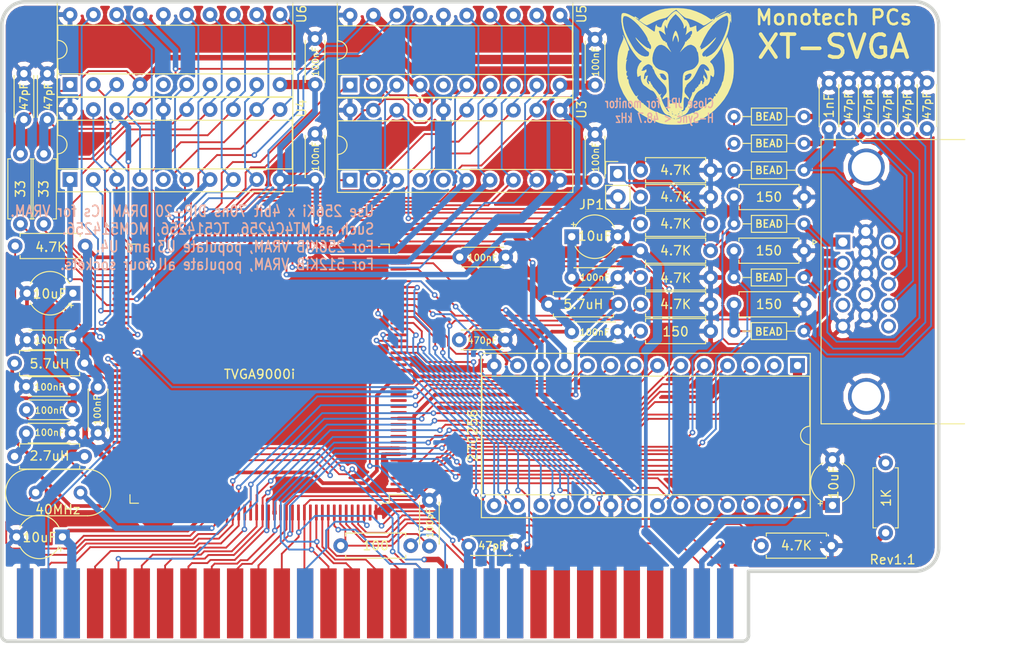
<source format=kicad_pcb>
(kicad_pcb (version 20171130) (host pcbnew "(5.0.2)-1")
  (title_block (title XT-SVGA) (date 2019-01-30) (rev 1.1) (company "Monotech PCs") (comment 4 "Based on schematic by Sergey Kiselev"))
  (layers (0 Front signal) (31 Back signal) (36 B.SilkS user) (37 F.SilkS user) (38 B.Mask user) (39 F.Mask user) (44 Edge.Cuts user))
  (net 0 "")
  (net 1 /A0)
  (net 2 /A1)
  (net 3 /A10)
  (net 4 /A11)
  (net 5 /A12)
  (net 6 /A13)
  (net 7 /A14)
  (net 8 /A15)
  (net 9 /A16)
  (net 10 /A17)
  (net 11 /A18)
  (net 12 /A19)
  (net 13 /A2)
  (net 14 /A3)
  (net 15 /A4)
  (net 16 /A5)
  (net 17 /A6)
  (net 18 /A7)
  (net 19 /A8)
  (net 20 /A9)
  (net 21 /AEN)
  (net 22 /AVDD1)
  (net 23 /AVDD2)
  (net 24 /B)
  (net 25 /BLUE)
  (net 26 /D0)
  (net 27 /D1)
  (net 28 /D2)
  (net 29 /D3)
  (net 30 /D4)
  (net 31 /D5)
  (net 32 /D6)
  (net 33 /D7)
  (net 34 /G)
  (net 35 /GREEN)
  (net 36 /HSYNC)
  (net 37 /IOCHRDY)
  (net 38 /MAA0)
  (net 39 /MAA1)
  (net 40 /MAA2)
  (net 41 /MAA3)
  (net 42 /MAA4)
  (net 43 /MAA5)
  (net 44 /MAA6)
  (net 45 /MAA7)
  (net 46 /MAA8)
  (net 47 /MAB0)
  (net 48 /MAB1)
  (net 49 /MAB2)
  (net 50 /MAB3)
  (net 51 /MAB4)
  (net 52 /MAB5)
  (net 53 /MAB6)
  (net 54 /MAB7)
  (net 55 /MAB8)
  (net 56 /MD0)
  (net 57 /MD1)
  (net 58 /MD16)
  (net 59 /MD17)
  (net 60 /MD18)
  (net 61 /MD19)
  (net 62 /MD2)
  (net 63 /MD20)
  (net 64 /MD21)
  (net 65 /MD22)
  (net 66 /MD23)
  (net 67 /MD3)
  (net 68 /MD4)
  (net 69 /MD5)
  (net 70 /MD6)
  (net 71 /MD7)
  (net 72 /MONITOR)
  (net 73 /OSC)
  (net 74 /R)
  (net 75 /RED)
  (net 76 /RESET)
  (net 77 /RMD0)
  (net 78 /RMD1)
  (net 79 /RMD2)
  (net 80 /RMD3)
  (net 81 /RMD4)
  (net 82 /RMD5)
  (net 83 /RMD6)
  (net 84 /RMD7)
  (net 85 /ROMA0)
  (net 86 /VSYNC)
  (net 87 /~CAS)
  (net 88 /~IOR)
  (net 89 /~IOW)
  (net 90 /~MEMR)
  (net 91 /~MEMW)
  (net 92 /~NMI)
  (net 93 /~RAS)
  (net 94 /~REFRESH)
  (net 95 /~ROMCS)
  (net 96 /~WE0)
  (net 97 /~WE2)
  (net 98 GND)
  (net 99 VCC)
  (net 100 "Net-(C11-Pad1)")
  (net 101 "Net-(C12-Pad2)")
  (net 102 "Net-(C17-Pad1)")
  (net 103 "Net-(C18-Pad1)")
  (net 104 "Net-(C19-Pad1)")
  (net 105 "Net-(C26-Pad1)")
  (net 106 "Net-(C27-Pad1)")
  (net 107 "Net-(JP1-Pad1)")
  (net 108 "Net-(L2-Pad2)")
  (net 109 "Net-(P1-Pad4)")
  (net 110 "Net-(P1-Pad9)")
  (net 111 "Net-(P1-Pad11)")
  (net 112 "Net-(P1-Pad15)")
  (net 113 "Net-(R1-Pad1)")
  (net 114 "Net-(R15-Pad1)")
  (net 115 "Net-(R16-Pad1)")
  (net 116 "Net-(U1-Pad9)")
  (net 117 "Net-(U1-Pad10)")
  (net 118 "Net-(U1-Pad11)")
  (net 119 "Net-(U1-Pad12)")
  (net 120 "Net-(U1-Pad14)")
  (net 121 "Net-(U1-Pad15)")
  (net 122 "Net-(U1-Pad16)")
  (net 123 "Net-(U1-Pad17)")
  (net 124 "Net-(U1-Pad20)")
  (net 125 "Net-(U1-Pad99)")
  (net 126 "Net-(U1-Pad100)")
  (net 127 "Net-(U1-Pad103)")
  (net 128 "Net-(U1-Pad104)")
  (net 129 "Net-(U1-Pad105)")
  (net 130 "Net-(U1-Pad106)")
  (net 131 "Net-(U1-Pad107)")
  (net 132 "Net-(U1-Pad108)")
  (net 133 "Net-(U1-Pad109)")
  (net 134 "Net-(U1-Pad110)")
  (net 135 "Net-(U1-Pad111)")
  (net 136 "Net-(U1-Pad112)")
  (net 137 "Net-(U1-Pad116)")
  (net 138 "Net-(U1-Pad117)")
  (net 139 "Net-(U1-Pad118)")
  (net 140 "Net-(U1-Pad119)")
  (net 141 "Net-(U1-Pad63)")
  (net 142 "Net-(U1-Pad44)")
  (net 143 "Net-(U1-Pad123)")
  (net 144 "Net-(U1-Pad127)")
  (net 145 "Net-(U1-Pad129)")
  (net 146 "Net-(U1-Pad132)")
  (net 147 "Net-(U1-Pad133)")
  (net 148 "Net-(U1-Pad159)")
  (net 149 "Net-(U3-Pad5)")
  (net 150 "Net-(U4-Pad5)")
  (net 151 "Net-(U5-Pad5)")
  (net 152 "Net-(U6-Pad5)")
  (net 153 "Net-(R10-Pad1)")
  (module Resistor_THT:R_Axial_DIN0204_L3.6mm_D1.6mm_P7.62mm_Horizontal (layer Front) (at 181.3052 89.154)
    (fp_text reference FB1)
    (fp_text value BEAD (at 3.81 0) (layer F.SilkS) (effects (font (size 0.8 0.8))))
    (pad 1 thru_hole circle (at 0 0) (size 1.4 1.4) (drill 0.7) (layers *.Cu *.Mask) (net 74 /R))
    (pad 2 thru_hole oval (at 7.62 0) (size 1.4 1.4) (drill 0.7) (layers *.Cu *.Mask) (net 75 /RED))
  )
  (module Custom:PQFP-160_28x28mm_P0.65mm (layer Front) (at 129.667 105.474 180)
    (fp_text reference U1)
    (fp_text value TVGA9000i (at 0 -0.063 180) (layer F.SilkS))
    (pad 160 smd roundrect (at -12.675 -15.125 180) (size 0.3 1.75) (layers Front F.Paste F.Mask) (net 98 GND))
    (pad 159 smd roundrect (at -12.025 -15.125 180) (size 0.3 1.75) (layers Front F.Paste F.Mask) (net 148 "Net-(U1-Pad159)"))
    (pad 158 smd roundrect (at -11.375 -15.125 180) (size 0.3 1.75) (layers Front F.Paste F.Mask) (net 94 /~REFRESH))
    (pad 157 smd roundrect (at -10.725 -15.125 180) (size 0.3 1.75) (layers Front F.Paste F.Mask) (net 37 /IOCHRDY))
    (pad 156 smd roundrect (at -10.075 -15.125 180) (size 0.3 1.75) (layers Front F.Paste F.Mask) (net 91 /~MEMW))
    (pad 155 smd roundrect (at -9.425 -15.125 180) (size 0.3 1.75) (layers Front F.Paste F.Mask) (net 90 /~MEMR))
    (pad 154 smd roundrect (at -8.775 -15.125 180) (size 0.3 1.75) (layers Front F.Paste F.Mask) (net 104 "Net-(C19-Pad1)"))
    (pad 153 smd roundrect (at -8.125 -15.125 180) (size 0.3 1.75) (layers Front F.Paste F.Mask) (net 88 /~IOR))
    (pad 152 smd roundrect (at -7.475 -15.125 180) (size 0.3 1.75) (layers Front F.Paste F.Mask) (net 9 /A16))
    (pad 151 smd roundrect (at -6.825 -15.125 180) (size 0.3 1.75) (layers Front F.Paste F.Mask) (net 8 /A15))
    (pad 150 smd roundrect (at -6.175 -15.125 180) (size 0.3 1.75) (layers Front F.Paste F.Mask) (net 7 /A14))
    (pad 149 smd roundrect (at -5.525 -15.125 180) (size 0.3 1.75) (layers Front F.Paste F.Mask) (net 6 /A13))
    (pad 148 smd roundrect (at -4.875 -15.125 180) (size 0.3 1.75) (layers Front F.Paste F.Mask) (net 5 /A12))
    (pad 147 smd roundrect (at -4.225 -15.125 180) (size 0.3 1.75) (layers Front F.Paste F.Mask) (net 4 /A11))
    (pad 146 smd roundrect (at -3.575 -15.125 180) (size 0.3 1.75) (layers Front F.Paste F.Mask) (net 3 /A10))
    (pad 145 smd roundrect (at -2.925 -15.125 180) (size 0.3 1.75) (layers Front F.Paste F.Mask) (net 20 /A9))
    (pad 144 smd roundrect (at -2.275 -15.125 180) (size 0.3 1.75) (layers Front F.Paste F.Mask) (net 19 /A8))
    (pad 143 smd roundrect (at -1.625 -15.125 180) (size 0.3 1.75) (layers Front F.Paste F.Mask) (net 98 GND))
    (pad 142 smd roundrect (at -0.975 -15.125 180) (size 0.3 1.75) (layers Front F.Paste F.Mask) (net 18 /A7))
    (pad 141 smd roundrect (at -0.325 -15.125 180) (size 0.3 1.75) (layers Front F.Paste F.Mask) (net 17 /A6))
    (pad 140 smd roundrect (at 0.325 -15.125 180) (size 0.3 1.75) (layers Front F.Paste F.Mask) (net 16 /A5))
    (pad 139 smd roundrect (at 0.975 -15.125 180) (size 0.3 1.75) (layers Front F.Paste F.Mask) (net 15 /A4))
    (pad 138 smd roundrect (at 1.625 -15.125 180) (size 0.3 1.75) (layers Front F.Paste F.Mask) (net 14 /A3))
    (pad 137 smd roundrect (at 2.275 -15.125 180) (size 0.3 1.75) (layers Front F.Paste F.Mask) (net 13 /A2))
    (pad 136 smd roundrect (at 2.925 -15.125 180) (size 0.3 1.75) (layers Front F.Paste F.Mask) (net 2 /A1))
    (pad 135 smd roundrect (at 3.575 -15.125 180) (size 0.3 1.75) (layers Front F.Paste F.Mask) (net 1 /A0))
    (pad 134 smd roundrect (at 4.225 -15.125 180) (size 0.3 1.75) (layers Front F.Paste F.Mask) (net 99 VCC))
    (pad 133 smd roundrect (at 4.875 -15.125 180) (size 0.3 1.75) (layers Front F.Paste F.Mask) (net 147 "Net-(U1-Pad133)"))
    (pad 132 smd roundrect (at 5.525 -15.125 180) (size 0.3 1.75) (layers Front F.Paste F.Mask) (net 146 "Net-(U1-Pad132)"))
    (pad 131 smd roundrect (at 6.175 -15.125 180) (size 0.3 1.75) (layers Front F.Paste F.Mask) (net 108 "Net-(L2-Pad2)"))
    (pad 130 smd roundrect (at 6.825 -15.125 180) (size 0.3 1.75) (layers Front F.Paste F.Mask) (net 99 VCC))
    (pad 129 smd roundrect (at 7.475 -15.125 180) (size 0.3 1.75) (layers Front F.Paste F.Mask) (net 145 "Net-(U1-Pad129)"))
    (pad 128 smd roundrect (at 8.125 -15.125 180) (size 0.3 1.75) (layers Front F.Paste F.Mask) (net 98 GND))
    (pad 127 smd roundrect (at 8.775 -15.125 180) (size 0.3 1.75) (layers Front F.Paste F.Mask) (net 144 "Net-(U1-Pad127)"))
    (pad 126 smd roundrect (at 9.425 -15.125 180) (size 0.3 1.75) (layers Front F.Paste F.Mask) (net 98 GND))
    (pad 125 smd roundrect (at 10.075 -15.125 180) (size 0.3 1.75) (layers Front F.Paste F.Mask) (net 101 "Net-(C12-Pad2)"))
    (pad 124 smd roundrect (at 10.725 -15.125 180) (size 0.3 1.75) (layers Front F.Paste F.Mask) (net 22 /AVDD1))
    (pad 123 smd roundrect (at 11.375 -15.125 180) (size 0.3 1.75) (layers Front F.Paste F.Mask) (net 143 "Net-(U1-Pad123)"))
    (pad 122 smd roundrect (at 12.025 -15.125 180) (size 0.3 1.75) (layers Front F.Paste F.Mask) (net 98 GND))
    (pad 121 smd roundrect (at 12.675 -15.125 180) (size 0.3 1.75) (layers Front F.Paste F.Mask) (net 98 GND))
    (pad 120 smd roundrect (at 15.125 -12.675 180) (size 1.75 0.3) (layers Front F.Paste F.Mask) (net 99 VCC))
    (pad 119 smd roundrect (at 15.125 -12.025 180) (size 1.75 0.3) (layers Front F.Paste F.Mask) (net 140 "Net-(U1-Pad119)"))
    (pad 118 smd roundrect (at 15.125 -11.375 180) (size 1.75 0.3) (layers Front F.Paste F.Mask) (net 139 "Net-(U1-Pad118)"))
    (pad 117 smd roundrect (at 15.125 -10.725 180) (size 1.75 0.3) (layers Front F.Paste F.Mask) (net 138 "Net-(U1-Pad117)"))
    (pad 116 smd roundrect (at 15.125 -10.075 180) (size 1.75 0.3) (layers Front F.Paste F.Mask) (net 137 "Net-(U1-Pad116)"))
    (pad 115 smd roundrect (at 15.125 -9.425 180) (size 1.75 0.3) (layers Front F.Paste F.Mask) (net 12 /A19))
    (pad 114 smd roundrect (at 15.125 -8.775 180) (size 1.75 0.3) (layers Front F.Paste F.Mask) (net 11 /A18))
    (pad 113 smd roundrect (at 15.125 -8.125 180) (size 1.75 0.3) (layers Front F.Paste F.Mask) (net 10 /A17))
    (pad 112 smd roundrect (at 15.125 -7.475 180) (size 1.75 0.3) (layers Front F.Paste F.Mask) (net 136 "Net-(U1-Pad112)"))
    (pad 111 smd roundrect (at 15.125 -6.825 180) (size 1.75 0.3) (layers Front F.Paste F.Mask) (net 135 "Net-(U1-Pad111)"))
    (pad 110 smd roundrect (at 15.125 -6.175 180) (size 1.75 0.3) (layers Front F.Paste F.Mask) (net 134 "Net-(U1-Pad110)"))
    (pad 109 smd roundrect (at 15.125 -5.525 180) (size 1.75 0.3) (layers Front F.Paste F.Mask) (net 133 "Net-(U1-Pad109)"))
    (pad 108 smd roundrect (at 15.125 -4.875 180) (size 1.75 0.3) (layers Front F.Paste F.Mask) (net 132 "Net-(U1-Pad108)"))
    (pad 107 smd roundrect (at 15.125 -4.225 180) (size 1.75 0.3) (layers Front F.Paste F.Mask) (net 131 "Net-(U1-Pad107)"))
    (pad 106 smd roundrect (at 15.125 -3.575 180) (size 1.75 0.3) (layers Front F.Paste F.Mask) (net 130 "Net-(U1-Pad106)"))
    (pad 105 smd roundrect (at 15.125 -2.925 180) (size 1.75 0.3) (layers Front F.Paste F.Mask) (net 129 "Net-(U1-Pad105)"))
    (pad 104 smd roundrect (at 15.125 -2.275 180) (size 1.75 0.3) (layers Front F.Paste F.Mask) (net 128 "Net-(U1-Pad104)"))
    (pad 103 smd roundrect (at 15.125 -1.625 180) (size 1.75 0.3) (layers Front F.Paste F.Mask) (net 127 "Net-(U1-Pad103)"))
    (pad 102 smd roundrect (at 15.125 -0.975 180) (size 1.75 0.3) (layers Front F.Paste F.Mask) (net 113 "Net-(R1-Pad1)"))
    (pad 101 smd roundrect (at 15.125 -0.325 180) (size 1.75 0.3) (layers Front F.Paste F.Mask) (net 98 GND))
    (pad 100 smd roundrect (at 15.125 0.325 180) (size 1.75 0.3) (layers Front F.Paste F.Mask) (net 126 "Net-(U1-Pad100)"))
    (pad 99 smd roundrect (at 15.125 0.975 180) (size 1.75 0.3) (layers Front F.Paste F.Mask) (net 125 "Net-(U1-Pad99)"))
    (pad 98 smd roundrect (at 15.125 1.625 180) (size 1.75 0.3) (layers Front F.Paste F.Mask) (net 73 /OSC))
    (pad 97 smd roundrect (at 15.125 2.275 180) (size 1.75 0.3) (layers Front F.Paste F.Mask) (net 85 /ROMA0))
    (pad 96 smd roundrect (at 15.125 2.925 180) (size 1.75 0.3) (layers Front F.Paste F.Mask) (net 66 /MD23))
    (pad 95 smd roundrect (at 15.125 3.575 180) (size 1.75 0.3) (layers Front F.Paste F.Mask) (net 65 /MD22))
    (pad 94 smd roundrect (at 15.125 4.225 180) (size 1.75 0.3) (layers Front F.Paste F.Mask) (net 64 /MD21))
    (pad 93 smd roundrect (at 15.125 4.875 180) (size 1.75 0.3) (layers Front F.Paste F.Mask) (net 63 /MD20))
    (pad 92 smd roundrect (at 15.125 5.525 180) (size 1.75 0.3) (layers Front F.Paste F.Mask) (net 61 /MD19))
    (pad 91 smd roundrect (at 15.125 6.175 180) (size 1.75 0.3) (layers Front F.Paste F.Mask) (net 60 /MD18))
    (pad 90 smd roundrect (at 15.125 6.825 180) (size 1.75 0.3) (layers Front F.Paste F.Mask) (net 59 /MD17))
    (pad 89 smd roundrect (at 15.125 7.475 180) (size 1.75 0.3) (layers Front F.Paste F.Mask) (net 58 /MD16))
    (pad 88 smd roundrect (at 15.125 8.125 180) (size 1.75 0.3) (layers Front F.Paste F.Mask) (net 96 /~WE0))
    (pad 87 smd roundrect (at 15.125 8.775 180) (size 1.75 0.3) (layers Front F.Paste F.Mask) (net 97 /~WE2))
    (pad 86 smd roundrect (at 15.125 9.425 180) (size 1.75 0.3) (layers Front F.Paste F.Mask) (net 114 "Net-(R15-Pad1)"))
    (pad 85 smd roundrect (at 15.125 10.075 180) (size 1.75 0.3) (layers Front F.Paste F.Mask) (net 115 "Net-(R16-Pad1)"))
    (pad 84 smd roundrect (at 15.125 10.725 180) (size 1.75 0.3) (layers Front F.Paste F.Mask) (net 55 /MAB8))
    (pad 83 smd roundrect (at 15.125 11.375 180) (size 1.75 0.3) (layers Front F.Paste F.Mask) (net 54 /MAB7))
    (pad 82 smd roundrect (at 15.125 12.025 180) (size 1.75 0.3) (layers Front F.Paste F.Mask) (net 53 /MAB6))
    (pad 81 smd roundrect (at 15.125 12.675 180) (size 1.75 0.3) (layers Front F.Paste F.Mask) (net 99 VCC))
    (pad 80 smd roundrect (at 12.675 15.125 180) (size 0.3 1.75) (layers Front F.Paste F.Mask) (net 98 GND))
    (pad 79 smd roundrect (at 12.025 15.125 180) (size 0.3 1.75) (layers Front F.Paste F.Mask) (net 98 GND))
    (pad 78 smd roundrect (at 11.375 15.125 180) (size 0.3 1.75) (layers Front F.Paste F.Mask) (net 52 /MAB5))
    (pad 77 smd roundrect (at 10.725 15.125 180) (size 0.3 1.75) (layers Front F.Paste F.Mask) (net 51 /MAB4))
    (pad 76 smd roundrect (at 10.075 15.125 180) (size 0.3 1.75) (layers Front F.Paste F.Mask) (net 50 /MAB3))
    (pad 75 smd roundrect (at 9.425 15.125 180) (size 0.3 1.75) (layers Front F.Paste F.Mask) (net 49 /MAB2))
    (pad 74 smd roundrect (at 8.775 15.125 180) (size 0.3 1.75) (layers Front F.Paste F.Mask) (net 48 /MAB1))
    (pad 73 smd roundrect (at 8.125 15.125 180) (size 0.3 1.75) (layers Front F.Paste F.Mask) (net 47 /MAB0))
    (pad 72 smd roundrect (at 7.475 15.125 180) (size 0.3 1.75) (layers Front F.Paste F.Mask) (net 71 /MD7))
    (pad 71 smd roundrect (at 6.825 15.125 180) (size 0.3 1.75) (layers Front F.Paste F.Mask) (net 70 /MD6))
    (pad 70 smd roundrect (at 6.175 15.125 180) (size 0.3 1.75) (layers Front F.Paste F.Mask) (net 69 /MD5))
    (pad 69 smd roundrect (at 5.525 15.125 180) (size 0.3 1.75) (layers Front F.Paste F.Mask) (net 99 VCC))
    (pad 68 smd roundrect (at 4.875 15.125 180) (size 0.3 1.75) (layers Front F.Paste F.Mask) (net 68 /MD4))
    (pad 67 smd roundrect (at 4.225 15.125 180) (size 0.3 1.75) (layers Front F.Paste F.Mask) (net 67 /MD3))
    (pad 66 smd roundrect (at 3.575 15.125 180) (size 0.3 1.75) (layers Front F.Paste F.Mask) (net 62 /MD2))
    (pad 65 smd roundrect (at 2.925 15.125 180) (size 0.3 1.75) (layers Front F.Paste F.Mask) (net 57 /MD1))
    (pad 64 smd roundrect (at 2.275 15.125 180) (size 0.3 1.75) (layers Front F.Paste F.Mask) (net 56 /MD0))
    (pad 63 smd roundrect (at 1.625 15.125 180) (size 0.3 1.75) (layers Front F.Paste F.Mask) (net 141 "Net-(U1-Pad63)"))
    (pad 62 smd roundrect (at 0.975 15.125 180) (size 0.3 1.75) (layers Front F.Paste F.Mask) (net 99 VCC))
    (pad 61 smd roundrect (at 0.325 15.125 180) (size 0.3 1.75) (layers Front F.Paste F.Mask) (net 46 /MAA8))
    (pad 60 smd roundrect (at -0.325 15.125 180) (size 0.3 1.75) (layers Front F.Paste F.Mask) (net 45 /MAA7))
    (pad 59 smd roundrect (at -0.975 15.125 180) (size 0.3 1.75) (layers Front F.Paste F.Mask) (net 44 /MAA6))
    (pad 58 smd roundrect (at -1.625 15.125 180) (size 0.3 1.75) (layers Front F.Paste F.Mask) (net 98 GND))
    (pad 57 smd roundrect (at -2.275 15.125 180) (size 0.3 1.75) (layers Front F.Paste F.Mask) (net 43 /MAA5))
    (pad 56 smd roundrect (at -2.925 15.125 180) (size 0.3 1.75) (layers Front F.Paste F.Mask) (net 42 /MAA4))
    (pad 55 smd roundrect (at -3.575 15.125 180) (size 0.3 1.75) (layers Front F.Paste F.Mask) (net 41 /MAA3))
    (pad 54 smd roundrect (at -4.225 15.125 180) (size 0.3 1.75) (layers Front F.Paste F.Mask) (net 40 /MAA2))
    (pad 53 smd roundrect (at -4.875 15.125 180) (size 0.3 1.75) (layers Front F.Paste F.Mask) (net 39 /MAA1))
    (pad 52 smd roundrect (at -5.525 15.125 180) (size 0.3 1.75) (layers Front F.Paste F.Mask) (net 38 /MAA0))
    (pad 51 smd roundrect (at -6.175 15.125 180) (size 0.3 1.75) (layers Front F.Paste F.Mask) (net 99 VCC))
    (pad 50 smd roundrect (at -6.825 15.125 180) (size 0.3 1.75) (layers Front F.Paste F.Mask) (net 98 GND))
    (pad 49 smd roundrect (at -7.475 15.125 180) (size 0.3 1.75) (layers Front F.Paste F.Mask) (net 98 GND))
    (pad 48 smd roundrect (at -8.125 15.125 180) (size 0.3 1.75) (layers Front F.Paste F.Mask) (net 36 /HSYNC))
    (pad 47 smd roundrect (at -8.775 15.125 180) (size 0.3 1.75) (layers Front F.Paste F.Mask) (net 86 /VSYNC))
    (pad 46 smd roundrect (at -9.425 15.125 180) (size 0.3 1.75) (layers Front F.Paste F.Mask) (net 72 /MONITOR))
    (pad 45 smd roundrect (at -10.075 15.125 180) (size 0.3 1.75) (layers Front F.Paste F.Mask) (net 95 /~ROMCS))
    (pad 44 smd roundrect (at -10.725 15.125 180) (size 0.3 1.75) (layers Front F.Paste F.Mask) (net 142 "Net-(U1-Pad44)"))
    (pad 43 smd roundrect (at -11.375 15.125 180) (size 0.3 1.75) (layers Front F.Paste F.Mask) (net 77 /RMD0))
    (pad 42 smd roundrect (at -12.025 15.125 180) (size 0.3 1.75) (layers Front F.Paste F.Mask) (net 98 GND))
    (pad 41 smd roundrect (at -12.675 15.125 180) (size 0.3 1.75) (layers Front F.Paste F.Mask) (net 98 GND))
    (pad 40 smd roundrect (at -15.125 12.675 180) (size 1.75 0.3) (layers Front F.Paste F.Mask) (net 99 VCC))
    (pad 39 smd roundrect (at -15.125 12.025 180) (size 1.75 0.3) (layers Front F.Paste F.Mask) (net 78 /RMD1))
    (pad 38 smd roundrect (at -15.125 11.375 180) (size 1.75 0.3) (layers Front F.Paste F.Mask) (net 79 /RMD2))
    (pad 37 smd roundrect (at -15.125 10.725 180) (size 1.75 0.3) (layers Front F.Paste F.Mask) (net 80 /RMD3))
    (pad 36 smd roundrect (at -15.125 10.075 180) (size 1.75 0.3) (layers Front F.Paste F.Mask) (net 81 /RMD4))
    (pad 35 smd roundrect (at -15.125 9.425 180) (size 1.75 0.3) (layers Front F.Paste F.Mask) (net 82 /RMD5))
    (pad 34 smd roundrect (at -15.125 8.775 180) (size 1.75 0.3) (layers Front F.Paste F.Mask) (net 83 /RMD6))
    (pad 33 smd roundrect (at -15.125 8.125 180) (size 1.75 0.3) (layers Front F.Paste F.Mask) (net 84 /RMD7))
    (pad 32 smd roundrect (at -15.125 7.475 180) (size 1.75 0.3) (layers Front F.Paste F.Mask) (net 33 /D7))
    (pad 31 smd roundrect (at -15.125 6.825 180) (size 1.75 0.3) (layers Front F.Paste F.Mask) (net 32 /D6))
    (pad 30 smd roundrect (at -15.125 6.175 180) (size 1.75 0.3) (layers Front F.Paste F.Mask) (net 31 /D5))
    (pad 29 smd roundrect (at -15.125 5.525 180) (size 1.75 0.3) (layers Front F.Paste F.Mask) (net 30 /D4))
    (pad 28 smd roundrect (at -15.125 4.875 180) (size 1.75 0.3) (layers Front F.Paste F.Mask) (net 29 /D3))
    (pad 27 smd roundrect (at -15.125 4.225 180) (size 1.75 0.3) (layers Front F.Paste F.Mask) (net 28 /D2))
    (pad 26 smd roundrect (at -15.125 3.575 180) (size 1.75 0.3) (layers Front F.Paste F.Mask) (net 27 /D1))
    (pad 25 smd roundrect (at -15.125 2.925 180) (size 1.75 0.3) (layers Front F.Paste F.Mask) (net 26 /D0))
    (pad 24 smd roundrect (at -15.125 2.275 180) (size 1.75 0.3) (layers Front F.Paste F.Mask) (net 92 /~NMI))
    (pad 23 smd roundrect (at -15.125 1.625 180) (size 1.75 0.3) (layers Front F.Paste F.Mask) (net 98 GND))
    (pad 22 smd roundrect (at -15.125 0.975 180) (size 1.75 0.3) (layers Front F.Paste F.Mask) (net 21 /AEN))
    (pad 21 smd roundrect (at -15.125 0.325 180) (size 1.75 0.3) (layers Front F.Paste F.Mask) (net 99 VCC))
    (pad 20 smd roundrect (at -15.125 -0.325 180) (size 1.75 0.3) (layers Front F.Paste F.Mask) (net 124 "Net-(U1-Pad20)"))
    (pad 19 smd roundrect (at -15.125 -0.975 180) (size 1.75 0.3) (layers Front F.Paste F.Mask) (net 99 VCC))
    (pad 18 smd roundrect (at -15.125 -1.625 180) (size 1.75 0.3) (layers Front F.Paste F.Mask) (net 153 "Net-(R10-Pad1)"))
    (pad 17 smd roundrect (at -15.125 -2.275 180) (size 1.75 0.3) (layers Front F.Paste F.Mask) (net 123 "Net-(U1-Pad17)"))
    (pad 16 smd roundrect (at -15.125 -2.925 180) (size 1.75 0.3) (layers Front F.Paste F.Mask) (net 122 "Net-(U1-Pad16)"))
    (pad 15 smd roundrect (at -15.125 -3.575 180) (size 1.75 0.3) (layers Front F.Paste F.Mask) (net 121 "Net-(U1-Pad15)"))
    (pad 14 smd roundrect (at -15.125 -4.225 180) (size 1.75 0.3) (layers Front F.Paste F.Mask) (net 120 "Net-(U1-Pad14)"))
    (pad 13 smd roundrect (at -15.125 -4.875 180) (size 1.75 0.3) (layers Front F.Paste F.Mask) (net 23 /AVDD2))
    (pad 12 smd roundrect (at -15.125 -5.525 180) (size 1.75 0.3) (layers Front F.Paste F.Mask) (net 119 "Net-(U1-Pad12)"))
    (pad 11 smd roundrect (at -15.125 -6.175 180) (size 1.75 0.3) (layers Front F.Paste F.Mask) (net 118 "Net-(U1-Pad11)"))
    (pad 10 smd roundrect (at -15.125 -6.825 180) (size 1.75 0.3) (layers Front F.Paste F.Mask) (net 117 "Net-(U1-Pad10)"))
    (pad 9 smd roundrect (at -15.125 -7.475 180) (size 1.75 0.3) (layers Front F.Paste F.Mask) (net 116 "Net-(U1-Pad9)"))
    (pad 8 smd roundrect (at -15.125 -8.125 180) (size 1.75 0.3) (layers Front F.Paste F.Mask) (net 99 VCC))
    (pad 7 smd roundrect (at -15.125 -8.775 180) (size 1.75 0.3) (layers Front F.Paste F.Mask) (net 98 GND))
    (pad 6 smd roundrect (at -15.125 -9.425 180) (size 1.75 0.3) (layers Front F.Paste F.Mask) (net 23 /AVDD2))
    (pad 5 smd roundrect (at -15.125 -10.075 180) (size 1.75 0.3) (layers Front F.Paste F.Mask) (net 103 "Net-(C18-Pad1)"))
    (pad 4 smd roundrect (at -15.125 -10.725 180) (size 1.75 0.3) (layers Front F.Paste F.Mask) (net 74 /R))
    (pad 3 smd roundrect (at -15.125 -11.375 180) (size 1.75 0.3) (layers Front F.Paste F.Mask) (net 34 /G))
    (pad 2 smd roundrect (at -15.125 -12.025 180) (size 1.75 0.3) (layers Front F.Paste F.Mask) (net 24 /B))
    (pad 1 smd roundrect (at -15.125 -12.675 180) (size 1.75 0.3) (layers Front F.Paste F.Mask) (net 98 GND))
  )
  (module Custom:Monotech_Logo_150 (layer Front) (at 174.9425 72.009)
    (fp_text reference G*** hide)
    (fp_text value LOGO hide)
  )
  (module Custom:Conn_Bus_ISA8_TVGA (layer Front) (at 142.24 130.492)
    (fp_text reference BUS1 hide)
    (fp_text value BUSPC_DEV hide)
    (pad 1 connect rect (at 38.1 0) (size 1.778 7.62) (layers Back B.Mask) (net 98 GND))
    (pad 2 connect rect (at 35.56 0) (size 1.778 7.62) (layers Back B.Mask) (net 76 /RESET))
    (pad 3 connect rect (at 33.02 0) (size 1.778 7.62) (layers Back B.Mask) (net 99 VCC))
    (pad 10 connect rect (at 15.24 0) (size 1.778 7.62) (layers Back B.Mask) (net 98 GND))
    (pad 11 connect rect (at 12.7 0) (size 1.778 7.62) (layers Back B.Mask) (net 91 /~MEMW))
    (pad 12 connect rect (at 10.16 0) (size 1.778 7.62) (layers Back B.Mask) (net 90 /~MEMR))
    (pad 13 connect rect (at 7.62 0) (size 1.778 7.62) (layers Back B.Mask) (net 89 /~IOW))
    (pad 14 connect rect (at 5.08 0) (size 1.778 7.62) (layers Back B.Mask) (net 88 /~IOR))
    (pad 19 connect rect (at -7.62 0) (size 1.778 7.62) (layers Back B.Mask) (net 94 /~REFRESH))
    (pad 29 connect rect (at -33.02 0) (size 1.778 7.62) (layers Back B.Mask) (net 99 VCC))
    (pad 30 connect rect (at -35.56 0) (size 1.778 7.62) (layers Back B.Mask) (net 73 /OSC))
    (pad 31 connect rect (at -38.1 0) (size 1.778 7.62) (layers Back B.Mask) (net 98 GND))
    (pad 32 connect rect (at 38.1 0) (size 1.778 7.62) (layers Front F.Mask) (net 92 /~NMI))
    (pad 33 connect rect (at 35.56 0) (size 1.778 7.62) (layers Front F.Mask) (net 33 /D7))
    (pad 34 connect rect (at 33.02 0) (size 1.778 7.62) (layers Front F.Mask) (net 32 /D6))
    (pad 35 connect rect (at 30.48 0) (size 1.778 7.62) (layers Front F.Mask) (net 31 /D5))
    (pad 36 connect rect (at 27.94 0) (size 1.778 7.62) (layers Front F.Mask) (net 30 /D4))
    (pad 37 connect rect (at 25.4 0) (size 1.778 7.62) (layers Front F.Mask) (net 29 /D3))
    (pad 38 connect rect (at 22.86 0) (size 1.778 7.62) (layers Front F.Mask) (net 28 /D2))
    (pad 39 connect rect (at 20.32 0) (size 1.778 7.62) (layers Front F.Mask) (net 27 /D1))
    (pad 40 connect rect (at 17.78 0) (size 1.778 7.62) (layers Front F.Mask) (net 26 /D0))
    (pad 41 connect rect (at 15.24 0) (size 1.778 7.62) (layers Front F.Mask) (net 37 /IOCHRDY))
    (pad 42 connect rect (at 12.7 0) (size 1.778 7.62) (layers Front F.Mask) (net 21 /AEN))
    (pad 43 connect rect (at 10.16 0) (size 1.778 7.62) (layers Front F.Mask) (net 12 /A19))
    (pad 44 connect rect (at 7.62 0) (size 1.778 7.62) (layers Front F.Mask) (net 11 /A18))
    (pad 45 connect rect (at 5.08 0) (size 1.778 7.62) (layers Front F.Mask) (net 10 /A17))
    (pad 46 connect rect (at 2.54 0) (size 1.778 7.62) (layers Front F.Mask) (net 9 /A16))
    (pad 47 connect rect (at 0 0) (size 1.778 7.62) (layers Front F.Mask) (net 8 /A15))
    (pad 48 connect rect (at -2.54 0) (size 1.778 7.62) (layers Front F.Mask) (net 7 /A14))
    (pad 49 connect rect (at -5.08 0) (size 1.778 7.62) (layers Front F.Mask) (net 6 /A13))
    (pad 50 connect rect (at -7.62 0) (size 1.778 7.62) (layers Front F.Mask) (net 5 /A12))
    (pad 51 connect rect (at -10.16 0) (size 1.778 7.62) (layers Front F.Mask) (net 4 /A11))
    (pad 52 connect rect (at -12.7 0) (size 1.778 7.62) (layers Front F.Mask) (net 3 /A10))
    (pad 53 connect rect (at -15.24 0) (size 1.778 7.62) (layers Front F.Mask) (net 20 /A9))
    (pad 54 connect rect (at -17.78 0) (size 1.778 7.62) (layers Front F.Mask) (net 19 /A8))
    (pad 55 connect rect (at -20.32 0) (size 1.778 7.62) (layers Front F.Mask) (net 18 /A7))
    (pad 56 connect rect (at -22.86 0) (size 1.778 7.62) (layers Front F.Mask) (net 17 /A6))
    (pad 57 connect rect (at -25.4 0) (size 1.778 7.62) (layers Front F.Mask) (net 16 /A5))
    (pad 58 connect rect (at -27.94 0) (size 1.778 7.62) (layers Front F.Mask) (net 15 /A4))
    (pad 59 connect rect (at -30.48 0) (size 1.778 7.62) (layers Front F.Mask) (net 14 /A3))
    (pad 60 connect rect (at -33.02 0) (size 1.778 7.62) (layers Front F.Mask) (net 13 /A2))
    (pad 61 connect rect (at -35.56 0) (size 1.778 7.62) (layers Front F.Mask) (net 2 /A1))
    (pad 62 connect rect (at -38.1 0) (size 1.778 7.62) (layers Front F.Mask) (net 1 /A0))
  )
  (module Capacitor_THT:C_Disc_D4.3mm_W1.9mm_P5.00mm (layer Front) (at 151.448 92.7735)
    (fp_text reference C1)
    (fp_text value 100nF (at 2.476 0.0635) (layer F.SilkS) (effects (font (size 0.7 0.7) (thickness 0.12))))
    (pad 1 thru_hole circle (at 0 0) (size 1.6 1.6) (drill 0.8) (layers *.Cu *.Mask) (net 99 VCC))
    (pad 2 thru_hole circle (at 5 0) (size 1.6 1.6) (drill 0.8) (layers *.Cu *.Mask) (net 98 GND))
  )
  (module Capacitor_THT:C_Disc_D4.3mm_W1.9mm_P5.00mm (layer Front) (at 163.64 100.902)
    (fp_text reference C2)
    (fp_text value 100nF (at 2.476 0.063) (layer F.SilkS) (effects (font (size 0.7 0.7) (thickness 0.12))))
    (pad 2 thru_hole circle (at 5 0) (size 1.6 1.6) (drill 0.8) (layers *.Cu *.Mask) (net 98 GND))
    (pad 1 thru_hole circle (at 0 0) (size 1.6 1.6) (drill 0.8) (layers *.Cu *.Mask) (net 99 VCC))
  )
  (module Capacitor_THT:C_Disc_D4.3mm_W1.9mm_P5.00mm (layer Front) (at 166.18 84.3915 90)
    (fp_text reference C3)
    (fp_text value 100nF (at 2.5 0.063 90) (layer F.SilkS) (effects (font (size 0.7 0.7) (thickness 0.12))))
    (pad 1 thru_hole circle (at 0 0 90) (size 1.6 1.6) (drill 0.8) (layers *.Cu *.Mask) (net 99 VCC))
    (pad 2 thru_hole circle (at 5 0 90) (size 1.6 1.6) (drill 0.8) (layers *.Cu *.Mask) (net 98 GND))
  )
  (module Capacitor_THT:C_Disc_D4.3mm_W1.9mm_P5.00mm (layer Front) (at 135.7 84.328 90)
    (fp_text reference C4)
    (fp_text value 100nF (at 2.5 0.063 90) (layer F.SilkS) (effects (font (size 0.7 0.7) (thickness 0.12))))
    (pad 2 thru_hole circle (at 5 0 90) (size 1.6 1.6) (drill 0.8) (layers *.Cu *.Mask) (net 98 GND))
    (pad 1 thru_hole circle (at 0 0 90) (size 1.6 1.6) (drill 0.8) (layers *.Cu *.Mask) (net 99 VCC))
  )
  (module Capacitor_THT:C_Disc_D4.3mm_W1.9mm_P5.00mm (layer Front) (at 166.18 74.041 90)
    (fp_text reference C5)
    (fp_text value 100nF (at 2.54 0.063 90) (layer F.SilkS) (effects (font (size 0.7 0.7) (thickness 0.12))))
    (pad 1 thru_hole circle (at 0 0 90) (size 1.6 1.6) (drill 0.8) (layers *.Cu *.Mask) (net 99 VCC))
    (pad 2 thru_hole circle (at 5 0 90) (size 1.6 1.6) (drill 0.8) (layers *.Cu *.Mask) (net 98 GND))
  )
  (module Capacitor_THT:C_Disc_D4.3mm_W1.9mm_P5.00mm (layer Front) (at 135.7 73.9775 90)
    (fp_text reference C6)
    (fp_text value 100nF (at 2.5 0.063 90) (layer F.SilkS) (effects (font (size 0.7 0.7) (thickness 0.12))))
    (pad 2 thru_hole circle (at 5 0 90) (size 1.6 1.6) (drill 0.8) (layers *.Cu *.Mask) (net 98 GND))
    (pad 1 thru_hole circle (at 0 0 90) (size 1.6 1.6) (drill 0.8) (layers *.Cu *.Mask) (net 99 VCC))
  )
  (module Capacitor_THT:C_Disc_D4.3mm_W1.9mm_P5.00mm (layer Front) (at 112.078 106.934 270)
    (fp_text reference C7)
    (fp_text value 100nF (at 2.5 0.064 270) (layer F.SilkS) (effects (font (size 0.7 0.7) (thickness 0.12))))
    (pad 1 thru_hole circle (at 0 0 270) (size 1.6 1.6) (drill 0.8) (layers *.Cu *.Mask) (net 99 VCC))
    (pad 2 thru_hole circle (at 5 0 270) (size 1.6 1.6) (drill 0.8) (layers *.Cu *.Mask) (net 98 GND))
  )
  (module Capacitor_THT:C_Disc_D4.3mm_W1.9mm_P5.00mm (layer Front) (at 109.346 101.791 180)
    (fp_text reference C8)
    (fp_text value 100nF (at 2.539 -0.063 180) (layer F.SilkS) (effects (font (size 0.7 0.7) (thickness 0.12))))
    (pad 2 thru_hole circle (at 5 0 180) (size 1.6 1.6) (drill 0.8) (layers *.Cu *.Mask) (net 98 GND))
    (pad 1 thru_hole circle (at 0 0 180) (size 1.6 1.6) (drill 0.8) (layers *.Cu *.Mask) (net 99 VCC))
  )
  (module Capacitor_THT:C_Disc_D4.3mm_W1.9mm_P5.00mm (layer Front) (at 109.266 106.871 180)
    (fp_text reference C9)
    (fp_text value 100nF (at 2.5 -0.063 180) (layer F.SilkS) (effects (font (size 0.7 0.7) (thickness 0.12))))
    (pad 1 thru_hole circle (at 0 0 180) (size 1.6 1.6) (drill 0.8) (layers *.Cu *.Mask) (net 22 /AVDD1))
    (pad 2 thru_hole circle (at 5 0 180) (size 1.6 1.6) (drill 0.8) (layers *.Cu *.Mask) (net 98 GND))
  )
  (module Capacitor_THT:C_Disc_D4.3mm_W1.9mm_P5.00mm (layer Front) (at 163.656 94.996)
    (fp_text reference C10)
    (fp_text value 100nF (at 2.5 0) (layer F.SilkS) (effects (font (size 0.7 0.7) (thickness 0.12))))
    (pad 2 thru_hole circle (at 5 0) (size 1.6 1.6) (drill 0.8) (layers *.Cu *.Mask) (net 98 GND))
    (pad 1 thru_hole circle (at 0 0) (size 1.6 1.6) (drill 0.8) (layers *.Cu *.Mask) (net 23 /AVDD2))
  )
  (module Capacitor_THT:C_Disc_D4.3mm_W1.9mm_P5.00mm (layer Front) (at 104.266 111.951)
    (fp_text reference C11)
    (fp_text value 100nF (at 2.541 -0.064) (layer F.SilkS) (effects (font (size 0.7 0.7) (thickness 0.12))))
    (pad 1 thru_hole circle (at 0 0) (size 1.6 1.6) (drill 0.8) (layers *.Cu *.Mask) (net 100 "Net-(C11-Pad1)"))
    (pad 2 thru_hole circle (at 5 0) (size 1.6 1.6) (drill 0.8) (layers *.Cu *.Mask) (net 98 GND))
  )
  (module Capacitor_THT:C_Disc_D4.3mm_W1.9mm_P5.00mm (layer Front) (at 109.284 109.411 180)
    (fp_text reference C12)
    (fp_text value 100nF (at 2.477 -0.063 180) (layer F.SilkS) (effects (font (size 0.7 0.7) (thickness 0.12))))
    (pad 2 thru_hole circle (at 5 0 180) (size 1.6 1.6) (drill 0.8) (layers *.Cu *.Mask) (net 101 "Net-(C12-Pad2)"))
    (pad 1 thru_hole circle (at 0 0 180) (size 1.6 1.6) (drill 0.8) (layers *.Cu *.Mask) (net 22 /AVDD1))
  )
  (module Capacitor_THT:CP_Radial_Tantal_D4.5mm_P5.00mm (layer Front) (at 108.204 123.254 180)
    (fp_text reference C13)
    (fp_text value 10uF (at 2.5 -0.063 180) (layer F.SilkS))
    (pad 2 thru_hole circle (at 5 0 180) (size 1.6 1.6) (drill 0.8) (layers *.Cu *.Mask) (net 98 GND))
    (pad 1 thru_hole rect (at 0 0 180) (size 1.6 1.6) (drill 0.8) (layers *.Cu *.Mask) (net 99 VCC))
  )
  (module Capacitor_THT:CP_Radial_Tantal_D4.5mm_P5.00mm (layer Front) (at 192.024 119.8245 90)
    (fp_text reference C14)
    (fp_text value 10uF (at 2.5 0.127 90) (layer F.SilkS))
    (pad 2 thru_hole circle (at 5 0 90) (size 1.6 1.6) (drill 0.8) (layers *.Cu *.Mask) (net 98 GND))
    (pad 1 thru_hole rect (at 0 0 90) (size 1.6 1.6) (drill 0.8) (layers *.Cu *.Mask) (net 99 VCC))
  )
  (module Capacitor_THT:CP_Radial_Tantal_D4.5mm_P5.00mm (layer Front) (at 109.346 96.711 180)
    (fp_text reference C15)
    (fp_text value 10uF (at 2.539 -0.063 180) (layer F.SilkS))
    (pad 2 thru_hole circle (at 5 0 180) (size 1.6 1.6) (drill 0.8) (layers *.Cu *.Mask) (net 98 GND))
    (pad 1 thru_hole rect (at 0 0 180) (size 1.6 1.6) (drill 0.8) (layers *.Cu *.Mask) (net 22 /AVDD1))
  )
  (module Capacitor_THT:CP_Radial_Tantal_D4.5mm_P5.00mm (layer Front) (at 163.6395 90.551)
    (fp_text reference C16)
    (fp_text value 10uF (at 2.5 -0.0635) (layer F.SilkS))
    (pad 1 thru_hole rect (at 0 0) (size 1.6 1.6) (drill 0.8) (layers *.Cu *.Mask) (net 23 /AVDD2))
    (pad 2 thru_hole circle (at 5 0) (size 1.6 1.6) (drill 0.8) (layers *.Cu *.Mask) (net 98 GND))
  )
  (module Capacitor_THT:C_Disc_D4.3mm_W1.9mm_P5.00mm (layer Front) (at 191.643 78.7908 90)
    (fp_text reference C17)
    (fp_text value 1nF (at 2.5 0 90) (layer F.SilkS))
    (pad 1 thru_hole circle (at 0 0 90) (size 1.6 1.6) (drill 0.8) (layers *.Cu *.Mask) (net 102 "Net-(C17-Pad1)"))
    (pad 2 thru_hole circle (at 5 0 90) (size 1.6 1.6) (drill 0.8) (layers *.Cu *.Mask) (net 98 GND))
  )
  (module Capacitor_THT:C_Disc_D4.3mm_W1.9mm_P5.00mm (layer Front) (at 151.4 101.79)
    (fp_text reference C18)
    (fp_text value 470pF (at 2.5 0.064) (layer F.SilkS) (effects (font (size 0.7 0.7) (thickness 0.12))))
    (pad 2 thru_hole circle (at 5 0) (size 1.6 1.6) (drill 0.8) (layers *.Cu *.Mask) (net 98 GND))
    (pad 1 thru_hole circle (at 0 0) (size 1.6 1.6) (drill 0.8) (layers *.Cu *.Mask) (net 103 "Net-(C18-Pad1)"))
  )
  (module Capacitor_THT:C_Disc_D4.3mm_W1.9mm_P5.00mm (layer Front) (at 148.146 124.253 90)
    (fp_text reference C19)
    (fp_text value 100pF (at 2.5 0.063 90) (layer F.SilkS) (effects (font (size 0.7 0.7) (thickness 0.12))))
    (pad 1 thru_hole circle (at 0 0 90) (size 1.6 1.6) (drill 0.8) (layers *.Cu *.Mask) (net 104 "Net-(C19-Pad1)"))
    (pad 2 thru_hole circle (at 5 0 90) (size 1.6 1.6) (drill 0.8) (layers *.Cu *.Mask) (net 98 GND))
  )
  (module Capacitor_THT:C_Disc_D4.3mm_W1.9mm_P5.00mm (layer Front) (at 152.416 124.206)
    (fp_text reference C20)
    (fp_text value 47pF (at 2.524 0) (layer F.SilkS) (effects (font (size 0.8 0.8))))
    (pad 1 thru_hole circle (at 0 0) (size 1.6 1.6) (drill 0.8) (layers *.Cu *.Mask) (net 90 /~MEMR))
    (pad 2 thru_hole circle (at 5 0) (size 1.6 1.6) (drill 0.8) (layers *.Cu *.Mask) (net 98 GND))
  )
  (module Capacitor_THT:C_Disc_D4.3mm_W1.9mm_P5.00mm (layer Front) (at 104.013 77.7875 90)
    (fp_text reference C21)
    (fp_text value 47pF (at 2.5 0 90) (layer F.SilkS) (effects (font (size 0.8 0.8))))
    (pad 1 thru_hole circle (at 0 0 90) (size 1.6 1.6) (drill 0.8) (layers *.Cu *.Mask) (net 93 /~RAS))
    (pad 2 thru_hole circle (at 5 0 90) (size 1.6 1.6) (drill 0.8) (layers *.Cu *.Mask) (net 98 GND))
  )
  (module Capacitor_THT:C_Disc_D4.3mm_W1.9mm_P5.00mm (layer Front) (at 106.553 77.7875 90)
    (fp_text reference C22)
    (fp_text value 47pF (at 2.5 0.127 90) (layer F.SilkS) (effects (font (size 0.8 0.8))))
    (pad 2 thru_hole circle (at 5 0 90) (size 1.6 1.6) (drill 0.8) (layers *.Cu *.Mask) (net 98 GND))
    (pad 1 thru_hole circle (at 0 0 90) (size 1.6 1.6) (drill 0.8) (layers *.Cu *.Mask) (net 87 /~CAS))
  )
  (module Capacitor_THT:C_Disc_D4.3mm_W1.9mm_P5.00mm (layer Front) (at 198.0438 78.7908 90)
    (fp_text reference C23)
    (fp_text value 47pF (at 2.5 0 90) (layer F.SilkS) (effects (font (size 0.8 0.8))))
    (pad 1 thru_hole circle (at 0 0 90) (size 1.6 1.6) (drill 0.8) (layers *.Cu *.Mask) (net 75 /RED))
    (pad 2 thru_hole circle (at 5 0 90) (size 1.6 1.6) (drill 0.8) (layers *.Cu *.Mask) (net 98 GND))
  )
  (module Capacitor_THT:C_Disc_D4.3mm_W1.9mm_P5.00mm (layer Front) (at 200.1774 78.7908 90)
    (fp_text reference C24)
    (fp_text value 47pF (at 2.4638 0 90) (layer F.SilkS) (effects (font (size 0.8 0.8))))
    (pad 2 thru_hole circle (at 5 0 90) (size 1.6 1.6) (drill 0.8) (layers *.Cu *.Mask) (net 98 GND))
    (pad 1 thru_hole circle (at 0 0 90) (size 1.6 1.6) (drill 0.8) (layers *.Cu *.Mask) (net 35 /GREEN))
  )
  (module Capacitor_THT:C_Disc_D4.3mm_W1.9mm_P5.00mm (layer Front) (at 202.311 78.7748 90)
    (fp_text reference C25)
    (fp_text value 47pF (at 2.5 0 90) (layer F.SilkS) (effects (font (size 0.8 0.8))))
    (pad 1 thru_hole circle (at 0 0 90) (size 1.6 1.6) (drill 0.8) (layers *.Cu *.Mask) (net 25 /BLUE))
    (pad 2 thru_hole circle (at 5 0 90) (size 1.6 1.6) (drill 0.8) (layers *.Cu *.Mask) (net 98 GND))
  )
  (module Capacitor_THT:C_Disc_D4.3mm_W1.9mm_P5.00mm (layer Front) (at 193.7766 78.7908 90)
    (fp_text reference C26)
    (fp_text value 47pF (at 2.5 0 90) (layer F.SilkS) (effects (font (size 0.8 0.8))))
    (pad 2 thru_hole circle (at 5 0 90) (size 1.6 1.6) (drill 0.8) (layers *.Cu *.Mask) (net 98 GND))
    (pad 1 thru_hole circle (at 0 0 90) (size 1.6 1.6) (drill 0.8) (layers *.Cu *.Mask) (net 105 "Net-(C26-Pad1)"))
  )
  (module Capacitor_THT:C_Disc_D4.3mm_W1.9mm_P5.00mm (layer Front) (at 195.9102 78.7908 90)
    (fp_text reference C27)
    (fp_text value 47pF (at 2.5 0 90) (layer F.SilkS) (effects (font (size 0.8 0.8))))
    (pad 1 thru_hole circle (at 0 0 90) (size 1.6 1.6) (drill 0.8) (layers *.Cu *.Mask) (net 106 "Net-(C27-Pad1)"))
    (pad 2 thru_hole circle (at 5 0 90) (size 1.6 1.6) (drill 0.8) (layers *.Cu *.Mask) (net 98 GND))
  )
  (module Resistor_THT:R_Axial_DIN0204_L3.6mm_D1.6mm_P7.62mm_Horizontal (layer Front) (at 181.292 94.996)
    (fp_text reference FB2)
    (fp_text value BEAD (at 3.81 0) (layer F.SilkS) (effects (font (size 0.8 0.8))))
    (pad 2 thru_hole oval (at 7.62 0) (size 1.4 1.4) (drill 0.7) (layers *.Cu *.Mask) (net 35 /GREEN))
    (pad 1 thru_hole circle (at 0 0) (size 1.4 1.4) (drill 0.7) (layers *.Cu *.Mask) (net 34 /G))
  )
  (module Resistor_THT:R_Axial_DIN0204_L3.6mm_D1.6mm_P7.62mm_Horizontal (layer Front) (at 181.292 100.838)
    (fp_text reference FB3)
    (fp_text value BEAD (at 3.81 0.063) (layer F.SilkS) (effects (font (size 0.8 0.8))))
    (pad 1 thru_hole circle (at 0 0) (size 1.4 1.4) (drill 0.7) (layers *.Cu *.Mask) (net 24 /B))
    (pad 2 thru_hole oval (at 7.62 0) (size 1.4 1.4) (drill 0.7) (layers *.Cu *.Mask) (net 25 /BLUE))
  )
  (module Resistor_THT:R_Axial_DIN0204_L3.6mm_D1.6mm_P7.62mm_Horizontal (layer Front) (at 188.9252 77.47 180)
    (fp_text reference FB4)
    (fp_text value BEAD (at 3.81 0 180) (layer F.SilkS) (effects (font (size 0.8 0.8))))
    (pad 1 thru_hole circle (at 0 0 180) (size 1.4 1.4) (drill 0.7) (layers *.Cu *.Mask) (net 105 "Net-(C26-Pad1)"))
    (pad 2 thru_hole oval (at 7.62 0 180) (size 1.4 1.4) (drill 0.7) (layers *.Cu *.Mask) (net 36 /HSYNC))
  )
  (module Resistor_THT:R_Axial_DIN0204_L3.6mm_D1.6mm_P7.62mm_Horizontal (layer Front) (at 188.9252 80.391 180)
    (fp_text reference FB5)
    (fp_text value BEAD (at 3.81 0 180) (layer F.SilkS) (effects (font (size 0.8 0.8))))
    (pad 2 thru_hole oval (at 7.62 0 180) (size 1.4 1.4) (drill 0.7) (layers *.Cu *.Mask) (net 86 /VSYNC))
    (pad 1 thru_hole circle (at 0 0 180) (size 1.4 1.4) (drill 0.7) (layers *.Cu *.Mask) (net 106 "Net-(C27-Pad1)"))
  )
  (module Resistor_THT:R_Axial_DIN0204_L3.6mm_D1.6mm_P7.62mm_Horizontal (layer Front) (at 188.9252 83.312 180)
    (fp_text reference FB6)
    (fp_text value BEAD (at 3.81 0 180) (layer F.SilkS) (effects (font (size 0.8 0.8))))
    (pad 2 thru_hole oval (at 7.62 0 180) (size 1.4 1.4) (drill 0.7) (layers *.Cu *.Mask) (net 72 /MONITOR))
    (pad 1 thru_hole circle (at 0 0 180) (size 1.4 1.4) (drill 0.7) (layers *.Cu *.Mask) (net 102 "Net-(C17-Pad1)"))
  )
  (module Connector_PinHeader_2.54mm:PinHeader_1x02_P2.54mm_Vertical (layer Front) (at 168.656 83.693)
    (fp_text reference JP1 (at -2.8575 3.3655) (layer F.SilkS))
    (fp_text value HSYNC_SEL)
    (pad 1 thru_hole rect (at 0 0) (size 1.7 1.7) (drill 1) (layers *.Cu *.Mask) (net 107 "Net-(JP1-Pad1)"))
    (pad 2 thru_hole oval (at 0 2.54) (size 1.7 1.7) (drill 1) (layers *.Cu *.Mask) (net 98 GND))
  )
  (module Resistor_THT:R_Axial_DIN0207_L6.3mm_D2.5mm_P7.62mm_Horizontal (layer Front) (at 110.616 104.331 180)
    (fp_text reference L1)
    (fp_text value 5.7uH (at 3.81 -0.063 180) (layer F.SilkS))
    (pad 1 thru_hole circle (at 0 0 180) (size 1.6 1.6) (drill 0.8) (layers *.Cu *.Mask) (net 99 VCC))
    (pad 2 thru_hole oval (at 7.62 0 180) (size 1.6 1.6) (drill 0.8) (layers *.Cu *.Mask) (net 22 /AVDD1))
  )
  (module Resistor_THT:R_Axial_DIN0207_L6.3mm_D2.5mm_P7.62mm_Horizontal (layer Front) (at 102.996 114.491)
    (fp_text reference L2)
    (fp_text value 2.7uH (at 3.81 -0.064) (layer F.SilkS))
    (pad 2 thru_hole oval (at 7.62 0) (size 1.6 1.6) (drill 0.8) (layers *.Cu *.Mask) (net 108 "Net-(L2-Pad2)"))
    (pad 1 thru_hole circle (at 0 0) (size 1.6 1.6) (drill 0.8) (layers *.Cu *.Mask) (net 100 "Net-(C11-Pad1)"))
  )
  (module Resistor_THT:R_Axial_DIN0207_L6.3mm_D2.5mm_P7.62mm_Horizontal (layer Front) (at 161.1 97.917)
    (fp_text reference L3)
    (fp_text value 5.7uH (at 3.81 0) (layer F.SilkS))
    (pad 2 thru_hole oval (at 7.62 0) (size 1.6 1.6) (drill 0.8) (layers *.Cu *.Mask) (net 23 /AVDD2))
    (pad 1 thru_hole circle (at 0 0) (size 1.6 1.6) (drill 0.8) (layers *.Cu *.Mask) (net 99 VCC))
  )
  (module Custom:DSUB-15-HD_Female_Horizontal_CONNFLY_DS1308 (layer Front) (at 192.45 91.135 90)
    (fp_text reference P1)
    (fp_text value VGA)
    (pad 0 thru_hole circle (at 8.185 3.2565 90) (size 4 4) (drill 3.2) (layers *.Cu *.Mask) (net 98 GND))
    (pad 0 thru_hole circle (at -16.815 3.2565 90) (size 4 4) (drill 3.2) (layers *.Cu *.Mask) (net 98 GND))
    (pad 15 thru_hole circle (at -9.16 5.6745 90) (size 1.6 1.6) (drill 1) (layers *.Cu *.Mask) (net 112 "Net-(P1-Pad15)"))
    (pad 14 thru_hole circle (at -6.87 5.6745 90) (size 1.6 1.6) (drill 1) (layers *.Cu *.Mask) (net 106 "Net-(C27-Pad1)"))
    (pad 13 thru_hole circle (at -4.58 5.6745 90) (size 1.6 1.6) (drill 1) (layers *.Cu *.Mask) (net 105 "Net-(C26-Pad1)"))
    (pad 12 thru_hole circle (at -2.29 5.6745 90) (size 1.6 1.6) (drill 1) (layers *.Cu *.Mask) (net 102 "Net-(C17-Pad1)"))
    (pad 11 thru_hole circle (at 0 5.6745 90) (size 1.6 1.6) (drill 1) (layers *.Cu *.Mask) (net 111 "Net-(P1-Pad11)"))
    (pad 10 thru_hole circle (at -8.015 3.1865 90) (size 1.6 1.6) (drill 1) (layers *.Cu *.Mask) (net 98 GND))
    (pad 9 thru_hole circle (at -5.725 3.1865 90) (size 1.6 1.6) (drill 1) (layers *.Cu *.Mask) (net 110 "Net-(P1-Pad9)"))
    (pad 8 thru_hole circle (at -3.435 3.1865 90) (size 1.6 1.6) (drill 1) (layers *.Cu *.Mask) (net 98 GND))
    (pad 7 thru_hole circle (at -1.145 3.1865 90) (size 1.6 1.6) (drill 1) (layers *.Cu *.Mask) (net 98 GND))
    (pad 6 thru_hole circle (at 1.145 3.1865 90) (size 1.6 1.6) (drill 1) (layers *.Cu *.Mask) (net 98 GND))
    (pad 5 thru_hole circle (at -9.16 0.6985 90) (size 1.6 1.6) (drill 1) (layers *.Cu *.Mask) (net 98 GND))
    (pad 4 thru_hole circle (at -6.87 0.6985 90) (size 1.6 1.6) (drill 1) (layers *.Cu *.Mask) (net 109 "Net-(P1-Pad4)"))
    (pad 3 thru_hole circle (at -4.58 0.6985 90) (size 1.6 1.6) (drill 1) (layers *.Cu *.Mask) (net 25 /BLUE))
    (pad 2 thru_hole circle (at -2.29 0.6985 90) (size 1.6 1.6) (drill 1) (layers *.Cu *.Mask) (net 35 /GREEN))
    (pad 1 thru_hole rect (at 0 0.6985 90) (size 1.6 1.6) (drill 1) (layers *.Cu *.Mask) (net 75 /RED))
  )
  (module Resistor_THT:R_Axial_DIN0207_L6.3mm_D2.5mm_P7.62mm_Horizontal (layer Front) (at 103.06 91.567)
    (fp_text reference R1)
    (fp_text value 4.7K (at 3.874 0.127) (layer F.SilkS))
    (pad 2 thru_hole oval (at 7.62 0) (size 1.6 1.6) (drill 0.8) (layers *.Cu *.Mask) (net 99 VCC))
    (pad 1 thru_hole circle (at 0 0) (size 1.6 1.6) (drill 0.8) (layers *.Cu *.Mask) (net 113 "Net-(R1-Pad1)"))
  )
  (module Resistor_THT:R_Axial_DIN0207_L6.3mm_D2.5mm_P7.62mm_Horizontal (layer Front) (at 171.132 83.312)
    (fp_text reference R2)
    (fp_text value 4.7K (at 3.81 0) (layer F.SilkS))
    (pad 2 thru_hole oval (at 7.62 0) (size 1.6 1.6) (drill 0.8) (layers *.Cu *.Mask) (net 98 GND))
    (pad 1 thru_hole circle (at 0 0) (size 1.6 1.6) (drill 0.8) (layers *.Cu *.Mask) (net 71 /MD7))
  )
  (module Resistor_THT:R_Axial_DIN0207_L6.3mm_D2.5mm_P7.62mm_Horizontal (layer Front) (at 171.132 97.917)
    (fp_text reference R3)
    (fp_text value 4.7K (at 3.81 0) (layer F.SilkS))
    (pad 1 thru_hole circle (at 0 0) (size 1.6 1.6) (drill 0.8) (layers *.Cu *.Mask) (net 83 /RMD6))
    (pad 2 thru_hole oval (at 7.62 0) (size 1.6 1.6) (drill 0.8) (layers *.Cu *.Mask) (net 98 GND))
  )
  (module Resistor_THT:R_Axial_DIN0207_L6.3mm_D2.5mm_P7.62mm_Horizontal (layer Front) (at 171.132 94.996)
    (fp_text reference R4)
    (fp_text value 4.7K (at 3.81 0.0635) (layer F.SilkS))
    (pad 1 thru_hole circle (at 0 0) (size 1.6 1.6) (drill 0.8) (layers *.Cu *.Mask) (net 81 /RMD4))
    (pad 2 thru_hole oval (at 7.62 0) (size 1.6 1.6) (drill 0.8) (layers *.Cu *.Mask) (net 98 GND))
  )
  (module Resistor_THT:R_Axial_DIN0207_L6.3mm_D2.5mm_P7.62mm_Horizontal (layer Front) (at 184.277 124.206)
    (fp_text reference R5)
    (fp_text value 4.7K (at 3.81 0) (layer F.SilkS))
    (pad 2 thru_hole oval (at 7.62 0) (size 1.6 1.6) (drill 0.8) (layers *.Cu *.Mask) (net 98 GND))
    (pad 1 thru_hole circle (at 0 0) (size 1.6 1.6) (drill 0.8) (layers *.Cu *.Mask) (net 78 /RMD1))
  )
  (module Resistor_THT:R_Axial_DIN0207_L6.3mm_D2.5mm_P7.62mm_Horizontal (layer Front) (at 171.132 89.154)
    (fp_text reference R6)
    (fp_text value 4.7K (at 3.81 0) (layer F.SilkS))
    (pad 1 thru_hole circle (at 0 0) (size 1.6 1.6) (drill 0.8) (layers *.Cu *.Mask) (net 62 /MD2))
    (pad 2 thru_hole oval (at 7.62 0) (size 1.6 1.6) (drill 0.8) (layers *.Cu *.Mask) (net 107 "Net-(JP1-Pad1)"))
  )
  (module Resistor_THT:R_Axial_DIN0207_L6.3mm_D2.5mm_P7.62mm_Horizontal (layer Front) (at 171.132 86.233)
    (fp_text reference R7)
    (fp_text value 4.7K (at 3.81 0) (layer F.SilkS))
    (pad 1 thru_hole circle (at 0 0) (size 1.6 1.6) (drill 0.8) (layers *.Cu *.Mask) (net 67 /MD3))
    (pad 2 thru_hole oval (at 7.62 0) (size 1.6 1.6) (drill 0.8) (layers *.Cu *.Mask) (net 98 GND))
  )
  (module Resistor_THT:R_Axial_DIN0207_L6.3mm_D2.5mm_P7.62mm_Horizontal (layer Front) (at 178.752 92.075 180)
    (fp_text reference R8)
    (fp_text value 4.7K (at 3.81 0 180) (layer F.SilkS))
    (pad 2 thru_hole oval (at 7.62 0 180) (size 1.6 1.6) (drill 0.8) (layers *.Cu *.Mask) (net 99 VCC))
    (pad 1 thru_hole circle (at 0 0 180) (size 1.6 1.6) (drill 0.8) (layers *.Cu *.Mask) (net 72 /MONITOR))
  )
  (module Resistor_THT:R_Axial_DIN0207_L6.3mm_D2.5mm_P7.62mm_Horizontal (layer Front) (at 197.802 122.809 90)
    (fp_text reference R9)
    (fp_text value 1K (at 3.81 0.064 90) (layer F.SilkS))
    (pad 1 thru_hole circle (at 0 0 90) (size 1.6 1.6) (drill 0.8) (layers *.Cu *.Mask) (net 76 /RESET))
    (pad 2 thru_hole oval (at 7.62 0 90) (size 1.6 1.6) (drill 0.8) (layers *.Cu *.Mask) (net 103 "Net-(C18-Pad1)"))
  )
  (module Resistor_THT:R_Axial_DIN0207_L6.3mm_D2.5mm_P7.62mm_Horizontal (layer Front) (at 171.132 100.838)
    (fp_text reference R10)
    (fp_text value 150 (at 3.81 0.063) (layer F.SilkS))
    (pad 2 thru_hole oval (at 7.62 0) (size 1.6 1.6) (drill 0.8) (layers *.Cu *.Mask) (net 98 GND))
    (pad 1 thru_hole circle (at 0 0) (size 1.6 1.6) (drill 0.8) (layers *.Cu *.Mask) (net 153 "Net-(R10-Pad1)"))
  )
  (module Resistor_THT:R_Axial_DIN0207_L6.3mm_D2.5mm_P7.62mm_Horizontal (layer Front) (at 181.3052 86.233)
    (fp_text reference R11)
    (fp_text value 150 (at 3.81 0) (layer F.SilkS))
    (pad 1 thru_hole circle (at 0 0) (size 1.6 1.6) (drill 0.8) (layers *.Cu *.Mask) (net 74 /R))
    (pad 2 thru_hole oval (at 7.62 0) (size 1.6 1.6) (drill 0.8) (layers *.Cu *.Mask) (net 98 GND))
  )
  (module Resistor_THT:R_Axial_DIN0207_L6.3mm_D2.5mm_P7.62mm_Horizontal (layer Front) (at 181.292 92.075)
    (fp_text reference R12)
    (fp_text value 150 (at 3.81 0) (layer F.SilkS))
    (pad 2 thru_hole oval (at 7.62 0) (size 1.6 1.6) (drill 0.8) (layers *.Cu *.Mask) (net 98 GND))
    (pad 1 thru_hole circle (at 0 0) (size 1.6 1.6) (drill 0.8) (layers *.Cu *.Mask) (net 34 /G))
  )
  (module Resistor_THT:R_Axial_DIN0207_L6.3mm_D2.5mm_P7.62mm_Horizontal (layer Front) (at 181.3052 97.917)
    (fp_text reference R13)
    (fp_text value 150 (at 3.81 0) (layer F.SilkS))
    (pad 1 thru_hole circle (at 0 0) (size 1.6 1.6) (drill 0.8) (layers *.Cu *.Mask) (net 24 /B))
    (pad 2 thru_hole oval (at 7.62 0) (size 1.6 1.6) (drill 0.8) (layers *.Cu *.Mask) (net 98 GND))
  )
  (module Resistor_THT:R_Axial_DIN0207_L6.3mm_D2.5mm_P7.62mm_Horizontal (layer Front) (at 146.114 124.206 180)
    (fp_text reference R14)
    (fp_text value 100 (at 3.81 0 180) (layer F.SilkS))
    (pad 2 thru_hole oval (at 7.62 0 180) (size 1.6 1.6) (drill 0.8) (layers *.Cu *.Mask) (net 104 "Net-(C19-Pad1)"))
    (pad 1 thru_hole circle (at 0 0 180) (size 1.6 1.6) (drill 0.8) (layers *.Cu *.Mask) (net 89 /~IOW))
  )
  (module Resistor_THT:R_Axial_DIN0207_L6.3mm_D2.5mm_P7.62mm_Horizontal (layer Front) (at 103.632 89.154 90)
    (fp_text reference R15)
    (fp_text value 33 (at 3.81 0 90) (layer F.SilkS))
    (pad 1 thru_hole circle (at 0 0 90) (size 1.6 1.6) (drill 0.8) (layers *.Cu *.Mask) (net 114 "Net-(R15-Pad1)"))
    (pad 2 thru_hole oval (at 7.62 0 90) (size 1.6 1.6) (drill 0.8) (layers *.Cu *.Mask) (net 93 /~RAS))
  )
  (module Resistor_THT:R_Axial_DIN0207_L6.3mm_D2.5mm_P7.62mm_Horizontal (layer Front) (at 106.172 89.154 90)
    (fp_text reference R16)
    (fp_text value 33 (at 3.81 0 90) (layer F.SilkS))
    (pad 2 thru_hole oval (at 7.62 0 90) (size 1.6 1.6) (drill 0.8) (layers *.Cu *.Mask) (net 87 /~CAS))
    (pad 1 thru_hole circle (at 0 0 90) (size 1.6 1.6) (drill 0.8) (layers *.Cu *.Mask) (net 115 "Net-(R16-Pad1)"))
  )
  (module Package_DIP:DIP-28_W15.24mm_Socket (layer Front) (at 188.214 104.584 270)
    (fp_text reference U2)
    (fp_text value 27C256 (at 7.62 35.35 270) (layer F.SilkS))
    (pad 1 thru_hole rect (at 0 0 270) (size 1.6 1.6) (drill 0.8) (layers *.Cu *.Mask) (net 99 VCC))
    (pad 15 thru_hole oval (at 15.24 33.02 270) (size 1.6 1.6) (drill 0.8) (layers *.Cu *.Mask) (net 80 /RMD3))
    (pad 2 thru_hole oval (at 0 2.54 270) (size 1.6 1.6) (drill 0.8) (layers *.Cu *.Mask) (net 6 /A13))
    (pad 16 thru_hole oval (at 15.24 30.48 270) (size 1.6 1.6) (drill 0.8) (layers *.Cu *.Mask) (net 81 /RMD4))
    (pad 3 thru_hole oval (at 0 5.08 270) (size 1.6 1.6) (drill 0.8) (layers *.Cu *.Mask) (net 19 /A8))
    (pad 17 thru_hole oval (at 15.24 27.94 270) (size 1.6 1.6) (drill 0.8) (layers *.Cu *.Mask) (net 82 /RMD5))
    (pad 4 thru_hole oval (at 0 7.62 270) (size 1.6 1.6) (drill 0.8) (layers *.Cu *.Mask) (net 18 /A7))
    (pad 18 thru_hole oval (at 15.24 25.4 270) (size 1.6 1.6) (drill 0.8) (layers *.Cu *.Mask) (net 83 /RMD6))
    (pad 5 thru_hole oval (at 0 10.16 270) (size 1.6 1.6) (drill 0.8) (layers *.Cu *.Mask) (net 17 /A6))
    (pad 19 thru_hole oval (at 15.24 22.86 270) (size 1.6 1.6) (drill 0.8) (layers *.Cu *.Mask) (net 84 /RMD7))
    (pad 6 thru_hole oval (at 0 12.7 270) (size 1.6 1.6) (drill 0.8) (layers *.Cu *.Mask) (net 16 /A5))
    (pad 20 thru_hole oval (at 15.24 20.32 270) (size 1.6 1.6) (drill 0.8) (layers *.Cu *.Mask) (net 98 GND))
    (pad 7 thru_hole oval (at 0 15.24 270) (size 1.6 1.6) (drill 0.8) (layers *.Cu *.Mask) (net 15 /A4))
    (pad 21 thru_hole oval (at 15.24 17.78 270) (size 1.6 1.6) (drill 0.8) (layers *.Cu *.Mask) (net 4 /A11))
    (pad 8 thru_hole oval (at 0 17.78 270) (size 1.6 1.6) (drill 0.8) (layers *.Cu *.Mask) (net 14 /A3))
    (pad 22 thru_hole oval (at 15.24 15.24 270) (size 1.6 1.6) (drill 0.8) (layers *.Cu *.Mask) (net 95 /~ROMCS))
    (pad 9 thru_hole oval (at 0 20.32 270) (size 1.6 1.6) (drill 0.8) (layers *.Cu *.Mask) (net 13 /A2))
    (pad 23 thru_hole oval (at 15.24 12.7 270) (size 1.6 1.6) (drill 0.8) (layers *.Cu *.Mask) (net 5 /A12))
    (pad 10 thru_hole oval (at 0 22.86 270) (size 1.6 1.6) (drill 0.8) (layers *.Cu *.Mask) (net 2 /A1))
    (pad 24 thru_hole oval (at 15.24 10.16 270) (size 1.6 1.6) (drill 0.8) (layers *.Cu *.Mask) (net 3 /A10))
    (pad 11 thru_hole oval (at 0 25.4 270) (size 1.6 1.6) (drill 0.8) (layers *.Cu *.Mask) (net 77 /RMD0))
    (pad 25 thru_hole oval (at 15.24 7.62 270) (size 1.6 1.6) (drill 0.8) (layers *.Cu *.Mask) (net 20 /A9))
    (pad 12 thru_hole oval (at 0 27.94 270) (size 1.6 1.6) (drill 0.8) (layers *.Cu *.Mask) (net 78 /RMD1))
    (pad 26 thru_hole oval (at 15.24 5.08 270) (size 1.6 1.6) (drill 0.8) (layers *.Cu *.Mask) (net 7 /A14))
    (pad 13 thru_hole oval (at 0 30.48 270) (size 1.6 1.6) (drill 0.8) (layers *.Cu *.Mask) (net 79 /RMD2))
    (pad 27 thru_hole oval (at 15.24 2.54 270) (size 1.6 1.6) (drill 0.8) (layers *.Cu *.Mask) (net 85 /ROMA0))
    (pad 14 thru_hole oval (at 0 33.02 270) (size 1.6 1.6) (drill 0.8) (layers *.Cu *.Mask) (net 98 GND))
    (pad 28 thru_hole oval (at 15.24 0 270) (size 1.6 1.6) (drill 0.8) (layers *.Cu *.Mask) (net 99 VCC))
  )
  (module Package_DIP:DIP-20_W7.62mm_Socket (layer Front) (at 139.51 84.3915 90)
    (fp_text reference U3 (at 7.6835 25.209 90) (layer F.SilkS))
    (fp_text value "256Kx4 70ns")
    (pad 20 thru_hole oval (at 7.62 0 90) (size 1.6 1.6) (drill 0.8) (layers *.Cu *.Mask) (net 98 GND))
    (pad 10 thru_hole oval (at 0 22.86 90) (size 1.6 1.6) (drill 0.8) (layers *.Cu *.Mask) (net 99 VCC))
    (pad 19 thru_hole oval (at 7.62 2.54 90) (size 1.6 1.6) (drill 0.8) (layers *.Cu *.Mask) (net 67 /MD3))
    (pad 9 thru_hole oval (at 0 20.32 90) (size 1.6 1.6) (drill 0.8) (layers *.Cu *.Mask) (net 41 /MAA3))
    (pad 18 thru_hole oval (at 7.62 5.08 90) (size 1.6 1.6) (drill 0.8) (layers *.Cu *.Mask) (net 62 /MD2))
    (pad 8 thru_hole oval (at 0 17.78 90) (size 1.6 1.6) (drill 0.8) (layers *.Cu *.Mask) (net 40 /MAA2))
    (pad 17 thru_hole oval (at 7.62 7.62 90) (size 1.6 1.6) (drill 0.8) (layers *.Cu *.Mask) (net 87 /~CAS))
    (pad 7 thru_hole oval (at 0 15.24 90) (size 1.6 1.6) (drill 0.8) (layers *.Cu *.Mask) (net 39 /MAA1))
    (pad 16 thru_hole oval (at 7.62 10.16 90) (size 1.6 1.6) (drill 0.8) (layers *.Cu *.Mask) (net 98 GND))
    (pad 6 thru_hole oval (at 0 12.7 90) (size 1.6 1.6) (drill 0.8) (layers *.Cu *.Mask) (net 38 /MAA0))
    (pad 15 thru_hole oval (at 7.62 12.7 90) (size 1.6 1.6) (drill 0.8) (layers *.Cu *.Mask) (net 46 /MAA8))
    (pad 5 thru_hole oval (at 0 10.16 90) (size 1.6 1.6) (drill 0.8) (layers *.Cu *.Mask) (net 149 "Net-(U3-Pad5)"))
    (pad 14 thru_hole oval (at 7.62 15.24 90) (size 1.6 1.6) (drill 0.8) (layers *.Cu *.Mask) (net 45 /MAA7))
    (pad 4 thru_hole oval (at 0 7.62 90) (size 1.6 1.6) (drill 0.8) (layers *.Cu *.Mask) (net 93 /~RAS))
    (pad 13 thru_hole oval (at 7.62 17.78 90) (size 1.6 1.6) (drill 0.8) (layers *.Cu *.Mask) (net 44 /MAA6))
    (pad 3 thru_hole oval (at 0 5.08 90) (size 1.6 1.6) (drill 0.8) (layers *.Cu *.Mask) (net 96 /~WE0))
    (pad 12 thru_hole oval (at 7.62 20.32 90) (size 1.6 1.6) (drill 0.8) (layers *.Cu *.Mask) (net 43 /MAA5))
    (pad 2 thru_hole oval (at 0 2.54 90) (size 1.6 1.6) (drill 0.8) (layers *.Cu *.Mask) (net 57 /MD1))
    (pad 11 thru_hole oval (at 7.62 22.86 90) (size 1.6 1.6) (drill 0.8) (layers *.Cu *.Mask) (net 42 /MAA4))
    (pad 1 thru_hole rect (at 0 0 90) (size 1.6 1.6) (drill 0.8) (layers *.Cu *.Mask) (net 56 /MD0))
  )
  (module Package_DIP:DIP-20_W7.62mm_Socket (layer Front) (at 109.03 84.328 90)
    (fp_text reference U4 (at 7.747 25.209 90) (layer F.SilkS))
    (fp_text value "256Kx4 70ns")
    (pad 20 thru_hole oval (at 7.62 0 90) (size 1.6 1.6) (drill 0.8) (layers *.Cu *.Mask) (net 98 GND))
    (pad 10 thru_hole oval (at 0 22.86 90) (size 1.6 1.6) (drill 0.8) (layers *.Cu *.Mask) (net 99 VCC))
    (pad 19 thru_hole oval (at 7.62 2.54 90) (size 1.6 1.6) (drill 0.8) (layers *.Cu *.Mask) (net 61 /MD19))
    (pad 9 thru_hole oval (at 0 20.32 90) (size 1.6 1.6) (drill 0.8) (layers *.Cu *.Mask) (net 50 /MAB3))
    (pad 18 thru_hole oval (at 7.62 5.08 90) (size 1.6 1.6) (drill 0.8) (layers *.Cu *.Mask) (net 60 /MD18))
    (pad 8 thru_hole oval (at 0 17.78 90) (size 1.6 1.6) (drill 0.8) (layers *.Cu *.Mask) (net 49 /MAB2))
    (pad 17 thru_hole oval (at 7.62 7.62 90) (size 1.6 1.6) (drill 0.8) (layers *.Cu *.Mask) (net 87 /~CAS))
    (pad 7 thru_hole oval (at 0 15.24 90) (size 1.6 1.6) (drill 0.8) (layers *.Cu *.Mask) (net 48 /MAB1))
    (pad 16 thru_hole oval (at 7.62 10.16 90) (size 1.6 1.6) (drill 0.8) (layers *.Cu *.Mask) (net 98 GND))
    (pad 6 thru_hole oval (at 0 12.7 90) (size 1.6 1.6) (drill 0.8) (layers *.Cu *.Mask) (net 47 /MAB0))
    (pad 15 thru_hole oval (at 7.62 12.7 90) (size 1.6 1.6) (drill 0.8) (layers *.Cu *.Mask) (net 55 /MAB8))
    (pad 5 thru_hole oval (at 0 10.16 90) (size 1.6 1.6) (drill 0.8) (layers *.Cu *.Mask) (net 150 "Net-(U4-Pad5)"))
    (pad 14 thru_hole oval (at 7.62 15.24 90) (size 1.6 1.6) (drill 0.8) (layers *.Cu *.Mask) (net 54 /MAB7))
    (pad 4 thru_hole oval (at 0 7.62 90) (size 1.6 1.6) (drill 0.8) (layers *.Cu *.Mask) (net 93 /~RAS))
    (pad 13 thru_hole oval (at 7.62 17.78 90) (size 1.6 1.6) (drill 0.8) (layers *.Cu *.Mask) (net 53 /MAB6))
    (pad 3 thru_hole oval (at 0 5.08 90) (size 1.6 1.6) (drill 0.8) (layers *.Cu *.Mask) (net 97 /~WE2))
    (pad 12 thru_hole oval (at 7.62 20.32 90) (size 1.6 1.6) (drill 0.8) (layers *.Cu *.Mask) (net 52 /MAB5))
    (pad 2 thru_hole oval (at 0 2.54 90) (size 1.6 1.6) (drill 0.8) (layers *.Cu *.Mask) (net 59 /MD17))
    (pad 11 thru_hole oval (at 7.62 22.86 90) (size 1.6 1.6) (drill 0.8) (layers *.Cu *.Mask) (net 51 /MAB4))
    (pad 1 thru_hole rect (at 0 0 90) (size 1.6 1.6) (drill 0.8) (layers *.Cu *.Mask) (net 58 /MD16))
  )
  (module Package_DIP:DIP-20_W7.62mm_Socket (layer Front) (at 139.51 74.041 90)
    (fp_text reference U5 (at 7.747 25.209 90) (layer F.SilkS))
    (fp_text value "256Kx4 70ns")
    (pad 1 thru_hole rect (at 0 0 90) (size 1.6 1.6) (drill 0.8) (layers *.Cu *.Mask) (net 68 /MD4))
    (pad 11 thru_hole oval (at 7.62 22.86 90) (size 1.6 1.6) (drill 0.8) (layers *.Cu *.Mask) (net 42 /MAA4))
    (pad 2 thru_hole oval (at 0 2.54 90) (size 1.6 1.6) (drill 0.8) (layers *.Cu *.Mask) (net 69 /MD5))
    (pad 12 thru_hole oval (at 7.62 20.32 90) (size 1.6 1.6) (drill 0.8) (layers *.Cu *.Mask) (net 43 /MAA5))
    (pad 3 thru_hole oval (at 0 5.08 90) (size 1.6 1.6) (drill 0.8) (layers *.Cu *.Mask) (net 96 /~WE0))
    (pad 13 thru_hole oval (at 7.62 17.78 90) (size 1.6 1.6) (drill 0.8) (layers *.Cu *.Mask) (net 44 /MAA6))
    (pad 4 thru_hole oval (at 0 7.62 90) (size 1.6 1.6) (drill 0.8) (layers *.Cu *.Mask) (net 93 /~RAS))
    (pad 14 thru_hole oval (at 7.62 15.24 90) (size 1.6 1.6) (drill 0.8) (layers *.Cu *.Mask) (net 45 /MAA7))
    (pad 5 thru_hole oval (at 0 10.16 90) (size 1.6 1.6) (drill 0.8) (layers *.Cu *.Mask) (net 151 "Net-(U5-Pad5)"))
    (pad 15 thru_hole oval (at 7.62 12.7 90) (size 1.6 1.6) (drill 0.8) (layers *.Cu *.Mask) (net 46 /MAA8))
    (pad 6 thru_hole oval (at 0 12.7 90) (size 1.6 1.6) (drill 0.8) (layers *.Cu *.Mask) (net 38 /MAA0))
    (pad 16 thru_hole oval (at 7.62 10.16 90) (size 1.6 1.6) (drill 0.8) (layers *.Cu *.Mask) (net 98 GND))
    (pad 7 thru_hole oval (at 0 15.24 90) (size 1.6 1.6) (drill 0.8) (layers *.Cu *.Mask) (net 39 /MAA1))
    (pad 17 thru_hole oval (at 7.62 7.62 90) (size 1.6 1.6) (drill 0.8) (layers *.Cu *.Mask) (net 87 /~CAS))
    (pad 8 thru_hole oval (at 0 17.78 90) (size 1.6 1.6) (drill 0.8) (layers *.Cu *.Mask) (net 40 /MAA2))
    (pad 18 thru_hole oval (at 7.62 5.08 90) (size 1.6 1.6) (drill 0.8) (layers *.Cu *.Mask) (net 70 /MD6))
    (pad 9 thru_hole oval (at 0 20.32 90) (size 1.6 1.6) (drill 0.8) (layers *.Cu *.Mask) (net 41 /MAA3))
    (pad 19 thru_hole oval (at 7.62 2.54 90) (size 1.6 1.6) (drill 0.8) (layers *.Cu *.Mask) (net 71 /MD7))
    (pad 10 thru_hole oval (at 0 22.86 90) (size 1.6 1.6) (drill 0.8) (layers *.Cu *.Mask) (net 99 VCC))
    (pad 20 thru_hole oval (at 7.62 0 90) (size 1.6 1.6) (drill 0.8) (layers *.Cu *.Mask) (net 98 GND))
  )
  (module Package_DIP:DIP-20_W7.62mm_Socket (layer Front) (at 109.03 73.9775 90)
    (fp_text reference U6 (at 7.6835 25.209 90) (layer F.SilkS))
    (fp_text value "256Kx4 70ns")
    (pad 20 thru_hole oval (at 7.62 0 90) (size 1.6 1.6) (drill 0.8) (layers *.Cu *.Mask) (net 98 GND))
    (pad 10 thru_hole oval (at 0 22.86 90) (size 1.6 1.6) (drill 0.8) (layers *.Cu *.Mask) (net 99 VCC))
    (pad 19 thru_hole oval (at 7.62 2.54 90) (size 1.6 1.6) (drill 0.8) (layers *.Cu *.Mask) (net 66 /MD23))
    (pad 9 thru_hole oval (at 0 20.32 90) (size 1.6 1.6) (drill 0.8) (layers *.Cu *.Mask) (net 50 /MAB3))
    (pad 18 thru_hole oval (at 7.62 5.08 90) (size 1.6 1.6) (drill 0.8) (layers *.Cu *.Mask) (net 65 /MD22))
    (pad 8 thru_hole oval (at 0 17.78 90) (size 1.6 1.6) (drill 0.8) (layers *.Cu *.Mask) (net 49 /MAB2))
    (pad 17 thru_hole oval (at 7.62 7.62 90) (size 1.6 1.6) (drill 0.8) (layers *.Cu *.Mask) (net 87 /~CAS))
    (pad 7 thru_hole oval (at 0 15.24 90) (size 1.6 1.6) (drill 0.8) (layers *.Cu *.Mask) (net 48 /MAB1))
    (pad 16 thru_hole oval (at 7.62 10.16 90) (size 1.6 1.6) (drill 0.8) (layers *.Cu *.Mask) (net 98 GND))
    (pad 6 thru_hole oval (at 0 12.7 90) (size 1.6 1.6) (drill 0.8) (layers *.Cu *.Mask) (net 47 /MAB0))
    (pad 15 thru_hole oval (at 7.62 12.7 90) (size 1.6 1.6) (drill 0.8) (layers *.Cu *.Mask) (net 55 /MAB8))
    (pad 5 thru_hole oval (at 0 10.16 90) (size 1.6 1.6) (drill 0.8) (layers *.Cu *.Mask) (net 152 "Net-(U6-Pad5)"))
    (pad 14 thru_hole oval (at 7.62 15.24 90) (size 1.6 1.6) (drill 0.8) (layers *.Cu *.Mask) (net 54 /MAB7))
    (pad 4 thru_hole oval (at 0 7.62 90) (size 1.6 1.6) (drill 0.8) (layers *.Cu *.Mask) (net 93 /~RAS))
    (pad 13 thru_hole oval (at 7.62 17.78 90) (size 1.6 1.6) (drill 0.8) (layers *.Cu *.Mask) (net 53 /MAB6))
    (pad 3 thru_hole oval (at 0 5.08 90) (size 1.6 1.6) (drill 0.8) (layers *.Cu *.Mask) (net 97 /~WE2))
    (pad 12 thru_hole oval (at 7.62 20.32 90) (size 1.6 1.6) (drill 0.8) (layers *.Cu *.Mask) (net 52 /MAB5))
    (pad 2 thru_hole oval (at 0 2.54 90) (size 1.6 1.6) (drill 0.8) (layers *.Cu *.Mask) (net 64 /MD21))
    (pad 11 thru_hole oval (at 7.62 22.86 90) (size 1.6 1.6) (drill 0.8) (layers *.Cu *.Mask) (net 51 /MAB4))
    (pad 1 thru_hole rect (at 0 0 90) (size 1.6 1.6) (drill 0.8) (layers *.Cu *.Mask) (net 63 /MD20))
  )
  (module Crystal:Crystal_HC49-4H_Vertical (layer Front) (at 110.172 118.428 180)
    (fp_text reference X1)
    (fp_text value 40MHz (at 2.476 -1.841 180) (layer F.SilkS))
    (pad 1 thru_hole circle (at 0 0 180) (size 1.5 1.5) (drill 0.8) (layers *.Cu *.Mask) (net 147 "Net-(U1-Pad133)"))
    (pad 2 thru_hole circle (at 4.88 0 180) (size 1.5 1.5) (drill 0.8) (layers *.Cu *.Mask) (net 108 "Net-(L2-Pad2)"))
  )
  (gr_text "Use 256Ki x 4bit 70ns DIP-20 DRAM ICs for VRAM.\nSuch as MT4C4256, TC514256, MCM514256.\nFor 256KiB VRAM, populate U3 and U4.\nFor 512KiB VRAM, populate all four sockets." (at 142.24 90.678) (layer B.SilkS) (effects (font (size 1.2 1) (thickness 0.18)) (justify left mirror)))
  (gr_text Rev1.1 (at 198.5645 125.73) (layer F.SilkS) (effects (font (size 1 1))))
  (gr_text "Monotech PCs" (at 192.151 66.675) (layer F.SilkS) (effects (font (size 1.6 1.6) (thickness 0.28))))
  (gr_text XT-SVGA (at 183.5785 69.85) (layer F.SilkS) (effects (font (size 2.5 2.5) (thickness 0.4)) (justify left)))
  (gr_text "Close JP1 for monitor\nH-Sync < 48.7 kHz" (at 179.197 76.835) (layer B.SilkS) (effects (font (size 1 0.7)) (justify left mirror)))
  (gr_line (start 101.6 133.985) (end 101.6 67.5005) (angle 90) (layer Edge.Cuts) (width 0.381))
  (gr_line (start 203.581 124.46) (end 203.581 67.5005) (angle 90) (layer Edge.Cuts) (width 0.381))
  (gr_arc (start 104.14 67.5005) (end 101.6 67.5005) (angle 90) (layer Edge.Cuts) (width 0.381))
  (gr_line (start 104.14 64.9605) (end 201.041 64.9605) (angle 90) (layer Edge.Cuts) (width 0.381))
  (gr_line (start 201.041 127) (end 182.88 127) (angle 90) (layer Edge.Cuts) (width 0.381))
  (gr_arc (start 201.041 124.46) (end 203.581 124.46) (angle 90) (layer Edge.Cuts) (width 0.381))
  (gr_arc (start 201.041 67.5005) (end 201.041 64.9605) (angle 90) (layer Edge.Cuts) (width 0.381))
  (gr_line (start 182.88 133.985) (end 182.88 127) (angle 90) (layer Edge.Cuts) (width 0.381))
  (gr_line (start 102.235 134.62) (end 182.245 134.62) (angle 90) (layer Edge.Cuts) (width 0.381))
  (gr_arc (start 182.245 133.985) (end 182.88 133.985) (angle 90) (layer Edge.Cuts) (width 0.381))
  (gr_arc (start 102.235 133.985) (end 102.235 134.62) (angle 90) (layer Edge.Cuts) (width 0.381))
  (segment (start 105.3147 125.207) (end 104.14 126.3817) (width 0.2) (layer Front) (net 1))
  (segment (start 104.14 126.3817) (end 104.14 130.492) (width 0.2) (layer Front) (net 1))
  (segment (start 109.0181 125.207) (end 105.3147 125.207) (width 0.2) (layer Front) (net 1))
  (segment (start 126.092 120.599) (end 126.092 121.939) (width 0.2) (layer Front) (net 1))
  (segment (start 126.092 121.939) (end 125.095 122.936) (width 0.2) (layer Front) (net 1))
  (segment (start 125.095 122.936) (end 122.9849 122.936) (width 0.2) (layer Front) (net 1))
  (segment (start 122.9849 122.936) (end 122.3472 123.5737) (width 0.2) (layer Front) (net 1))
  (segment (start 122.3472 123.5737) (end 110.6514 123.5737) (width 0.2) (layer Front) (net 1))
  (segment (start 110.6514 123.5737) (end 109.0181 125.207) (width 0.2) (layer Front) (net 1))
  (segment (start 107.002 126.0597) (end 106.68 126.3817) (width 0.2) (layer Front) (net 2))
  (segment (start 126.742 121.924) (end 125.222 123.444) (width 0.2) (layer Front) (net 2))
  (segment (start 126.742 120.599) (end 126.742 121.924) (width 0.2) (layer Front) (net 2))
  (segment (start 125.222 123.444) (end 123.043 123.444) (width 0.2) (layer Front) (net 2))
  (segment (start 106.68 126.3817) (end 106.68 130.492) (width 0.2) (layer Front) (net 2))
  (segment (start 108.7316 126.0597) (end 107.002 126.0597) (width 0.2) (layer Front) (net 2))
  (segment (start 123.043 123.444) (end 122.5129 123.9741) (width 0.2) (layer Front) (net 2))
  (segment (start 122.5129 123.9741) (end 110.8172 123.9741) (width 0.2) (layer Front) (net 2))
  (segment (start 110.8172 123.9741) (end 108.7316 126.0597) (width 0.2) (layer Front) (net 2))
  (via (at 146.6215 107.95) (size 0.6) (drill 0.3) (layers Front Back) (net 2))
  (segment (start 165.354 104.584) (end 163.253 106.685) (width 0.2) (layer Front) (net 2))
  (segment (start 147.8865 106.685) (end 146.6215 107.95) (width 0.2) (layer Front) (net 2))
  (segment (start 163.253 106.685) (end 147.8865 106.685) (width 0.2) (layer Front) (net 2))
  (segment (start 135.953502 107.95) (end 126.746 117.157502) (width 0.2) (layer Back) (net 2))
  (via (at 126.746 117.157502) (size 0.6) (drill 0.3) (layers Front Back) (net 2))
  (segment (start 126.742 117.161502) (end 126.746 117.157502) (width 0.2) (layer Front) (net 2))
  (segment (start 146.6215 107.95) (end 135.953502 107.95) (width 0.2) (layer Back) (net 2))
  (segment (start 126.742 120.599) (end 126.742 117.161502) (width 0.2) (layer Front) (net 2))
  (via (at 132.969499 122.936001) (size 0.6) (drill 0.3) (layers Front Back) (net 3))
  (segment (start 133.242 120.599) (end 133.242 122.6635) (width 0.2) (layer Front) (net 3))
  (segment (start 133.242 122.6635) (end 132.969499 122.936001) (width 0.2) (layer Front) (net 3))
  (segment (start 129.54 126.3655) (end 132.969499 122.936001) (width 0.2) (layer Front) (net 3))
  (segment (start 129.54 130.492) (end 129.54 126.3655) (width 0.2) (layer Front) (net 3))
  (via (at 151.003 116.713) (size 0.6) (drill 0.3) (layers Front Back) (net 3))
  (segment (start 151.2481 116.4679) (end 151.003 116.713) (width 0.2) (layer Front) (net 3))
  (segment (start 178.054 119.824) (end 174.6979 116.4679) (width 0.2) (layer Front) (net 3))
  (segment (start 174.6979 116.4679) (end 151.2481 116.4679) (width 0.2) (layer Front) (net 3))
  (segment (start 149.0472 114.7572) (end 151.003 116.713) (width 0.2) (layer Back) (net 3))
  (segment (start 138.0744 114.7572) (end 149.0472 114.7572) (width 0.2) (layer Back) (net 3))
  (segment (start 132.969499 122.936001) (end 132.969499 119.862101) (width 0.2) (layer Back) (net 3))
  (segment (start 132.969499 119.862101) (end 138.0744 114.7572) (width 0.2) (layer Back) (net 3))
  (via (at 133.9215 122.7455) (size 0.6) (drill 0.3) (layers Front Back) (net 4))
  (segment (start 133.9215 123.2535) (end 133.9215 122.7455) (width 0.2) (layer Front) (net 4))
  (segment (start 132.08 130.492) (end 132.08 125.095) (width 0.2) (layer Front) (net 4))
  (segment (start 132.08 125.095) (end 133.9215 123.2535) (width 0.2) (layer Front) (net 4))
  (segment (start 133.9215 120.6285) (end 133.892 120.599) (width 0.2) (layer Front) (net 4))
  (segment (start 133.9215 122.7455) (end 133.9215 120.6285) (width 0.2) (layer Front) (net 4))
  (segment (start 141.859 120.9675) (end 142.9385 122.047) (width 0.2) (layer Back) (net 4))
  (via (at 142.9385 122.047) (size 0.6) (drill 0.3) (layers Front Back) (net 4))
  (segment (start 144.526 120.4595) (end 142.9385 122.047) (width 0.2) (layer Front) (net 4))
  (segment (start 133.9215 122.7455) (end 135.6995 120.9675) (width 0.2) (layer Back) (net 4))
  (segment (start 149.733 120.4595) (end 144.526 120.4595) (width 0.2) (layer Front) (net 4))
  (segment (start 152.781 117.4115) (end 149.733 120.4595) (width 0.2) (layer Front) (net 4))
  (segment (start 135.6995 120.9675) (end 141.859 120.9675) (width 0.2) (layer Back) (net 4))
  (segment (start 168.0215 117.4115) (end 152.781 117.4115) (width 0.2) (layer Front) (net 4))
  (segment (start 170.434 119.824) (end 168.0215 117.4115) (width 0.2) (layer Front) (net 4))
  (segment (start 134.542 130.414) (end 134.542 120.599) (width 0.2) (layer Front) (net 5))
  (segment (start 134.62 130.492) (end 134.542 130.414) (width 0.2) (layer Front) (net 5))
  (segment (start 175.514 119.38) (end 175.514 119.824) (width 0.2) (layer Front) (net 5))
  (segment (start 173.0023 116.8683) (end 175.514 119.38) (width 0.2) (layer Front) (net 5))
  (segment (start 152.5112 116.8683) (end 173.0023 116.8683) (width 0.2) (layer Front) (net 5))
  (segment (start 134.542 119.8413) (end 135.1557 119.2276) (width 0.2) (layer Front) (net 5))
  (segment (start 134.542 120.599) (end 134.542 119.8413) (width 0.2) (layer Front) (net 5))
  (segment (start 135.1557 119.2276) (end 146.6075 119.2276) (width 0.2) (layer Front) (net 5))
  (segment (start 146.6075 119.2276) (end 148.2427 117.5924) (width 0.2) (layer Front) (net 5))
  (segment (start 148.2427 117.5924) (end 151.7871 117.5924) (width 0.2) (layer Front) (net 5))
  (segment (start 151.7871 117.5924) (end 152.5112 116.8683) (width 0.2) (layer Front) (net 5))
  (via (at 149.5055 113.5832) (size 0.6) (layers Front Back) (net 6))
  (via (at 135.3185 124.6328) (size 0.6) (layers Front Back) (net 6))
  (segment (start 135.1759 124.6328) (end 135.1347 124.6328) (width 0.2) (layer Front) (net 6))
  (segment (start 135.192 124.5063) (end 135.3185 124.6328) (width 0.2) (layer Front) (net 6))
  (segment (start 135.192 120.599) (end 135.192 124.5063) (width 0.2) (layer Front) (net 6))
  (segment (start 137.16 126.4743) (end 137.16 130.492) (width 0.2) (layer Front) (net 6))
  (segment (start 135.3185 124.6328) (end 137.16 126.4743) (width 0.2) (layer Front) (net 6))
  (segment (start 184.874001 105.383999) (end 185.674 104.584) (width 0.2) (layer Front) (net 6))
  (segment (start 169.346733 113.036467) (end 171.9868 110.3964) (width 0.2) (layer Front) (net 6))
  (segment (start 150.052233 113.036467) (end 169.346733 113.036467) (width 0.2) (layer Front) (net 6))
  (segment (start 149.5055 113.5832) (end 150.052233 113.036467) (width 0.2) (layer Front) (net 6))
  (segment (start 171.9868 110.3964) (end 179.8616 110.3964) (width 0.2) (layer Front) (net 6))
  (segment (start 179.8616 110.3964) (end 184.874001 105.383999) (width 0.2) (layer Front) (net 6))
  (segment (start 137.826 113.5832) (end 149.5055 113.5832) (width 0.2) (layer Back) (net 6))
  (segment (start 131.969487 119.439713) (end 137.826 113.5832) (width 0.2) (layer Back) (net 6))
  (segment (start 131.969487 123.714487) (end 131.969487 119.439713) (width 0.2) (layer Back) (net 6))
  (segment (start 135.3185 124.6328) (end 132.8878 124.6328) (width 0.2) (layer Back) (net 6))
  (segment (start 132.8878 124.6328) (end 131.969487 123.714487) (width 0.2) (layer Back) (net 6))
  (segment (start 135.842 120.599) (end 135.842 123.7217) (width 0.2) (layer Front) (net 7))
  (segment (start 135.842 123.7217) (end 135.8938 123.7735) (width 0.2) (layer Front) (net 7))
  (via (at 135.8938 123.7735) (size 0.6) (layers Front Back) (net 7))
  (via (at 151.13 115.062) (size 0.6) (drill 0.3) (layers Front Back) (net 7))
  (segment (start 151.574504 115.506504) (end 151.13 115.062) (width 0.2) (layer Front) (net 7))
  (segment (start 178.816504 115.506504) (end 151.574504 115.506504) (width 0.2) (layer Front) (net 7))
  (segment (start 183.134 119.824) (end 178.816504 115.506504) (width 0.2) (layer Front) (net 7))
  (segment (start 139.7 126.746) (end 139.7 130.492) (width 0.2) (layer Front) (net 7))
  (segment (start 139.0758 126.1218) (end 139.7 126.746) (width 0.2) (layer Front) (net 7))
  (segment (start 137.7202 126.1218) (end 139.0758 126.1218) (width 0.2) (layer Front) (net 7))
  (segment (start 135.8938 123.7735) (end 135.8938 124.2954) (width 0.2) (layer Front) (net 7))
  (segment (start 135.8938 124.2954) (end 137.7202 126.1218) (width 0.2) (layer Front) (net 7))
  (segment (start 150.2664 114.1984) (end 151.13 115.062) (width 0.2) (layer Back) (net 7))
  (segment (start 137.922 114.1984) (end 150.2664 114.1984) (width 0.2) (layer Back) (net 7))
  (segment (start 132.369498 119.750902) (end 137.922 114.1984) (width 0.2) (layer Back) (net 7))
  (segment (start 132.369498 123.415998) (end 132.369498 119.750902) (width 0.2) (layer Back) (net 7))
  (segment (start 135.8938 123.7735) (end 132.727 123.7735) (width 0.2) (layer Back) (net 7))
  (segment (start 132.727 123.7735) (end 132.369498 123.415998) (width 0.2) (layer Back) (net 7))
  (segment (start 136.4941 120.6011) (end 136.492 120.599) (width 0.2) (layer Front) (net 8))
  (segment (start 136.4941 124.3296) (end 136.4941 120.6011) (width 0.2) (layer Front) (net 8))
  (segment (start 137.886 125.7215) (end 136.4941 124.3296) (width 0.2) (layer Front) (net 8))
  (segment (start 141.2155 125.7215) (end 137.886 125.7215) (width 0.2) (layer Front) (net 8))
  (segment (start 142.24 130.492) (end 142.24 126.746) (width 0.2) (layer Front) (net 8))
  (segment (start 142.24 126.746) (end 141.2155 125.7215) (width 0.2) (layer Front) (net 8))
  (segment (start 137.142 124.4114) (end 137.142 120.599) (width 0.2) (layer Front) (net 9))
  (segment (start 138.0518 125.3212) (end 137.142 124.4114) (width 0.2) (layer Front) (net 9))
  (segment (start 143.3552 125.3212) (end 138.0518 125.3212) (width 0.2) (layer Front) (net 9))
  (segment (start 144.78 130.492) (end 144.78 126.746) (width 0.2) (layer Front) (net 9))
  (segment (start 144.78 126.746) (end 143.3552 125.3212) (width 0.2) (layer Front) (net 9))
  (via (at 144.145 124.841) (size 0.6) (drill 0.3) (layers Front Back) (net 10))
  (segment (start 145.4956 126.1916) (end 144.145 124.841) (width 0.2) (layer Front) (net 10))
  (segment (start 146.6815 126.1916) (end 145.4956 126.1916) (width 0.2) (layer Front) (net 10))
  (segment (start 147.32 126.8301) (end 146.6815 126.1916) (width 0.2) (layer Front) (net 10))
  (segment (start 147.32 130.492) (end 147.32 126.8301) (width 0.2) (layer Front) (net 10))
  (segment (start 144.145 124.841) (end 144.145 121.2342) (width 0.2) (layer Back) (net 10))
  (segment (start 144.145 121.2342) (end 138.688802 115.778002) (width 0.2) (layer Back) (net 10))
  (segment (start 136.5098 113.599) (end 138.688802 115.778002) (width 0.2) (layer Front) (net 10))
  (segment (start 114.542 113.599) (end 136.5098 113.599) (width 0.2) (layer Front) (net 10))
  (via (at 138.688802 115.778002) (size 0.6) (drill 0.3) (layers Front Back) (net 10))
  (via (at 147.574 125.7158) (size 0.6) (drill 0.3) (layers Front Back) (net 11))
  (segment (start 149.86 126.482) (end 149.0938 125.7158) (width 0.6) (layer Front) (net 11))
  (segment (start 149.0938 125.7158) (end 147.574 125.7158) (width 0.6) (layer Front) (net 11))
  (segment (start 149.86 130.492) (end 149.86 126.482) (width 0.6) (layer Front) (net 11))
  (segment (start 145.5913 125.7158) (end 144.78 124.9045) (width 0.2) (layer Back) (net 11))
  (segment (start 144.78 124.9045) (end 144.78 120.904) (width 0.2) (layer Back) (net 11))
  (segment (start 144.78 120.904) (end 139.7508 115.8748) (width 0.2) (layer Back) (net 11))
  (segment (start 139.196801 116.428799) (end 139.7508 115.8748) (width 0.2) (layer Front) (net 11))
  (segment (start 114.542 114.249) (end 136.1438 114.249) (width 0.2) (layer Front) (net 11))
  (segment (start 147.574 125.7158) (end 145.5913 125.7158) (width 0.2) (layer Back) (net 11))
  (segment (start 136.1438 114.249) (end 138.323599 116.428799) (width 0.2) (layer Front) (net 11))
  (segment (start 138.323599 116.428799) (end 139.196801 116.428799) (width 0.2) (layer Front) (net 11))
  (via (at 139.7508 115.8748) (size 0.6) (drill 0.3) (layers Front Back) (net 11))
  (via (at 147.249403 122.403717) (size 0.6) (drill 0.3) (layers Front Back) (net 12))
  (segment (start 152.4 130.492) (end 152.4 126.482) (width 0.2) (layer Front) (net 12))
  (segment (start 148.321717 122.403717) (end 147.249403 122.403717) (width 0.2) (layer Front) (net 12))
  (segment (start 152.4 126.482) (end 148.321717 122.403717) (width 0.2) (layer Front) (net 12))
  (via (at 137.345328 116.553072) (size 0.6) (drill 0.3) (layers Front Back) (net 12))
  (segment (start 135.691256 114.899) (end 137.345328 116.553072) (width 0.2) (layer Front) (net 12))
  (segment (start 114.542 114.899) (end 135.691256 114.899) (width 0.2) (layer Front) (net 12))
  (segment (start 147.249403 122.403717) (end 140.023685 115.177999) (width 0.2) (layer Back) (net 12))
  (segment (start 140.023685 115.177999) (end 138.296137 115.177999) (width 0.2) (layer Back) (net 12))
  (segment (start 137.345328 116.128808) (end 137.345328 116.553072) (width 0.2) (layer Back) (net 12))
  (segment (start 138.296137 115.177999) (end 137.345328 116.128808) (width 0.2) (layer Back) (net 12))
  (segment (start 109.22 126.3817) (end 109.22 130.492) (width 0.2) (layer Front) (net 13))
  (segment (start 127.392 120.599) (end 127.392 122.036) (width 0.2) (layer Front) (net 13))
  (segment (start 127.392 122.036) (end 125.4638 123.9642) (width 0.2) (layer Front) (net 13))
  (segment (start 125.4638 123.9642) (end 123.089 123.9642) (width 0.2) (layer Front) (net 13))
  (segment (start 123.089 123.9642) (end 122.6787 124.3745) (width 0.2) (layer Front) (net 13))
  (segment (start 122.6787 124.3745) (end 111.2272 124.3745) (width 0.2) (layer Front) (net 13))
  (segment (start 111.2272 124.3745) (end 109.22 126.3817) (width 0.2) (layer Front) (net 13))
  (via (at 146.6215 108.90249) (size 0.6) (drill 0.3) (layers Front Back) (net 13))
  (segment (start 167.894 104.584) (end 165.3926 107.0854) (width 0.2) (layer Front) (net 13))
  (segment (start 148.43859 107.0854) (end 146.6215 108.90249) (width 0.2) (layer Front) (net 13))
  (segment (start 165.3926 107.0854) (end 148.43859 107.0854) (width 0.2) (layer Front) (net 13))
  (via (at 127.381 117.856) (size 0.6) (drill 0.3) (layers Front Back) (net 13))
  (segment (start 136.33451 108.90249) (end 127.381 117.856) (width 0.2) (layer Back) (net 13))
  (segment (start 146.6215 108.90249) (end 136.33451 108.90249) (width 0.2) (layer Back) (net 13))
  (segment (start 127.392 117.867) (end 127.381 117.856) (width 0.2) (layer Front) (net 13))
  (segment (start 127.392 120.599) (end 127.392 117.867) (width 0.2) (layer Front) (net 13))
  (via (at 147.3158 110.3881) (size 0.6) (layers Front Back) (net 14))
  (via (at 128.016 122.428) (size 0.6) (drill 0.3) (layers Front Back) (net 14))
  (segment (start 126.021 124.423) (end 128.016 122.428) (width 0.2) (layer Front) (net 14))
  (segment (start 128.042 122.402) (end 128.016 122.428) (width 0.2) (layer Front) (net 14))
  (segment (start 111.76 130.492) (end 111.76 126.482) (width 0.2) (layer Front) (net 14))
  (segment (start 111.76 126.482) (end 113.4533 124.7887) (width 0.2) (layer Front) (net 14))
  (segment (start 113.4533 124.7887) (end 122.8306 124.7887) (width 0.2) (layer Front) (net 14))
  (segment (start 122.8306 124.7887) (end 123.1963 124.423) (width 0.2) (layer Front) (net 14))
  (segment (start 123.1963 124.423) (end 126.021 124.423) (width 0.2) (layer Front) (net 14))
  (segment (start 128.042 120.599) (end 128.042 122.402) (width 0.2) (layer Front) (net 14))
  (segment (start 147.3158 110.1643) (end 147.3158 110.3881) (width 0.2) (layer Front) (net 14))
  (segment (start 148.8574 108.6227) (end 147.3158 110.1643) (width 0.2) (layer Front) (net 14))
  (segment (start 170.434 104.584) (end 166.3953 108.6227) (width 0.2) (layer Front) (net 14))
  (segment (start 166.3953 108.6227) (end 148.8574 108.6227) (width 0.2) (layer Front) (net 14))
  (segment (start 128.016 120.777) (end 128.016 122.428) (width 0.2) (layer Back) (net 14))
  (segment (start 129.413 119.38) (end 128.016 120.777) (width 0.2) (layer Back) (net 14))
  (segment (start 129.413 117.6655) (end 129.413 119.38) (width 0.2) (layer Back) (net 14))
  (segment (start 147.3158 110.3881) (end 136.6904 110.3881) (width 0.2) (layer Back) (net 14))
  (segment (start 136.6904 110.3881) (end 129.413 117.6655) (width 0.2) (layer Back) (net 14))
  (via (at 148.5842 109.7752) (size 0.6) (layers Front Back) (net 15))
  (segment (start 167.7828 109.7752) (end 148.5842 109.7752) (width 0.2) (layer Front) (net 15))
  (segment (start 172.974 104.584) (end 167.7828 109.7752) (width 0.2) (layer Front) (net 15))
  (segment (start 148.5842 109.7752) (end 136.4778 109.7752) (width 0.2) (layer Back) (net 15))
  (segment (start 136.4778 109.7752) (end 128.7145 117.5385) (width 0.2) (layer Back) (net 15))
  (segment (start 128.692 117.561) (end 128.7145 117.5385) (width 0.2) (layer Front) (net 15))
  (segment (start 128.692 120.599) (end 128.692 117.561) (width 0.2) (layer Front) (net 15))
  (via (at 128.7145 117.5385) (size 0.6) (drill 0.3) (layers Front Back) (net 15))
  (via (at 114.3 125.628394) (size 0.6) (drill 0.3) (layers Front Back) (net 15))
  (segment (start 114.3 130.492) (end 114.3 125.628394) (width 0.2) (layer Front) (net 15))
  (segment (start 128.7145 117.5385) (end 128.7145 119.1895) (width 0.2) (layer Back) (net 15))
  (segment (start 128.7145 119.1895) (end 122.275606 125.628394) (width 0.2) (layer Back) (net 15))
  (segment (start 122.275606 125.628394) (end 114.3 125.628394) (width 0.2) (layer Back) (net 15))
  (via (at 148.7062 110.5959) (size 0.6) (layers Front Back) (net 16))
  (segment (start 129.342 122.118) (end 129.342 120.599) (width 0.2) (layer Front) (net 16))
  (segment (start 116.84 126.3817) (end 118.0326 125.1891) (width 0.2) (layer Front) (net 16))
  (segment (start 116.84 130.492) (end 116.84 126.3817) (width 0.2) (layer Front) (net 16))
  (segment (start 118.0326 125.1891) (end 123.2792 125.1891) (width 0.2) (layer Front) (net 16))
  (segment (start 123.2792 125.1891) (end 123.645 124.8233) (width 0.2) (layer Front) (net 16))
  (segment (start 123.645 124.8233) (end 126.6367 124.8233) (width 0.2) (layer Front) (net 16))
  (segment (start 126.6367 124.8233) (end 129.342 122.118) (width 0.2) (layer Front) (net 16))
  (segment (start 168.8676 110.5959) (end 148.7062 110.5959) (width 0.2) (layer Front) (net 16))
  (segment (start 175.514 104.584) (end 174.8795 104.584) (width 0.2) (layer Front) (net 16))
  (segment (start 174.8795 104.584) (end 168.8676 110.5959) (width 0.2) (layer Front) (net 16))
  (via (at 130.8735 117.157504) (size 0.6) (drill 0.3) (layers Front Back) (net 16))
  (segment (start 137.008204 111.0228) (end 130.8735 117.157504) (width 0.2) (layer Back) (net 16))
  (segment (start 129.342 120.599) (end 129.342 118.689004) (width 0.2) (layer Front) (net 16))
  (segment (start 129.342 118.689004) (end 130.8735 117.157504) (width 0.2) (layer Front) (net 16))
  (segment (start 148.2793 111.0228) (end 137.008204 111.0228) (width 0.2) (layer Back) (net 16))
  (segment (start 148.7062 110.5959) (end 148.2793 111.0228) (width 0.2) (layer Back) (net 16))
  (segment (start 129.992 122.103) (end 126.8714 125.2236) (width 0.2) (layer Front) (net 17))
  (segment (start 126.8714 125.2236) (end 124.0939 125.2236) (width 0.2) (layer Front) (net 17))
  (segment (start 129.992 120.599) (end 129.992 122.103) (width 0.2) (layer Front) (net 17))
  (segment (start 124.0939 125.2236) (end 123.6936 125.6239) (width 0.2) (layer Front) (net 17))
  (segment (start 123.6936 125.6239) (end 120.1378 125.6239) (width 0.2) (layer Front) (net 17))
  (segment (start 119.38 126.3817) (end 119.38 130.492) (width 0.2) (layer Front) (net 17))
  (segment (start 120.1378 125.6239) (end 119.38 126.3817) (width 0.2) (layer Front) (net 17))
  (via (at 149.2885 111.633) (size 0.6) (drill 0.3) (layers Front Back) (net 17))
  (segment (start 149.885066 111.036434) (end 149.2885 111.633) (width 0.2) (layer Front) (net 17))
  (segment (start 173.5019 106.6165) (end 169.081966 111.036434) (width 0.2) (layer Front) (net 17))
  (segment (start 169.081966 111.036434) (end 149.885066 111.036434) (width 0.2) (layer Front) (net 17))
  (segment (start 176.0215 106.6165) (end 173.5019 106.6165) (width 0.2) (layer Front) (net 17))
  (segment (start 178.054 104.584) (end 176.0215 106.6165) (width 0.2) (layer Front) (net 17))
  (via (at 130.556 118.4275) (size 0.6) (drill 0.3) (layers Front Back) (net 17))
  (segment (start 137.3505 111.633) (end 130.556 118.4275) (width 0.2) (layer Back) (net 17))
  (segment (start 129.992 120.599) (end 129.992 118.9915) (width 0.2) (layer Front) (net 17))
  (segment (start 129.992 118.9915) (end 130.556 118.4275) (width 0.2) (layer Front) (net 17))
  (segment (start 149.2885 111.633) (end 137.3505 111.633) (width 0.2) (layer Back) (net 17))
  (via (at 130.429 122.555) (size 0.6) (drill 0.3) (layers Front Back) (net 18))
  (segment (start 130.642 122.342) (end 130.429 122.555) (width 0.2) (layer Front) (net 18))
  (segment (start 130.642 120.599) (end 130.642 122.342) (width 0.2) (layer Front) (net 18))
  (segment (start 130.175 122.555) (end 130.429 122.555) (width 0.2) (layer Front) (net 18))
  (segment (start 121.92 126.482) (end 122.2941 126.1079) (width 0.2) (layer Front) (net 18))
  (segment (start 121.92 130.492) (end 121.92 126.482) (width 0.2) (layer Front) (net 18))
  (segment (start 122.2941 126.1079) (end 123.976 126.1079) (width 0.2) (layer Front) (net 18))
  (segment (start 123.976 126.1079) (end 124.3186 125.7653) (width 0.2) (layer Front) (net 18))
  (segment (start 124.3186 125.7653) (end 126.9647 125.7653) (width 0.2) (layer Front) (net 18))
  (segment (start 126.9647 125.7653) (end 130.175 122.555) (width 0.2) (layer Front) (net 18))
  (segment (start 169.048265 111.636435) (end 150.3045 111.636435) (width 0.2) (layer Front) (net 18))
  (segment (start 177.7303 107.4477) (end 173.237 107.4477) (width 0.2) (layer Front) (net 18))
  (via (at 150.3045 111.636435) (size 0.6) (drill 0.3) (layers Front Back) (net 18))
  (segment (start 173.237 107.4477) (end 169.048265 111.636435) (width 0.2) (layer Front) (net 18))
  (segment (start 180.594 104.584) (end 177.7303 107.4477) (width 0.2) (layer Front) (net 18))
  (segment (start 149.567936 112.372999) (end 150.3045 111.636435) (width 0.2) (layer Back) (net 18))
  (segment (start 137.626501 112.372999) (end 149.567936 112.372999) (width 0.2) (layer Back) (net 18))
  (segment (start 130.429 122.555) (end 130.429 119.5705) (width 0.2) (layer Back) (net 18))
  (segment (start 130.429 119.5705) (end 137.626501 112.372999) (width 0.2) (layer Back) (net 18))
  (via (at 131.318 122.555) (size 0.6) (drill 0.3) (layers Front Back) (net 19))
  (segment (start 131.942 121.931) (end 131.318 122.555) (width 0.2) (layer Front) (net 19))
  (segment (start 131.942 120.599) (end 131.942 121.931) (width 0.2) (layer Front) (net 19))
  (segment (start 131.318 122.809) (end 131.318 122.555) (width 0.2) (layer Front) (net 19))
  (segment (start 124.46 130.492) (end 124.46 126.482) (width 0.2) (layer Front) (net 19))
  (segment (start 124.46 126.482) (end 124.7763 126.1657) (width 0.2) (layer Front) (net 19))
  (segment (start 124.7763 126.1657) (end 127.22532 126.1657) (width 0.2) (layer Front) (net 19))
  (segment (start 127.22532 126.1657) (end 127.599041 125.791979) (width 0.2) (layer Front) (net 19))
  (segment (start 127.599041 125.791979) (end 128.335021 125.791979) (width 0.2) (layer Front) (net 19))
  (segment (start 128.335021 125.791979) (end 131.318 122.809) (width 0.2) (layer Front) (net 19))
  (segment (start 172.6836 108.5674) (end 169.014555 112.236445) (width 0.2) (layer Front) (net 19))
  (segment (start 169.014555 112.236445) (end 148.765243 112.236445) (width 0.2) (layer Front) (net 19))
  (segment (start 148.765243 112.236445) (end 148.018498 112.98319) (width 0.2) (layer Front) (net 19))
  (segment (start 183.134 104.584) (end 179.1506 108.5674) (width 0.2) (layer Front) (net 19))
  (via (at 148.018498 112.98319) (size 0.6) (drill 0.3) (layers Front Back) (net 19))
  (segment (start 179.1506 108.5674) (end 172.6836 108.5674) (width 0.2) (layer Front) (net 19))
  (segment (start 137.76561 112.98319) (end 148.018498 112.98319) (width 0.2) (layer Back) (net 19))
  (segment (start 131.318 122.555) (end 131.318 119.4308) (width 0.2) (layer Back) (net 19))
  (segment (start 131.318 119.4308) (end 137.76561 112.98319) (width 0.2) (layer Back) (net 19))
  (segment (start 132.592 122.424) (end 132.592 120.599) (width 0.2) (layer Front) (net 20))
  (segment (start 128.82401 126.19199) (end 132.592 122.424) (width 0.2) (layer Front) (net 20))
  (segment (start 127.76473 126.19199) (end 128.82401 126.19199) (width 0.2) (layer Front) (net 20))
  (segment (start 127 126.95672) (end 127.76473 126.19199) (width 0.2) (layer Front) (net 20))
  (segment (start 127 130.492) (end 127 126.95672) (width 0.2) (layer Front) (net 20))
  (segment (start 132.592 119.8318) (end 132.592 120.599) (width 0.2) (layer Front) (net 20))
  (segment (start 133.6026 118.8212) (end 132.592 119.8318) (width 0.2) (layer Front) (net 20))
  (segment (start 146.4476 118.8212) (end 133.6026 118.8212) (width 0.2) (layer Front) (net 20))
  (segment (start 149.21 116.0588) (end 146.4476 118.8212) (width 0.2) (layer Front) (net 20))
  (segment (start 180.594 119.824) (end 176.8288 116.0588) (width 0.2) (layer Front) (net 20))
  (segment (start 176.8288 116.0588) (end 149.21 116.0588) (width 0.2) (layer Front) (net 20))
  (via (at 150.685502 123.6345) (size 0.6) (drill 0.3) (layers Front Back) (net 21))
  (segment (start 152.166238 125.5395) (end 150.685502 124.058764) (width 0.2) (layer Front) (net 21))
  (segment (start 150.685502 124.058764) (end 150.685502 123.6345) (width 0.2) (layer Front) (net 21))
  (segment (start 153.9975 125.5395) (end 152.166238 125.5395) (width 0.2) (layer Front) (net 21))
  (segment (start 154.94 126.482) (end 153.9975 125.5395) (width 0.2) (layer Front) (net 21))
  (segment (start 154.94 130.492) (end 154.94 126.482) (width 0.2) (layer Front) (net 21))
  (via (at 141.6685 115.526786) (size 0.6) (drill 0.3) (layers Front Back) (net 21))
  (segment (start 142.577788 115.526786) (end 141.6685 115.526786) (width 0.2) (layer Back) (net 21))
  (segment (start 141.6685 106.6475) (end 141.6685 115.526786) (width 0.2) (layer Front) (net 21))
  (segment (start 143.817 104.499) (end 141.6685 106.6475) (width 0.2) (layer Front) (net 21))
  (segment (start 144.792 104.499) (end 143.817 104.499) (width 0.2) (layer Front) (net 21))
  (segment (start 150.685502 123.6345) (end 142.577788 115.526786) (width 0.2) (layer Back) (net 21))
  (segment (start 102.743 104.584) (end 102.743 108.141) (width 0.4) (layer Front) (net 22))
  (segment (start 102.996 104.331) (end 102.743 104.584) (width 0.4) (layer Front) (net 22))
  (segment (start 109.266 109.393) (end 109.284 109.411) (width 0.4) (layer Front) (net 22))
  (segment (start 109.266 106.871) (end 109.266 109.393) (width 1) (layer Front) (net 22))
  (segment (start 109.266 108.141) (end 109.266 106.871) (width 0.4) (layer Front) (net 22))
  (segment (start 102.743 108.141) (end 109.266 108.141) (width 0.4) (layer Front) (net 22))
  (segment (start 106.807 99.25) (end 109.346 96.711) (width 1) (layer Back) (net 22))
  (segment (start 109.266 106.871) (end 106.807 104.412) (width 1) (layer Back) (net 22))
  (segment (start 106.807 104.412) (end 106.807 99.25) (width 1) (layer Back) (net 22))
  (segment (start 118.942 119.6844) (end 118.942 120.599) (width 0.4) (layer Front) (net 22))
  (segment (start 118.488565 119.230965) (end 118.942 119.6844) (width 0.4) (layer Front) (net 22))
  (segment (start 102.743 108.141) (end 102.743 112.4585) (width 0.4) (layer Front) (net 22))
  (segment (start 104.902 114.6175) (end 104.902 115.697) (width 0.4) (layer Front) (net 22))
  (segment (start 115.909535 119.230965) (end 118.488565 119.230965) (width 0.4) (layer Front) (net 22))
  (segment (start 104.902 115.697) (end 109.093 119.888) (width 0.4) (layer Front) (net 22))
  (segment (start 102.743 112.4585) (end 104.902 114.6175) (width 0.4) (layer Front) (net 22))
  (segment (start 109.093 119.888) (end 115.2525 119.888) (width 0.4) (layer Front) (net 22))
  (segment (start 115.2525 119.888) (end 115.909535 119.230965) (width 0.4) (layer Front) (net 22))
  (via (at 164.084 107.7595) (size 0.6) (drill 0.3) (layers Front Back) (net 23))
  (segment (start 164.084 102.68) (end 164.084 107.7595) (width 0.4) (layer Back) (net 23))
  (segment (start 168.72 98.044) (end 164.084 102.68) (width 0.4) (layer Back) (net 23))
  (segment (start 146.1495 114.899) (end 144.792 114.899) (width 0.4) (layer Front) (net 23))
  (segment (start 146.4945 114.554) (end 146.1495 114.899) (width 0.4) (layer Front) (net 23))
  (segment (start 164.084 107.7595) (end 148.7805 107.7595) (width 0.4) (layer Front) (net 23))
  (segment (start 148.7805 107.7595) (end 146.4945 110.0455) (width 0.4) (layer Front) (net 23))
  (segment (start 146.4831 110.349) (end 146.4945 110.3376) (width 0.4) (layer Front) (net 23))
  (segment (start 144.792 110.349) (end 146.4831 110.349) (width 0.4) (layer Front) (net 23))
  (segment (start 146.4945 110.0455) (end 146.4945 110.3376) (width 0.4) (layer Front) (net 23))
  (segment (start 146.4945 110.3376) (end 146.4945 114.554) (width 0.4) (layer Front) (net 23))
  (segment (start 166.577 97.917) (end 163.656 94.996) (width 1) (layer Front) (net 23))
  (segment (start 168.72 97.917) (end 166.577 97.917) (width 1) (layer Front) (net 23))
  (segment (start 163.656 90.5675) (end 163.6395 90.551) (width 1) (layer Back) (net 23))
  (segment (start 163.656 94.996) (end 163.656 90.5675) (width 1) (layer Back) (net 23))
  (segment (start 186.944 105.41) (end 186.944 103.8225) (width 0.2) (layer Front) (net 24))
  (segment (start 178.1175 114.2365) (end 186.944 105.41) (width 0.2) (layer Front) (net 24))
  (segment (start 150.8334 114.2365) (end 178.1175 114.2365) (width 0.2) (layer Front) (net 24))
  (segment (start 149.679 115.3909) (end 150.8334 114.2365) (width 0.2) (layer Front) (net 24))
  (segment (start 149.3116 115.3909) (end 149.679 115.3909) (width 0.2) (layer Front) (net 24))
  (segment (start 144.792 117.499) (end 147.2035 117.499) (width 0.2) (layer Front) (net 24))
  (segment (start 147.2035 117.499) (end 149.3116 115.3909) (width 0.2) (layer Front) (net 24))
  (segment (start 183.9595 100.838) (end 181.292 100.838) (width 0.2) (layer Front) (net 24))
  (segment (start 186.944 103.8225) (end 183.9595 100.838) (width 0.2) (layer Front) (net 24))
  (segment (start 181.3052 100.8248) (end 181.3052 97.9424) (width 1) (layer Back) (net 24))
  (segment (start 192.448 95.715) (end 193.1485 95.715) (width 1) (layer Front) (net 25))
  (segment (start 188.912 100.838) (end 190.9318 98.8182) (width 1) (layer Front) (net 25))
  (segment (start 190.9318 98.8182) (end 190.9318 97.2312) (width 1) (layer Front) (net 25))
  (segment (start 190.9318 97.2312) (end 192.448 95.715) (width 1) (layer Front) (net 25))
  (segment (start 189.611999 101.537999) (end 188.912 100.838) (width 0.2) (layer Back) (net 25))
  (segment (start 191.452 103.378) (end 189.611999 101.537999) (width 0.2) (layer Back) (net 25))
  (segment (start 199.644 103.378) (end 191.452 103.378) (width 0.2) (layer Back) (net 25))
  (segment (start 202.7555 100.2665) (end 199.644 103.378) (width 0.2) (layer Back) (net 25))
  (segment (start 202.311 78.7748) (end 202.7555 79.2193) (width 0.2) (layer Back) (net 25))
  (segment (start 202.7555 79.2193) (end 202.7555 100.2665) (width 0.2) (layer Back) (net 25))
  (segment (start 160.02 126.3817) (end 158.8132 125.1749) (width 0.6) (layer Front) (net 26))
  (segment (start 158.8132 125.1749) (end 158.8132 124.05) (width 0.6) (layer Front) (net 26))
  (segment (start 160.02 130.492) (end 160.02 126.3817) (width 0.6) (layer Front) (net 26))
  (via (at 158.8132 124.05) (size 0.6) (layers Front Back) (net 26))
  (via (at 147.5105 102.743) (size 0.6) (drill 0.3) (layers Front Back) (net 26))
  (segment (start 144.792 102.549) (end 147.3165 102.549) (width 0.2) (layer Front) (net 26))
  (segment (start 147.3165 102.549) (end 147.5105 102.743) (width 0.2) (layer Front) (net 26))
  (segment (start 147.5105 103.2019) (end 147.5105 102.743) (width 0.2) (layer Back) (net 26))
  (segment (start 159.004 114.6954) (end 147.5105 103.2019) (width 0.2) (layer Back) (net 26))
  (segment (start 158.8132 124.05) (end 159.004 123.8592) (width 0.2) (layer Back) (net 26))
  (segment (start 159.004 123.8592) (end 159.004 114.6954) (width 0.2) (layer Back) (net 26))
  (via (at 153.2255 118.3005) (size 0.6) (drill 0.3) (layers Front Back) (net 27))
  (segment (start 162.56 126.482) (end 158.8214 122.7434) (width 0.2) (layer Front) (net 27))
  (segment (start 153.2255 120.523) (end 153.2255 118.3005) (width 0.2) (layer Front) (net 27))
  (segment (start 158.8214 122.7434) (end 155.4459 122.7434) (width 0.2) (layer Front) (net 27))
  (segment (start 162.56 130.492) (end 162.56 126.482) (width 0.2) (layer Front) (net 27))
  (segment (start 155.4459 122.7434) (end 153.2255 120.523) (width 0.2) (layer Front) (net 27))
  (via (at 142.3924 101.854002) (size 0.6) (drill 0.3) (layers Front Back) (net 27))
  (segment (start 144.792 101.899) (end 142.437398 101.899) (width 0.2) (layer Front) (net 27))
  (segment (start 142.437398 101.899) (end 142.3924 101.854002) (width 0.2) (layer Front) (net 27))
  (segment (start 153.2255 118.3005) (end 153.2255 112.687102) (width 0.2) (layer Back) (net 27))
  (segment (start 153.2255 112.687102) (end 142.3924 101.854002) (width 0.2) (layer Back) (net 27))
  (segment (start 165.1 126.482) (end 164.5089 125.8909) (width 0.2) (layer Front) (net 28))
  (segment (start 164.5089 125.8909) (end 163.2013 125.8909) (width 0.2) (layer Front) (net 28))
  (segment (start 163.2013 125.8909) (end 159.3226 122.0122) (width 0.2) (layer Front) (net 28))
  (segment (start 159.3226 122.0122) (end 155.4767 122.0122) (width 0.2) (layer Front) (net 28))
  (segment (start 153.9875 120.523) (end 153.9875 118.745) (width 0.2) (layer Front) (net 28))
  (segment (start 155.4767 122.0122) (end 153.9875 120.523) (width 0.2) (layer Front) (net 28))
  (segment (start 165.1 130.492) (end 165.1 126.482) (width 0.2) (layer Front) (net 28))
  (via (at 153.9875 118.745) (size 0.6) (drill 0.3) (layers Front Back) (net 28))
  (via (at 143.103602 101.2444) (size 0.6) (drill 0.3) (layers Front Back) (net 28))
  (segment (start 143.103602 101.761002) (end 143.103602 101.2444) (width 0.2) (layer Back) (net 28))
  (segment (start 153.9875 118.745) (end 153.9875 112.6449) (width 0.2) (layer Back) (net 28))
  (segment (start 143.108202 101.249) (end 143.103602 101.2444) (width 0.2) (layer Front) (net 28))
  (segment (start 153.9875 112.6449) (end 143.103602 101.761002) (width 0.2) (layer Back) (net 28))
  (segment (start 144.792 101.249) (end 143.108202 101.249) (width 0.2) (layer Front) (net 28))
  (via (at 146.685 101.2825) (size 0.6) (drill 0.3) (layers Front Back) (net 29))
  (segment (start 144.792 100.599) (end 146.0015 100.599) (width 0.2) (layer Front) (net 29))
  (segment (start 146.0015 100.599) (end 146.685 101.2825) (width 0.2) (layer Front) (net 29))
  (segment (start 146.385001 103.208601) (end 156.591 113.4146) (width 0.2) (layer Back) (net 29))
  (segment (start 156.591 113.4146) (end 156.591 118.364) (width 0.2) (layer Back) (net 29))
  (segment (start 146.385001 101.582499) (end 146.385001 103.208601) (width 0.2) (layer Back) (net 29))
  (segment (start 146.685 101.2825) (end 146.385001 101.582499) (width 0.2) (layer Back) (net 29))
  (via (at 156.591 118.364) (size 0.6) (drill 0.3) (layers Front Back) (net 29))
  (segment (start 156.464 120.5865) (end 156.464 118.491) (width 0.2) (layer Front) (net 29))
  (segment (start 167.64 126.482) (end 166.4649 125.3069) (width 0.2) (layer Front) (net 29))
  (segment (start 167.64 130.492) (end 167.64 126.482) (width 0.2) (layer Front) (net 29))
  (segment (start 166.4649 125.3069) (end 163.1835 125.3069) (width 0.2) (layer Front) (net 29))
  (segment (start 163.1835 125.3069) (end 159.0419 121.1653) (width 0.2) (layer Front) (net 29))
  (segment (start 156.464 118.491) (end 156.591 118.364) (width 0.2) (layer Front) (net 29))
  (segment (start 159.0419 121.1653) (end 157.0428 121.1653) (width 0.2) (layer Front) (net 29))
  (segment (start 157.0428 121.1653) (end 156.464 120.5865) (width 0.2) (layer Front) (net 29))
  (segment (start 147.32 100.8601) (end 147.32 101.854) (width 0.2) (layer Front) (net 30))
  (segment (start 144.792 99.949) (end 146.4089 99.949) (width 0.2) (layer Front) (net 30))
  (segment (start 146.4089 99.949) (end 147.32 100.8601) (width 0.2) (layer Front) (net 30))
  (via (at 147.32 101.854) (size 0.6) (drill 0.3) (layers Front Back) (net 30))
  (segment (start 157.7975 114.055) (end 157.7975 118.1735) (width 0.2) (layer Back) (net 30))
  (segment (start 146.893001 103.150501) (end 157.7975 114.055) (width 0.2) (layer Back) (net 30))
  (segment (start 146.893001 102.280999) (end 146.893001 103.150501) (width 0.2) (layer Back) (net 30))
  (segment (start 147.32 101.854) (end 146.893001 102.280999) (width 0.2) (layer Back) (net 30))
  (via (at 157.7975 118.1735) (size 0.6) (drill 0.3) (layers Front Back) (net 30))
  (segment (start 158.1785 118.1735) (end 157.7975 118.1735) (width 0.2) (layer Front) (net 30))
  (segment (start 170.18 126.482) (end 168.6045 124.9065) (width 0.2) (layer Front) (net 30))
  (segment (start 170.18 130.492) (end 170.18 126.482) (width 0.2) (layer Front) (net 30))
  (segment (start 168.6045 124.9065) (end 163.451 124.9065) (width 0.2) (layer Front) (net 30))
  (segment (start 163.451 124.9065) (end 159.004 120.4595) (width 0.2) (layer Front) (net 30))
  (segment (start 159.004 120.4595) (end 159.004 118.999) (width 0.2) (layer Front) (net 30))
  (segment (start 159.004 118.999) (end 158.1785 118.1735) (width 0.2) (layer Front) (net 30))
  (via (at 148.7805 102.6795) (size 0.6) (drill 0.3) (layers Front Back) (net 31))
  (segment (start 161.544 120.5865) (end 161.544 118.618) (width 0.2) (layer Front) (net 31))
  (segment (start 148.7805 102.6795) (end 148.7805 103.3397) (width 0.2) (layer Back) (net 31))
  (segment (start 148.7805 103.3397) (end 161.544 116.1032) (width 0.2) (layer Back) (net 31))
  (segment (start 161.544 116.1032) (end 161.544 118.618) (width 0.2) (layer Back) (net 31))
  (segment (start 172.72 126.482) (end 170.698 124.46) (width 0.2) (layer Front) (net 31))
  (segment (start 172.72 130.492) (end 172.72 126.482) (width 0.2) (layer Front) (net 31))
  (segment (start 165.4175 124.46) (end 161.544 120.5865) (width 0.2) (layer Front) (net 31))
  (segment (start 170.698 124.46) (end 165.4175 124.46) (width 0.2) (layer Front) (net 31))
  (via (at 161.544 118.618) (size 0.6) (drill 0.3) (layers Front Back) (net 31))
  (segment (start 148.7805 101.6) (end 148.7805 102.6795) (width 0.2) (layer Front) (net 31))
  (segment (start 144.792 99.299) (end 146.4795 99.299) (width 0.2) (layer Front) (net 31))
  (segment (start 146.4795 99.299) (end 148.7805 101.6) (width 0.2) (layer Front) (net 31))
  (via (at 149.606 103.1875) (size 0.6) (drill 0.3) (layers Front Back) (net 32))
  (via (at 162.369498 118.1735) (size 0.6) (drill 0.3) (layers Front Back) (net 32))
  (segment (start 149.606 103.5991) (end 162.369498 116.362598) (width 0.2) (layer Back) (net 32))
  (segment (start 162.369498 116.362598) (end 162.369498 118.1735) (width 0.2) (layer Back) (net 32))
  (segment (start 149.606 103.1875) (end 149.606 103.5991) (width 0.2) (layer Back) (net 32))
  (segment (start 163.068 118.1735) (end 162.369498 118.1735) (width 0.2) (layer Front) (net 32))
  (segment (start 175.26 130.492) (end 175.26 126.482) (width 0.2) (layer Front) (net 32))
  (segment (start 167.4495 123.952) (end 164.084 120.5865) (width 0.2) (layer Front) (net 32))
  (segment (start 175.26 126.482) (end 172.73 123.952) (width 0.2) (layer Front) (net 32))
  (segment (start 164.084 120.5865) (end 164.084 119.1895) (width 0.2) (layer Front) (net 32))
  (segment (start 172.73 123.952) (end 167.4495 123.952) (width 0.2) (layer Front) (net 32))
  (segment (start 164.084 119.1895) (end 163.068 118.1735) (width 0.2) (layer Front) (net 32))
  (segment (start 149.606 101.7905) (end 149.606 103.1875) (width 0.2) (layer Front) (net 32))
  (segment (start 144.792 98.649) (end 146.4645 98.649) (width 0.2) (layer Front) (net 32))
  (segment (start 146.4645 98.649) (end 149.606 101.7905) (width 0.2) (layer Front) (net 32))
  (via (at 166.624 119.1039) (size 0.6) (layers Front Back) (net 33))
  (segment (start 177.8 126.3817) (end 177.8 130.492) (width 0.2) (layer Front) (net 33))
  (segment (start 173.5431 122.1248) (end 177.8 126.3817) (width 0.2) (layer Front) (net 33))
  (segment (start 167.9718 122.1248) (end 173.5431 122.1248) (width 0.2) (layer Front) (net 33))
  (segment (start 166.624 119.1039) (end 166.624 120.777) (width 0.2) (layer Front) (net 33))
  (segment (start 166.624 120.777) (end 167.9718 122.1248) (width 0.2) (layer Front) (net 33))
  (segment (start 166.923999 118.803901) (end 166.923999 118.457499) (width 0.2) (layer Back) (net 33))
  (segment (start 166.923999 118.457499) (end 153.7335 105.267) (width 0.2) (layer Back) (net 33))
  (segment (start 153.7335 105.267) (end 153.7335 103.3145) (width 0.2) (layer Back) (net 33))
  (segment (start 166.624 119.1039) (end 166.923999 118.803901) (width 0.2) (layer Back) (net 33))
  (via (at 153.7335 103.3145) (size 0.6) (drill 0.3) (layers Front Back) (net 33))
  (segment (start 151.0665 103.3145) (end 153.7335 103.3145) (width 0.2) (layer Front) (net 33))
  (segment (start 150.1775 102.4255) (end 151.0665 103.3145) (width 0.2) (layer Front) (net 33))
  (segment (start 150.1775 101.6) (end 150.1775 102.4255) (width 0.2) (layer Front) (net 33))
  (segment (start 144.792 97.999) (end 146.5765 97.999) (width 0.2) (layer Front) (net 33))
  (segment (start 146.5765 97.999) (end 150.1775 101.6) (width 0.2) (layer Front) (net 33))
  (via (at 177.8635 112.9665) (size 0.6) (drill 0.3) (layers Front Back) (net 34))
  (segment (start 179.9463 103.2002) (end 179.324 103.8225) (width 0.2) (layer Back) (net 34))
  (segment (start 179.324 111.506) (end 177.8635 112.9665) (width 0.2) (layer Back) (net 34))
  (segment (start 179.324 103.8225) (end 179.324 111.506) (width 0.2) (layer Back) (net 34))
  (segment (start 182.753 101.4095) (end 180.9623 103.2002) (width 0.2) (layer Back) (net 34))
  (segment (start 180.9623 103.2002) (end 179.9463 103.2002) (width 0.2) (layer Back) (net 34))
  (segment (start 144.792 116.849) (end 147.2872 116.849) (width 0.2) (layer Front) (net 34))
  (segment (start 147.2872 116.849) (end 149.1456 114.9906) (width 0.2) (layer Front) (net 34))
  (segment (start 149.5136 114.9906) (end 150.667711 113.836489) (width 0.2) (layer Front) (net 34))
  (segment (start 149.1456 114.9906) (end 149.5136 114.9906) (width 0.2) (layer Front) (net 34))
  (segment (start 176.993511 113.836489) (end 177.8635 112.9665) (width 0.2) (layer Front) (net 34))
  (segment (start 150.667711 113.836489) (end 176.993511 113.836489) (width 0.2) (layer Front) (net 34))
  (segment (start 181.292 94.996) (end 181.292 92.075) (width 1) (layer Back) (net 34))
  (segment (start 182.753 96.457) (end 181.292 94.996) (width 0.2) (layer Back) (net 34))
  (segment (start 182.753 101.4095) (end 182.753 96.457) (width 0.2) (layer Back) (net 34))
  (segment (start 190.483 93.425) (end 193.1485 93.425) (width 1) (layer Front) (net 35))
  (segment (start 188.912 94.996) (end 190.483 93.425) (width 1) (layer Front) (net 35))
  (segment (start 189.611999 95.695999) (end 188.912 94.996) (width 0.2) (layer Back) (net 35))
  (segment (start 190.627 96.711) (end 189.611999 95.695999) (width 0.2) (layer Back) (net 35))
  (segment (start 202.1205 80.7339) (end 202.1205 99.8855) (width 0.2) (layer Back) (net 35))
  (segment (start 200.1774 78.7908) (end 202.1205 80.7339) (width 0.2) (layer Back) (net 35))
  (segment (start 202.1205 99.8855) (end 199.263 102.743) (width 0.2) (layer Back) (net 35))
  (segment (start 199.263 102.743) (end 192.0875 102.743) (width 0.2) (layer Back) (net 35))
  (segment (start 192.0875 102.743) (end 190.627 101.2825) (width 0.2) (layer Back) (net 35))
  (segment (start 190.627 101.2825) (end 190.627 96.711) (width 0.2) (layer Back) (net 35))
  (segment (start 181.3052 78.5368) (end 181.3052 77.47) (width 0.2) (layer Front) (net 36))
  (segment (start 172.309 87.533) (end 181.3052 78.5368) (width 0.2) (layer Front) (net 36))
  (segment (start 139.162 87.533) (end 172.309 87.533) (width 0.2) (layer Front) (net 36))
  (segment (start 137.792 90.349) (end 137.792 88.903) (width 0.2) (layer Front) (net 36))
  (segment (start 137.792 88.903) (end 139.162 87.533) (width 0.2) (layer Front) (net 36))
  (segment (start 157.48 126.111) (end 157.48 130.492) (width 0.2) (layer Front) (net 37))
  (segment (start 140.392 121.8822) (end 141.3188 122.809) (width 0.2) (layer Front) (net 37))
  (segment (start 140.392 120.599) (end 140.392 121.8822) (width 0.2) (layer Front) (net 37))
  (segment (start 141.3188 122.809) (end 143.3195 122.809) (width 0.2) (layer Front) (net 37))
  (segment (start 143.3195 122.809) (end 145.2245 120.904) (width 0.2) (layer Front) (net 37))
  (segment (start 145.2245 120.904) (end 152.273 120.904) (width 0.2) (layer Front) (net 37))
  (segment (start 152.273 120.904) (end 157.48 126.111) (width 0.2) (layer Front) (net 37))
  (segment (start 150.9395 83.121) (end 152.21 84.3915) (width 0.2) (layer Back) (net 38))
  (segment (start 152.21 74.041) (end 150.9395 75.3115) (width 0.2) (layer Back) (net 38))
  (segment (start 150.9395 75.3115) (end 150.9395 83.121) (width 0.2) (layer Back) (net 38))
  (via (at 135.1915 92.138504) (size 0.6) (drill 0.3) (layers Front Back) (net 38))
  (segment (start 144.462996 92.138504) (end 135.1915 92.138504) (width 0.6) (layer Back) (net 38))
  (segment (start 135.192 92.138004) (end 135.1915 92.138504) (width 0.2) (layer Front) (net 38))
  (segment (start 152.21 84.3915) (end 144.462996 92.138504) (width 0.6) (layer Back) (net 38))
  (segment (start 135.192 90.349) (end 135.192 92.138004) (width 0.2) (layer Front) (net 38))
  (segment (start 153.4795 83.121) (end 154.75 84.3915) (width 0.2) (layer Back) (net 39))
  (segment (start 153.4795 76.073) (end 153.4795 83.121) (width 0.2) (layer Back) (net 39))
  (segment (start 154.75 74.041) (end 154.75 74.8025) (width 0.2) (layer Back) (net 39))
  (segment (start 154.75 74.8025) (end 153.4795 76.073) (width 0.2) (layer Back) (net 39))
  (via (at 134.55651 93.2815) (size 0.6) (drill 0.3) (layers Front Back) (net 39))
  (segment (start 154.75 84.3915) (end 145.86 93.2815) (width 0.6) (layer Back) (net 39))
  (segment (start 145.86 93.2815) (end 134.55651 93.2815) (width 0.6) (layer Back) (net 39))
  (segment (start 134.542 90.349) (end 134.542 93.26699) (width 0.2) (layer Front) (net 39))
  (segment (start 134.542 93.26699) (end 134.55651 93.2815) (width 0.2) (layer Front) (net 39))
  (segment (start 133.892 89.0565) (end 133.892 90.349) (width 0.2) (layer Front) (net 40))
  (segment (start 134.874 88.0745) (end 133.892 89.0565) (width 0.2) (layer Front) (net 40))
  (segment (start 137.795 88.0745) (end 134.874 88.0745) (width 0.2) (layer Front) (net 40))
  (segment (start 138.7368 87.1327) (end 137.795 88.0745) (width 0.2) (layer Front) (net 40))
  (segment (start 157.29 84.3915) (end 154.5488 87.1327) (width 0.2) (layer Front) (net 40))
  (segment (start 154.5488 87.1327) (end 138.7368 87.1327) (width 0.2) (layer Front) (net 40))
  (segment (start 156.0195 83.121) (end 157.29 84.3915) (width 0.2) (layer Back) (net 40))
  (segment (start 156.0195 76.0095) (end 156.0195 83.121) (width 0.2) (layer Back) (net 40))
  (segment (start 157.29 74.041) (end 157.29 74.739) (width 0.2) (layer Back) (net 40))
  (segment (start 157.29 74.739) (end 156.0195 76.0095) (width 0.2) (layer Back) (net 40))
  (segment (start 158.5595 83.121) (end 159.83 84.3915) (width 0.2) (layer Back) (net 41))
  (segment (start 158.5595 76.0683) (end 158.5595 83.121) (width 0.2) (layer Back) (net 41))
  (segment (start 159.83 74.041) (end 159.83 74.7978) (width 0.2) (layer Back) (net 41))
  (segment (start 159.83 74.7978) (end 158.5595 76.0683) (width 0.2) (layer Back) (net 41))
  (segment (start 159.83 84.3915) (end 157.3535 86.868) (width 0.2) (layer Back) (net 41))
  (segment (start 157.3535 86.868) (end 154.178 86.868) (width 0.2) (layer Back) (net 41))
  (segment (start 133.647264 93.87849) (end 133.223 93.87849) (width 0.2) (layer Back) (net 41))
  (segment (start 154.178 86.868) (end 147.1295 93.9165) (width 0.2) (layer Back) (net 41))
  (segment (start 147.1295 93.9165) (end 133.685274 93.9165) (width 0.2) (layer Back) (net 41))
  (segment (start 133.685274 93.9165) (end 133.647264 93.87849) (width 0.2) (layer Back) (net 41))
  (segment (start 133.242 93.85949) (end 133.223 93.87849) (width 0.2) (layer Front) (net 41))
  (segment (start 133.242 90.349) (end 133.242 93.85949) (width 0.2) (layer Front) (net 41))
  (via (at 133.223 93.87849) (size 0.6) (drill 0.3) (layers Front Back) (net 41))
  (segment (start 132.592 94.6745) (end 132.588 94.6785) (width 0.2) (layer Front) (net 42))
  (segment (start 132.592 90.349) (end 132.592 94.6745) (width 0.2) (layer Front) (net 42))
  (via (at 132.588 94.6785) (size 0.6) (drill 0.3) (layers Front Back) (net 42))
  (segment (start 164.1475 74.994) (end 162.37 76.7715) (width 0.6) (layer Back) (net 42))
  (segment (start 164.1475 68.1985) (end 164.1475 74.994) (width 0.6) (layer Back) (net 42))
  (segment (start 164.1475 68.1985) (end 162.37 66.421) (width 0.6) (layer Back) (net 42))
  (segment (start 152.0825 94.6785) (end 132.588 94.6785) (width 0.6) (layer Back) (net 42))
  (segment (start 156.337 90.424) (end 152.0825 94.6785) (width 0.6) (layer Back) (net 42))
  (segment (start 159.004 90.424) (end 156.337 90.424) (width 0.6) (layer Back) (net 42))
  (segment (start 164.2745 85.1535) (end 159.004 90.424) (width 0.6) (layer Back) (net 42))
  (segment (start 162.37 76.7715) (end 164.2745 78.676) (width 0.6) (layer Back) (net 42))
  (segment (start 164.2745 78.676) (end 164.2745 85.1535) (width 0.6) (layer Back) (net 42))
  (segment (start 159.83 76.0725) (end 159.83 76.7715) (width 0.2) (layer Back) (net 43))
  (segment (start 161.0995 74.803) (end 159.83 76.0725) (width 0.2) (layer Back) (net 43))
  (segment (start 159.83 66.421) (end 161.0995 67.6905) (width 0.2) (layer Back) (net 43))
  (segment (start 161.0995 67.6905) (end 161.0995 74.803) (width 0.2) (layer Back) (net 43))
  (segment (start 134.493 87.63) (end 133.2815 88.8415) (width 0.2) (layer Front) (net 43))
  (segment (start 151.7015 82.804) (end 150.94 83.5655) (width 0.2) (layer Front) (net 43))
  (segment (start 149.2971 86.7324) (end 138.5021 86.7324) (width 0.2) (layer Front) (net 43))
  (segment (start 133.2815 88.8415) (end 132.202 88.8415) (width 0.2) (layer Front) (net 43))
  (segment (start 159.83 76.7715) (end 153.7975 82.804) (width 0.2) (layer Front) (net 43))
  (segment (start 132.202 88.8415) (end 131.942 89.1015) (width 0.2) (layer Front) (net 43))
  (segment (start 131.942 89.1015) (end 131.942 90.349) (width 0.2) (layer Front) (net 43))
  (segment (start 138.5021 86.7324) (end 137.6045 87.63) (width 0.2) (layer Front) (net 43))
  (segment (start 153.7975 82.804) (end 151.7015 82.804) (width 0.2) (layer Front) (net 43))
  (segment (start 150.94 83.5655) (end 150.94 85.0895) (width 0.2) (layer Front) (net 43))
  (segment (start 150.94 85.0895) (end 149.2971 86.7324) (width 0.2) (layer Front) (net 43))
  (segment (start 137.6045 87.63) (end 134.493 87.63) (width 0.2) (layer Front) (net 43))
  (segment (start 157.29 76.009) (end 157.29 76.7715) (width 0.2) (layer Back) (net 44))
  (segment (start 158.5595 74.7395) (end 157.29 76.009) (width 0.2) (layer Back) (net 44))
  (segment (start 157.29 66.421) (end 158.5595 67.6905) (width 0.2) (layer Back) (net 44))
  (segment (start 158.5595 67.6905) (end 158.5595 74.7395) (width 0.2) (layer Back) (net 44))
  (segment (start 131.4795 88.2305) (end 130.642 89.068) (width 0.2) (layer Front) (net 44))
  (segment (start 133.1202 88.2305) (end 131.4795 88.2305) (width 0.2) (layer Front) (net 44))
  (segment (start 137.4775 87.1855) (end 134.1652 87.1855) (width 0.2) (layer Front) (net 44))
  (segment (start 138.3309 86.3321) (end 137.4775 87.1855) (width 0.2) (layer Front) (net 44))
  (segment (start 147.1574 86.3321) (end 138.3309 86.3321) (width 0.2) (layer Front) (net 44))
  (segment (start 148.4 85.0895) (end 147.1574 86.3321) (width 0.2) (layer Front) (net 44))
  (segment (start 148.4 83.502) (end 148.4 85.0895) (width 0.2) (layer Front) (net 44))
  (segment (start 150.415 81.487) (end 148.4 83.502) (width 0.2) (layer Front) (net 44))
  (segment (start 152.5745 81.487) (end 150.415 81.487) (width 0.2) (layer Front) (net 44))
  (segment (start 157.29 76.7715) (end 152.5745 81.487) (width 0.2) (layer Front) (net 44))
  (segment (start 130.642 89.068) (end 130.642 90.349) (width 0.2) (layer Front) (net 44))
  (segment (start 134.1652 87.1855) (end 133.1202 88.2305) (width 0.2) (layer Front) (net 44))
  (segment (start 154.75 76.136) (end 154.75 76.7715) (width 0.2) (layer Back) (net 45))
  (segment (start 156.0195 74.8665) (end 154.75 76.136) (width 0.2) (layer Back) (net 45))
  (segment (start 154.75 66.421) (end 156.0195 67.6905) (width 0.2) (layer Back) (net 45))
  (segment (start 156.0195 67.6905) (end 156.0195 74.8665) (width 0.2) (layer Back) (net 45))
  (segment (start 129.992 89.0195) (end 129.992 90.349) (width 0.2) (layer Front) (net 45))
  (segment (start 131.1813 87.8302) (end 129.992 89.0195) (width 0.2) (layer Front) (net 45))
  (segment (start 134.0436 86.741) (end 132.9544 87.8302) (width 0.2) (layer Front) (net 45))
  (segment (start 137.3232 86.741) (end 134.0436 86.741) (width 0.2) (layer Front) (net 45))
  (segment (start 138.1417 85.9225) (end 137.3232 86.741) (width 0.2) (layer Front) (net 45))
  (segment (start 145.86 85.026) (end 144.9635 85.9225) (width 0.2) (layer Front) (net 45))
  (segment (start 145.86 83.6925) (end 145.86 85.026) (width 0.2) (layer Front) (net 45))
  (segment (start 151.321 80.2005) (end 149.352 80.2005) (width 0.2) (layer Front) (net 45))
  (segment (start 154.75 76.7715) (end 151.321 80.2005) (width 0.2) (layer Front) (net 45))
  (segment (start 132.9544 87.8302) (end 131.1813 87.8302) (width 0.2) (layer Front) (net 45))
  (segment (start 144.9635 85.9225) (end 138.1417 85.9225) (width 0.2) (layer Front) (net 45))
  (segment (start 149.352 80.2005) (end 145.86 83.6925) (width 0.2) (layer Front) (net 45))
  (segment (start 152.21 76.0725) (end 152.21 76.7715) (width 0.2) (layer Back) (net 46))
  (segment (start 153.4795 74.803) (end 152.21 76.0725) (width 0.2) (layer Back) (net 46))
  (segment (start 152.21 66.421) (end 153.4795 67.6905) (width 0.2) (layer Back) (net 46))
  (segment (start 153.4795 67.6905) (end 153.4795 74.803) (width 0.2) (layer Back) (net 46))
  (segment (start 129.342 88.971) (end 129.342 90.349) (width 0.2) (layer Front) (net 46))
  (segment (start 131.0833 87.2297) (end 129.342 88.971) (width 0.2) (layer Front) (net 46))
  (segment (start 133.922 86.2965) (end 132.9888 87.2297) (width 0.2) (layer Front) (net 46))
  (segment (start 137.1602 86.2965) (end 133.922 86.2965) (width 0.2) (layer Front) (net 46))
  (segment (start 137.9648 85.4919) (end 137.1602 86.2965) (width 0.2) (layer Front) (net 46))
  (segment (start 132.9888 87.2297) (end 131.0833 87.2297) (width 0.2) (layer Front) (net 46))
  (segment (start 149.6065 79.375) (end 147.6375 79.375) (width 0.2) (layer Front) (net 46))
  (segment (start 147.6375 79.375) (end 143.32 83.6925) (width 0.2) (layer Front) (net 46))
  (segment (start 142.7906 85.4919) (end 137.9648 85.4919) (width 0.2) (layer Front) (net 46))
  (segment (start 152.21 76.7715) (end 149.6065 79.375) (width 0.2) (layer Front) (net 46))
  (segment (start 143.32 83.6925) (end 143.32 84.9625) (width 0.2) (layer Front) (net 46))
  (segment (start 143.32 84.9625) (end 142.7906 85.4919) (width 0.2) (layer Front) (net 46))
  (segment (start 120.4595 75.248) (end 121.73 73.9775) (width 0.2) (layer Back) (net 47))
  (segment (start 121.73 84.328) (end 120.4595 83.0575) (width 0.2) (layer Back) (net 47))
  (segment (start 120.4595 83.0575) (end 120.4595 75.248) (width 0.2) (layer Back) (net 47))
  (segment (start 121.542 84.516) (end 121.542 90.349) (width 0.2) (layer Front) (net 47))
  (segment (start 121.73 84.328) (end 121.542 84.516) (width 0.2) (layer Front) (net 47))
  (via (at 120.904 87.693502) (size 0.6) (drill 0.3) (layers Front Back) (net 48))
  (segment (start 120.892 90.349) (end 120.892 87.705502) (width 0.2) (layer Front) (net 48))
  (segment (start 120.892 87.705502) (end 120.904 87.693502) (width 0.2) (layer Front) (net 48))
  (segment (start 124.27 84.328) (end 120.904498 87.693502) (width 0.6) (layer Back) (net 48))
  (segment (start 120.904498 87.693502) (end 120.904 87.693502) (width 0.2) (layer Back) (net 48))
  (segment (start 122.9995 83.0575) (end 124.27 84.328) (width 0.2) (layer Back) (net 48))
  (segment (start 122.9995 75.8825) (end 122.9995 83.0575) (width 0.2) (layer Back) (net 48))
  (segment (start 124.27 73.9775) (end 124.27 74.612) (width 0.2) (layer Back) (net 48))
  (segment (start 124.27 74.612) (end 122.9995 75.8825) (width 0.2) (layer Back) (net 48))
  (via (at 120.142 88.4555) (size 0.6) (drill 0.3) (layers Front Back) (net 49))
  (segment (start 120.242 88.5555) (end 120.142 88.4555) (width 0.2) (layer Front) (net 49))
  (segment (start 120.242 90.349) (end 120.242 88.5555) (width 0.2) (layer Front) (net 49))
  (segment (start 125.413 85.725) (end 126.81 84.328) (width 0.2) (layer Back) (net 49))
  (segment (start 123.952 85.725) (end 125.413 85.725) (width 0.2) (layer Back) (net 49))
  (segment (start 120.142 88.4555) (end 121.2215 88.4555) (width 0.2) (layer Back) (net 49))
  (segment (start 121.2215 88.4555) (end 123.952 85.725) (width 0.2) (layer Back) (net 49))
  (segment (start 125.5395 83.0575) (end 126.81 84.328) (width 0.2) (layer Back) (net 49))
  (segment (start 125.5395 75.8825) (end 125.5395 83.0575) (width 0.2) (layer Back) (net 49))
  (segment (start 126.81 73.9775) (end 126.81 74.612) (width 0.2) (layer Back) (net 49))
  (segment (start 126.81 74.612) (end 125.5395 75.8825) (width 0.2) (layer Back) (net 49))
  (via (at 119.634 92.074996) (size 0.6) (drill 0.3) (layers Front Back) (net 50))
  (segment (start 119.592 90.349) (end 119.592 92.032996) (width 0.2) (layer Front) (net 50))
  (segment (start 119.634 90.8685) (end 119.634 92.074996) (width 0.2) (layer Back) (net 50))
  (segment (start 124.1425 86.36) (end 119.634 90.8685) (width 0.2) (layer Back) (net 50))
  (segment (start 127.318 86.36) (end 124.1425 86.36) (width 0.2) (layer Back) (net 50))
  (segment (start 129.35 84.328) (end 127.318 86.36) (width 0.2) (layer Back) (net 50))
  (segment (start 119.592 92.032996) (end 119.634 92.074996) (width 0.2) (layer Front) (net 50))
  (segment (start 128.0795 83.0575) (end 129.35 84.328) (width 0.2) (layer Back) (net 50))
  (segment (start 128.0795 75.8825) (end 128.0795 83.0575) (width 0.2) (layer Back) (net 50))
  (segment (start 129.35 73.9775) (end 129.35 74.612) (width 0.2) (layer Back) (net 50))
  (segment (start 129.35 74.612) (end 128.0795 75.8825) (width 0.2) (layer Back) (net 50))
  (segment (start 118.942 88.193) (end 118.942 90.349) (width 0.2) (layer Front) (net 51))
  (segment (start 120.46 86.675) (end 118.942 88.193) (width 0.2) (layer Front) (net 51))
  (segment (start 120.46 83.5655) (end 120.46 86.675) (width 0.2) (layer Front) (net 51))
  (segment (start 123.0487 80.9768) (end 120.46 83.5655) (width 0.2) (layer Front) (net 51))
  (segment (start 131.89 76.708) (end 127.6212 80.9768) (width 0.2) (layer Front) (net 51))
  (segment (start 127.6212 80.9768) (end 123.0487 80.9768) (width 0.2) (layer Front) (net 51))
  (segment (start 133.223 75.375) (end 131.89 76.708) (width 0.2) (layer Back) (net 51))
  (segment (start 131.89 66.3575) (end 133.223 67.6905) (width 0.2) (layer Back) (net 51))
  (segment (start 133.223 67.6905) (end 133.223 75.375) (width 0.2) (layer Back) (net 51))
  (segment (start 125.794 80.264) (end 129.35 76.708) (width 0.2) (layer Front) (net 52))
  (segment (start 121.0945 80.264) (end 125.794 80.264) (width 0.2) (layer Front) (net 52))
  (segment (start 117.9195 83.439) (end 121.0945 80.264) (width 0.2) (layer Front) (net 52))
  (segment (start 117.9195 85.4075) (end 117.9195 83.439) (width 0.2) (layer Front) (net 52))
  (segment (start 118.292 90.349) (end 118.292 85.78) (width 0.2) (layer Front) (net 52))
  (segment (start 118.292 85.78) (end 117.9195 85.4075) (width 0.2) (layer Front) (net 52))
  (segment (start 130.6195 75.4385) (end 129.35 76.708) (width 0.2) (layer Back) (net 52))
  (segment (start 129.35 66.3575) (end 130.6195 67.627) (width 0.2) (layer Back) (net 52))
  (segment (start 130.6195 67.627) (end 130.6195 75.4385) (width 0.2) (layer Back) (net 52))
  (segment (start 115.517 93.449) (end 114.542 93.449) (width 0.2) (layer Front) (net 53))
  (segment (start 115.951 93.015) (end 115.517 93.449) (width 0.2) (layer Front) (net 53))
  (segment (start 126.81 76.708) (end 124.016 79.502) (width 0.2) (layer Front) (net 53))
  (segment (start 116.9035 79.502) (end 112.8395 83.566) (width 0.2) (layer Front) (net 53))
  (segment (start 124.016 79.502) (end 116.9035 79.502) (width 0.2) (layer Front) (net 53))
  (segment (start 112.8395 83.566) (end 112.8395 89.4715) (width 0.2) (layer Front) (net 53))
  (segment (start 112.8395 89.4715) (end 115.951 92.583) (width 0.2) (layer Front) (net 53))
  (segment (start 115.951 92.583) (end 115.951 93.015) (width 0.2) (layer Front) (net 53))
  (segment (start 126.81 75.9455) (end 126.81 76.708) (width 0.2) (layer Back) (net 53))
  (segment (start 128.0795 74.676) (end 126.81 75.9455) (width 0.2) (layer Back) (net 53))
  (segment (start 126.81 66.3575) (end 128.0795 67.627) (width 0.2) (layer Back) (net 53))
  (segment (start 128.0795 67.627) (end 128.0795 74.676) (width 0.2) (layer Back) (net 53))
  (segment (start 122.111 78.867) (end 124.27 76.708) (width 0.2) (layer Front) (net 54))
  (segment (start 115.189 78.867) (end 122.111 78.867) (width 0.2) (layer Front) (net 54))
  (segment (start 111.6498 94.099) (end 109.2835 91.7327) (width 0.2) (layer Front) (net 54))
  (segment (start 114.542 94.099) (end 111.6498 94.099) (width 0.2) (layer Front) (net 54))
  (segment (start 109.2835 86.9315) (end 110.2995 85.9155) (width 0.2) (layer Front) (net 54))
  (segment (start 110.2995 85.9155) (end 110.2995 83.7565) (width 0.2) (layer Front) (net 54))
  (segment (start 109.2835 91.7327) (end 109.2835 86.9315) (width 0.2) (layer Front) (net 54))
  (segment (start 110.2995 83.7565) (end 115.189 78.867) (width 0.2) (layer Front) (net 54))
  (segment (start 124.27 76.009) (end 124.27 76.708) (width 0.2) (layer Back) (net 54))
  (segment (start 125.5395 74.7395) (end 124.27 76.009) (width 0.2) (layer Back) (net 54))
  (segment (start 124.27 66.3575) (end 125.5395 67.627) (width 0.2) (layer Back) (net 54))
  (segment (start 125.5395 67.627) (end 125.5395 74.7395) (width 0.2) (layer Back) (net 54))
  (segment (start 120.930001 77.507999) (end 121.73 76.708) (width 0.2) (layer Front) (net 55))
  (segment (start 120.206 78.232) (end 120.930001 77.507999) (width 0.2) (layer Front) (net 55))
  (segment (start 115.189 78.232) (end 120.206 78.232) (width 0.2) (layer Front) (net 55))
  (segment (start 114.542 94.749) (end 111.7061 94.749) (width 0.2) (layer Front) (net 55))
  (segment (start 107.5055 90.5484) (end 107.5055 83.1215) (width 0.2) (layer Front) (net 55))
  (segment (start 107.5055 83.1215) (end 108.5498 82.0772) (width 0.2) (layer Front) (net 55))
  (segment (start 111.7061 94.749) (end 107.5055 90.5484) (width 0.2) (layer Front) (net 55))
  (segment (start 108.5498 82.0772) (end 111.3438 82.0772) (width 0.2) (layer Front) (net 55))
  (segment (start 111.3438 82.0772) (end 115.189 78.232) (width 0.2) (layer Front) (net 55))
  (segment (start 121.73 76.009) (end 121.73 76.708) (width 0.2) (layer Back) (net 55))
  (segment (start 122.9995 74.7395) (end 121.73 76.009) (width 0.2) (layer Back) (net 55))
  (segment (start 121.73 66.3575) (end 122.9995 67.627) (width 0.2) (layer Back) (net 55))
  (segment (start 122.9995 67.627) (end 122.9995 74.7395) (width 0.2) (layer Back) (net 55))
  (segment (start 138.4097 84.3915) (end 136.9478 85.8534) (width 0.2) (layer Front) (net 56))
  (segment (start 136.9478 85.8534) (end 133.799 85.8534) (width 0.2) (layer Front) (net 56))
  (segment (start 139.51 84.3915) (end 138.4097 84.3915) (width 0.2) (layer Front) (net 56))
  (segment (start 133.799 85.8534) (end 133.0231 86.6293) (width 0.2) (layer Front) (net 56))
  (segment (start 133.0231 86.6293) (end 129.8422 86.6293) (width 0.2) (layer Front) (net 56))
  (segment (start 129.8422 86.6293) (end 127.392 89.0795) (width 0.2) (layer Front) (net 56))
  (segment (start 127.392 89.0795) (end 127.392 90.349) (width 0.2) (layer Front) (net 56))
  (segment (start 129.4805 86.229) (end 126.742 88.9675) (width 0.2) (layer Front) (net 57))
  (segment (start 136.2501 85.4284) (end 133.6579 85.4284) (width 0.2) (layer Front) (net 57))
  (segment (start 138.6205 83.058) (end 136.2501 85.4284) (width 0.2) (layer Front) (net 57))
  (segment (start 140.7165 83.058) (end 138.6205 83.058) (width 0.2) (layer Front) (net 57))
  (segment (start 126.742 88.9675) (end 126.742 90.349) (width 0.2) (layer Front) (net 57))
  (segment (start 142.05 84.3915) (end 140.7165 83.058) (width 0.2) (layer Front) (net 57))
  (segment (start 133.6579 85.4284) (end 132.8573 86.229) (width 0.2) (layer Front) (net 57))
  (segment (start 132.8573 86.229) (end 129.4805 86.229) (width 0.2) (layer Front) (net 57))
  (via (at 109.0295 95.1865) (size 0.6) (drill 0.3) (layers Front Back) (net 58))
  (segment (start 109.03 84.328) (end 109.03 95.186) (width 0.6) (layer Back) (net 58))
  (segment (start 109.03 95.186) (end 109.0295 95.1865) (width 0.2) (layer Back) (net 58))
  (segment (start 110.215766 95.1865) (end 109.0295 95.1865) (width 0.2) (layer Front) (net 58))
  (segment (start 114.542 97.999) (end 113.028266 97.999) (width 0.2) (layer Front) (net 58))
  (segment (start 113.028266 97.999) (end 110.215766 95.1865) (width 0.2) (layer Front) (net 58))
  (via (at 112.394998 98.6155) (size 0.6) (drill 0.3) (layers Front Back) (net 59))
  (segment (start 114.542 98.649) (end 112.428498 98.649) (width 0.2) (layer Front) (net 59))
  (segment (start 112.428498 98.649) (end 112.394998 98.6155) (width 0.2) (layer Front) (net 59))
  (segment (start 112.5855 98.424998) (end 112.394998 98.6155) (width 0.2) (layer Back) (net 59))
  (segment (start 112.5855 86.0425) (end 112.5855 98.424998) (width 0.2) (layer Back) (net 59))
  (segment (start 111.57 84.328) (end 111.57 85.027) (width 0.2) (layer Back) (net 59))
  (segment (start 111.57 85.027) (end 112.5855 86.0425) (width 0.2) (layer Back) (net 59))
  (via (at 115.3851 82.3632) (size 0.6) (layers Front Back) (net 60))
  (segment (start 115.966 99.299) (end 114.542 99.299) (width 0.2) (layer Front) (net 60))
  (segment (start 117.1575 98.1075) (end 115.966 99.299) (width 0.2) (layer Front) (net 60))
  (segment (start 117.1575 92.329) (end 117.1575 98.1075) (width 0.2) (layer Front) (net 60))
  (segment (start 115.3851 82.3632) (end 115.3851 90.5566) (width 0.2) (layer Front) (net 60))
  (segment (start 115.3851 90.5566) (end 117.1575 92.329) (width 0.2) (layer Front) (net 60))
  (segment (start 115.3851 78.6186) (end 115.3851 82.3632) (width 0.6) (layer Back) (net 60))
  (segment (start 114.11 76.708) (end 114.11 77.3435) (width 0.2) (layer Back) (net 60))
  (segment (start 114.11 77.3435) (end 115.3851 78.6186) (width 0.6) (layer Back) (net 60))
  (via (at 112.4585 99.948998) (size 0.6) (drill 0.3) (layers Front Back) (net 61))
  (segment (start 114.542 99.949) (end 112.458502 99.949) (width 0.2) (layer Front) (net 61))
  (segment (start 112.458502 99.949) (end 112.4585 99.948998) (width 0.2) (layer Front) (net 61))
  (segment (start 113.411 98.996498) (end 112.4585 99.948998) (width 0.2) (layer Back) (net 61))
  (segment (start 113.411 85.7885) (end 113.411 98.996498) (width 0.2) (layer Back) (net 61))
  (segment (start 112.8395 85.217) (end 113.411 85.7885) (width 0.2) (layer Back) (net 61))
  (segment (start 112.8395 83.3755) (end 112.8395 85.217) (width 0.2) (layer Back) (net 61))
  (segment (start 111.57 76.708) (end 111.57 82.106) (width 0.2) (layer Back) (net 61))
  (segment (start 111.57 82.106) (end 112.8395 83.3755) (width 0.2) (layer Back) (net 61))
  (segment (start 144.59 76.7715) (end 143.1582 78.2033) (width 0.2) (layer Front) (net 62))
  (segment (start 126.092 88.8555) (end 126.092 90.349) (width 0.2) (layer Front) (net 62))
  (segment (start 143.1582 78.2033) (end 140.266 78.2033) (width 0.2) (layer Front) (net 62))
  (segment (start 140.266 78.2033) (end 132.6406 85.8287) (width 0.2) (layer Front) (net 62))
  (segment (start 132.6406 85.8287) (end 129.1188 85.8287) (width 0.2) (layer Front) (net 62))
  (segment (start 129.1188 85.8287) (end 126.092 88.8555) (width 0.2) (layer Front) (net 62))
  (segment (start 145.8595 88.129726) (end 145.8595 88.55399) (width 0.2) (layer Back) (net 62))
  (segment (start 144.59 76.7715) (end 145.8595 78.041) (width 0.2) (layer Back) (net 62))
  (segment (start 145.8595 78.041) (end 145.8595 88.129726) (width 0.2) (layer Back) (net 62))
  (via (at 145.8595 88.55399) (size 0.6) (drill 0.3) (layers Front Back) (net 62))
  (segment (start 146.283764 88.55399) (end 145.8595 88.55399) (width 0.2) (layer Front) (net 62))
  (segment (start 171.132 89.154) (end 170.53199 88.55399) (width 0.2) (layer Front) (net 62))
  (segment (start 170.53199 88.55399) (end 146.283764 88.55399) (width 0.2) (layer Front) (net 62))
  (segment (start 110.5685 100.599) (end 114.542 100.599) (width 0.2) (layer Front) (net 63))
  (segment (start 104.8385 94.869) (end 110.5685 100.599) (width 0.2) (layer Front) (net 63))
  (segment (start 104.8385 91.5035) (end 104.8385 94.869) (width 0.2) (layer Front) (net 63))
  (segment (start 108.3315 74.676) (end 105.156 74.676) (width 0.2) (layer Front) (net 63))
  (segment (start 109.03 73.9775) (end 108.3315 74.676) (width 0.2) (layer Front) (net 63))
  (segment (start 105.156 74.676) (end 102.362 77.47) (width 0.2) (layer Front) (net 63))
  (segment (start 103.6955 90.3605) (end 104.8385 91.5035) (width 0.2) (layer Front) (net 63))
  (segment (start 102.362 77.47) (end 102.362 89.916) (width 0.2) (layer Front) (net 63))
  (segment (start 102.362 89.916) (end 102.8065 90.3605) (width 0.2) (layer Front) (net 63))
  (segment (start 102.8065 90.3605) (end 103.6955 90.3605) (width 0.2) (layer Front) (net 63))
  (via (at 116.3955 101.219004) (size 0.6) (drill 0.3) (layers Front Back) (net 64))
  (segment (start 116.365504 101.249) (end 116.3955 101.219004) (width 0.2) (layer Front) (net 64))
  (segment (start 114.542 101.249) (end 116.365504 101.249) (width 0.2) (layer Front) (net 64))
  (segment (start 115.3795 100.203004) (end 116.3955 101.219004) (width 0.2) (layer Back) (net 64))
  (segment (start 115.3795 83.5025) (end 115.3795 100.203004) (width 0.2) (layer Back) (net 64))
  (via (at 113.43951 77.9563) (size 0.6) (drill 0.3) (layers Front Back) (net 64))
  (segment (start 113.43951 77.9563) (end 113.43951 81.56251) (width 0.2) (layer Back) (net 64))
  (segment (start 113.43951 81.56251) (end 115.3795 83.5025) (width 0.2) (layer Back) (net 64))
  (segment (start 112.8395 77.35629) (end 113.43951 77.9563) (width 0.2) (layer Front) (net 64))
  (segment (start 112.8395 75.247) (end 112.8395 77.35629) (width 0.2) (layer Front) (net 64))
  (segment (start 111.57 73.9775) (end 112.8395 75.247) (width 0.2) (layer Front) (net 64))
  (via (at 117.9195 93.6625) (size 0.6) (drill 0.3) (layers Front Back) (net 65))
  (segment (start 117.9195 70.167) (end 117.9195 93.6625) (width 0.2) (layer Back) (net 65))
  (segment (start 114.11 66.3575) (end 117.9195 70.167) (width 0.2) (layer Back) (net 65))
  (segment (start 117.9195 100.838) (end 117.9195 93.6625) (width 0.2) (layer Front) (net 65))
  (segment (start 114.542 101.899) (end 116.8585 101.899) (width 0.2) (layer Front) (net 65))
  (segment (start 116.8585 101.899) (end 117.9195 100.838) (width 0.2) (layer Front) (net 65))
  (segment (start 112.2832 101.4587) (end 113.3735 102.549) (width 0.2) (layer Front) (net 66))
  (segment (start 113.3735 102.549) (end 114.542 102.549) (width 0.2) (layer Front) (net 66))
  (via (at 112.2832 101.4587) (size 0.6) (layers Front Back) (net 66))
  (segment (start 110.2995 67.628) (end 110.2995 89.027) (width 0.2) (layer Back) (net 66))
  (segment (start 111.76 100.9355) (end 112.2832 101.4587) (width 0.2) (layer Back) (net 66))
  (segment (start 111.57 66.3575) (end 110.2995 67.628) (width 0.2) (layer Back) (net 66))
  (segment (start 110.2995 89.027) (end 112.0775 90.805) (width 0.2) (layer Back) (net 66))
  (segment (start 112.0775 90.805) (end 112.0775 92.3925) (width 0.2) (layer Back) (net 66))
  (segment (start 112.0775 92.3925) (end 111.76 92.71) (width 0.2) (layer Back) (net 66))
  (segment (start 111.76 92.71) (end 111.76 100.9355) (width 0.2) (layer Back) (net 66))
  (segment (start 132.4104 85.4284) (end 128.8206 85.4284) (width 0.2) (layer Front) (net 67))
  (segment (start 141.0673 76.7715) (end 132.4104 85.4284) (width 0.2) (layer Front) (net 67))
  (segment (start 128.8206 85.4284) (end 125.442 88.807) (width 0.2) (layer Front) (net 67))
  (segment (start 142.05 76.7715) (end 141.0673 76.7715) (width 0.2) (layer Front) (net 67))
  (segment (start 125.442 88.807) (end 125.442 90.349) (width 0.2) (layer Front) (net 67))
  (segment (start 169.926 81.0895) (end 169.926 85.027) (width 0.2) (layer Front) (net 67))
  (segment (start 149.225 75.3745) (end 164.211 75.3745) (width 0.2) (layer Front) (net 67))
  (segment (start 148.4 76.1995) (end 149.225 75.3745) (width 0.2) (layer Front) (net 67))
  (segment (start 147.701 78.1685) (end 148.4 77.4695) (width 0.2) (layer Front) (net 67))
  (segment (start 143.2565 75.565) (end 145.288 75.565) (width 0.2) (layer Front) (net 67))
  (segment (start 164.211 75.3745) (end 169.926 81.0895) (width 0.2) (layer Front) (net 67))
  (segment (start 142.05 76.7715) (end 143.2565 75.565) (width 0.2) (layer Front) (net 67))
  (segment (start 145.288 75.565) (end 145.86 76.137) (width 0.2) (layer Front) (net 67))
  (segment (start 169.926 85.027) (end 171.132 86.233) (width 0.2) (layer Front) (net 67))
  (segment (start 145.86 76.137) (end 145.86 77.407) (width 0.2) (layer Front) (net 67))
  (segment (start 145.86 77.407) (end 146.6215 78.1685) (width 0.2) (layer Front) (net 67))
  (segment (start 148.4 77.4695) (end 148.4 76.1995) (width 0.2) (layer Front) (net 67))
  (segment (start 146.6215 78.1685) (end 147.701 78.1685) (width 0.2) (layer Front) (net 67))
  (segment (start 128.143 85.2752) (end 124.792 88.6262) (width 0.2) (layer Front) (net 68))
  (segment (start 128.7145 82.9945) (end 128.143 83.566) (width 0.2) (layer Front) (net 68))
  (segment (start 128.143 83.566) (end 128.143 85.2752) (width 0.2) (layer Front) (net 68))
  (segment (start 130.2385 82.9945) (end 128.7145 82.9945) (width 0.2) (layer Front) (net 68))
  (segment (start 139.51 74.041) (end 139.192 74.041) (width 0.2) (layer Front) (net 68))
  (segment (start 124.792 88.6262) (end 124.792 90.349) (width 0.2) (layer Front) (net 68))
  (segment (start 139.192 74.041) (end 130.2385 82.9945) (width 0.2) (layer Front) (net 68))
  (segment (start 129.7305 82.423) (end 137.2235 74.93) (width 0.2) (layer Front) (net 69))
  (segment (start 126.746 82.423) (end 129.7305 82.423) (width 0.2) (layer Front) (net 69))
  (segment (start 125.54 83.629) (end 126.746 82.423) (width 0.2) (layer Front) (net 69))
  (segment (start 125.54 86.8675) (end 125.54 83.629) (width 0.2) (layer Front) (net 69))
  (segment (start 123.492 90.349) (end 123.492 88.9155) (width 0.2) (layer Front) (net 69))
  (segment (start 123.492 88.9155) (end 125.54 86.8675) (width 0.2) (layer Front) (net 69))
  (segment (start 137.2235 74.93) (end 137.2235 73.9775) (width 0.2) (layer Front) (net 69))
  (segment (start 137.2235 73.9775) (end 138.43 72.771) (width 0.2) (layer Front) (net 69))
  (segment (start 138.43 72.771) (end 140.78 72.771) (width 0.2) (layer Front) (net 69))
  (segment (start 140.78 72.771) (end 142.05 74.041) (width 0.2) (layer Front) (net 69))
  (segment (start 122.842 90.349) (end 122.842 88.549492) (width 0.2) (layer Front) (net 70))
  (segment (start 122.842 88.549492) (end 123.824992 87.5665) (width 0.2) (layer Front) (net 70))
  (via (at 123.824992 87.5665) (size 0.6) (drill 0.3) (layers Front Back) (net 70))
  (segment (start 144.59 66.421) (end 140.36401 70.64699) (width 0.2) (layer Back) (net 70))
  (segment (start 130.62 81.1703) (end 130.62 85.026) (width 0.2) (layer Back) (net 70))
  (segment (start 128.0795 87.5665) (end 123.824992 87.5665) (width 0.2) (layer Back) (net 70))
  (segment (start 134.4295 73.152) (end 134.4295 77.3608) (width 0.2) (layer Back) (net 70))
  (segment (start 134.4295 77.3608) (end 130.62 81.1703) (width 0.2) (layer Back) (net 70))
  (segment (start 140.36401 70.64699) (end 136.93451 70.64699) (width 0.2) (layer Back) (net 70))
  (segment (start 136.93451 70.64699) (end 134.4295 73.152) (width 0.2) (layer Back) (net 70))
  (segment (start 130.62 85.026) (end 128.0795 87.5665) (width 0.2) (layer Back) (net 70))
  (segment (start 171.132 75.8185) (end 171.132 83.312) (width 1) (layer Front) (net 71))
  (segment (start 166.5605 71.247) (end 171.132 75.8185) (width 1) (layer Front) (net 71))
  (segment (start 142.05 66.421) (end 146.876 71.247) (width 1) (layer Front) (net 71))
  (segment (start 146.876 71.247) (end 166.5605 71.247) (width 1) (layer Front) (net 71))
  (via (at 129.0955 81.661) (size 0.6) (drill 0.3) (layers Front Back) (net 71))
  (segment (start 122.192 86.3983) (end 122.9995 85.5908) (width 0.2) (layer Front) (net 71))
  (segment (start 125.0315 81.661) (end 129.0955 81.661) (width 0.2) (layer Front) (net 71))
  (segment (start 133.858 76.8985) (end 129.0955 81.661) (width 0.2) (layer Back) (net 71))
  (segment (start 122.192 90.349) (end 122.192 86.3983) (width 0.2) (layer Front) (net 71))
  (segment (start 133.858 72.898) (end 133.858 76.8985) (width 0.2) (layer Back) (net 71))
  (segment (start 142.05 66.421) (end 138.6845 69.7865) (width 0.2) (layer Back) (net 71))
  (segment (start 122.9995 85.5908) (end 122.9995 83.693) (width 0.2) (layer Front) (net 71))
  (segment (start 122.9995 83.693) (end 125.0315 81.661) (width 0.2) (layer Front) (net 71))
  (segment (start 136.9695 69.7865) (end 133.858 72.898) (width 0.2) (layer Back) (net 71))
  (segment (start 138.6845 69.7865) (end 136.9695 69.7865) (width 0.2) (layer Back) (net 71))
  (segment (start 181.3052 83.9216) (end 181.3052 83.312) (width 0.2) (layer Front) (net 72))
  (segment (start 180.0606 85.1662) (end 181.3052 83.9216) (width 0.2) (layer Front) (net 72))
  (segment (start 180.0606 90.7664) (end 178.752 92.075) (width 0.2) (layer Front) (net 72))
  (segment (start 180.0606 85.1662) (end 180.0606 90.7664) (width 0.2) (layer Front) (net 72))
  (segment (start 170.7284 90.6549) (end 177.3319 90.6549) (width 0.2) (layer Front) (net 72))
  (segment (start 169.2275 89.154) (end 170.7284 90.6549) (width 0.2) (layer Front) (net 72))
  (segment (start 177.3319 90.6549) (end 178.752 92.075) (width 0.2) (layer Front) (net 72))
  (segment (start 144.8435 89.154) (end 169.2275 89.154) (width 0.2) (layer Front) (net 72))
  (segment (start 144.0321 88.3426) (end 144.8435 89.154) (width 0.2) (layer Front) (net 72))
  (segment (start 139.092 90.349) (end 139.092 89) (width 0.2) (layer Front) (net 72))
  (segment (start 139.092 89) (end 139.7494 88.3426) (width 0.2) (layer Front) (net 72))
  (segment (start 139.7494 88.3426) (end 144.0321 88.3426) (width 0.2) (layer Front) (net 72))
  (segment (start 114.542 103.849) (end 113.1608 103.849) (width 0.2) (layer Front) (net 73))
  (via (at 113.1608 103.849) (size 0.6) (layers Front Back) (net 73))
  (segment (start 114.173 104.8612) (end 113.1608 103.849) (width 0.2) (layer Back) (net 73))
  (segment (start 114.173 112.8063) (end 114.173 104.8612) (width 0.2) (layer Back) (net 73))
  (segment (start 106.68 130.492) (end 106.68 120.2993) (width 0.2) (layer Back) (net 73))
  (segment (start 106.68 120.2993) (end 114.173 112.8063) (width 0.2) (layer Back) (net 73))
  (via (at 176.784 111.886999) (size 0.6) (drill 0.3) (layers Front Back) (net 74))
  (segment (start 144.792 116.199) (end 147.3709 116.199) (width 0.2) (layer Front) (net 74))
  (segment (start 150.502022 113.436478) (end 175.234521 113.436478) (width 0.2) (layer Front) (net 74))
  (segment (start 148.9796 114.5903) (end 149.3482 114.5903) (width 0.2) (layer Front) (net 74))
  (segment (start 149.3482 114.5903) (end 150.502022 113.436478) (width 0.2) (layer Front) (net 74))
  (segment (start 175.234521 113.436478) (end 176.784 111.886999) (width 0.2) (layer Front) (net 74))
  (segment (start 147.3709 116.199) (end 148.9796 114.5903) (width 0.2) (layer Front) (net 74))
  (segment (start 181.3052 89.154) (end 181.3052 86.233) (width 1) (layer Back) (net 74))
  (segment (start 180.0352 90.424) (end 181.3052 89.154) (width 0.2) (layer Back) (net 74))
  (segment (start 180.0352 101.6508) (end 180.0352 90.424) (width 0.2) (layer Back) (net 74))
  (segment (start 178.4784 103.2076) (end 180.0352 101.6508) (width 0.2) (layer Back) (net 74))
  (segment (start 177.5259 103.2076) (end 178.4784 103.2076) (width 0.2) (layer Back) (net 74))
  (segment (start 176.784 111.886999) (end 176.784 103.9495) (width 0.2) (layer Back) (net 74))
  (segment (start 176.784 103.9495) (end 177.5259 103.2076) (width 0.2) (layer Back) (net 74))
  (segment (start 190.9062 91.135) (end 193.1485 91.135) (width 1) (layer Front) (net 75))
  (segment (start 188.9252 89.154) (end 190.9062 91.135) (width 1) (layer Front) (net 75))
  (segment (start 189.625199 89.853999) (end 188.9252 89.154) (width 0.2) (layer Back) (net 75))
  (segment (start 191.4525 91.6813) (end 189.625199 89.853999) (width 0.2) (layer Back) (net 75))
  (segment (start 201.4855 82.2325) (end 201.4855 99.3775) (width 0.2) (layer Back) (net 75))
  (segment (start 198.0438 78.7908) (end 201.4855 82.2325) (width 0.2) (layer Back) (net 75))
  (segment (start 201.4855 99.3775) (end 198.882 101.981) (width 0.2) (layer Back) (net 75))
  (segment (start 198.882 101.981) (end 192.4685 101.981) (width 0.2) (layer Back) (net 75))
  (segment (start 192.4685 101.981) (end 191.4525 100.965) (width 0.2) (layer Back) (net 75))
  (segment (start 191.4525 100.965) (end 191.4525 91.6813) (width 0.2) (layer Back) (net 75))
  (segment (start 177.8 125.9205) (end 179.7685 123.952) (width 0.6) (layer Back) (net 76))
  (segment (start 177.8 130.492) (end 177.8 125.9205) (width 0.6) (layer Back) (net 76))
  (via (at 179.7685 123.952) (size 0.6) (drill 0.3) (layers Front Back) (net 76))
  (segment (start 181.483 125.6665) (end 179.7685 123.952) (width 0.6) (layer Front) (net 76))
  (segment (start 197.802 122.809) (end 194.9445 125.6665) (width 0.6) (layer Front) (net 76))
  (segment (start 194.9445 125.6665) (end 181.483 125.6665) (width 0.6) (layer Front) (net 76))
  (segment (start 159.385 99.3775) (end 159.385 93.4085) (width 0.6) (layer Back) (net 77))
  (segment (start 162.814 102.8065) (end 159.385 99.3775) (width 0.6) (layer Back) (net 77))
  (segment (start 162.814 104.584) (end 162.814 102.8065) (width 0.6) (layer Back) (net 77))
  (via (at 159.385 93.4085) (size 0.6) (drill 0.3) (layers Front Back) (net 77))
  (segment (start 157.0493 91.0728) (end 159.385 93.4085) (width 0.2) (layer Front) (net 77))
  (segment (start 144.9843 91.0728) (end 157.0493 91.0728) (width 0.2) (layer Front) (net 77))
  (segment (start 143.0698 89.1583) (end 144.9843 91.0728) (width 0.2) (layer Front) (net 77))
  (segment (start 141.2577 89.1583) (end 143.0698 89.1583) (width 0.2) (layer Front) (net 77))
  (segment (start 141.042 90.349) (end 141.042 89.374) (width 0.2) (layer Front) (net 77))
  (segment (start 141.042 89.374) (end 141.2577 89.1583) (width 0.2) (layer Front) (net 77))
  (via (at 156.4743 98.5498) (size 0.6) (layers Front Back) (net 78))
  (segment (start 148.567 93.449) (end 144.792 93.449) (width 0.2) (layer Front) (net 78))
  (segment (start 156.4743 98.5498) (end 153.6678 98.5498) (width 0.2) (layer Front) (net 78))
  (segment (start 153.6678 98.5498) (end 148.567 93.449) (width 0.2) (layer Front) (net 78))
  (via (at 170.434 117.919494) (size 0.6) (drill 0.3) (layers Front Back) (net 78))
  (segment (start 160.274 107.759494) (end 170.434 117.919494) (width 0.6) (layer Back) (net 78))
  (segment (start 160.274 104.584) (end 160.274 107.759494) (width 0.6) (layer Back) (net 78))
  (segment (start 173.037494 117.919494) (end 170.434 117.919494) (width 0.2) (layer Front) (net 78))
  (segment (start 174.244 119.126) (end 173.037494 117.919494) (width 0.2) (layer Front) (net 78))
  (segment (start 174.244 120.5865) (end 174.244 119.126) (width 0.2) (layer Front) (net 78))
  (segment (start 175.514 121.8565) (end 174.244 120.5865) (width 0.2) (layer Front) (net 78))
  (segment (start 184.277 124.206) (end 181.9275 121.8565) (width 0.2) (layer Front) (net 78))
  (segment (start 181.9275 121.8565) (end 175.514 121.8565) (width 0.2) (layer Front) (net 78))
  (segment (start 156.4743 98.5498) (end 160.274 102.3495) (width 0.6) (layer Back) (net 78))
  (segment (start 160.274 102.3495) (end 160.274 104.584) (width 0.6) (layer Back) (net 78))
  (segment (start 144.792 94.099) (end 146.930998 94.099) (width 0.2) (layer Front) (net 79))
  (segment (start 146.930998 94.099) (end 151.002998 98.171) (width 0.2) (layer Front) (net 79))
  (via (at 151.002998 98.171) (size 0.6) (drill 0.3) (layers Front Back) (net 79))
  (segment (start 157.415998 104.584) (end 151.002998 98.171) (width 0.2) (layer Back) (net 79))
  (segment (start 157.734 104.584) (end 157.415998 104.584) (width 0.2) (layer Back) (net 79))
  (via (at 142.5575 98.933) (size 0.6) (drill 0.3) (layers Front Back) (net 80))
  (segment (start 144.792 94.749) (end 143.817 94.749) (width 0.2) (layer Front) (net 80))
  (segment (start 143.817 94.749) (end 142.5575 96.0085) (width 0.2) (layer Front) (net 80))
  (segment (start 142.5575 96.0085) (end 142.5575 98.933) (width 0.2) (layer Front) (net 80))
  (segment (start 145.1013 101.4768) (end 142.5575 98.933) (width 0.2) (layer Back) (net 80))
  (segment (start 145.1013 103.0572) (end 145.1013 101.4768) (width 0.2) (layer Back) (net 80))
  (segment (start 155.194 119.824) (end 155.194 113.1499) (width 0.2) (layer Back) (net 80))
  (segment (start 155.194 113.1499) (end 145.1013 103.0572) (width 0.2) (layer Back) (net 80))
  (segment (start 169.989 93.7895) (end 162.814 93.7895) (width 0.2) (layer Front) (net 81))
  (segment (start 162.814 93.7895) (end 162.3063 94.2972) (width 0.2) (layer Front) (net 81))
  (segment (start 162.3063 94.2972) (end 162.3063 98.6787) (width 0.2) (layer Front) (net 81))
  (segment (start 150.9722 99.1562) (end 148.717 96.901) (width 0.2) (layer Front) (net 81))
  (segment (start 147.215 95.399) (end 148.717 96.901) (width 0.2) (layer Front) (net 81))
  (segment (start 161.8288 99.1562) (end 150.9722 99.1562) (width 0.2) (layer Front) (net 81))
  (segment (start 144.792 95.399) (end 147.215 95.399) (width 0.2) (layer Front) (net 81))
  (segment (start 162.3063 98.6787) (end 161.8288 99.1562) (width 0.2) (layer Front) (net 81))
  (via (at 148.717 96.901) (size 0.6) (drill 0.3) (layers Front Back) (net 81))
  (segment (start 171.132 94.9325) (end 169.989 93.7895) (width 0.2) (layer Front) (net 81))
  (segment (start 147.215 95.399) (end 148.717 96.901) (width 0.2) (layer Back) (net 81))
  (segment (start 146.2232 95.399) (end 147.215 95.399) (width 0.2) (layer Back) (net 81))
  (segment (start 157.0985 119.824) (end 155.6384 118.3639) (width 0.2) (layer Back) (net 81))
  (segment (start 157.734 119.824) (end 157.0985 119.824) (width 0.2) (layer Back) (net 81))
  (segment (start 155.6384 118.3639) (end 155.6384 113.0281) (width 0.2) (layer Back) (net 81))
  (segment (start 155.6384 113.0281) (end 145.7325 103.1222) (width 0.2) (layer Back) (net 81))
  (segment (start 145.7325 103.1222) (end 145.7325 95.8897) (width 0.2) (layer Back) (net 81))
  (segment (start 145.7325 95.8897) (end 146.2232 95.399) (width 0.2) (layer Back) (net 81))
  (via (at 146.812004 96.09899) (size 0.6) (drill 0.3) (layers Front Back) (net 82))
  (segment (start 160.274 119.824) (end 160.274 115.3993) (width 0.2) (layer Back) (net 82))
  (segment (start 148.1455 103.2708) (end 148.1455 100.7745) (width 0.2) (layer Back) (net 82))
  (segment (start 148.1455 100.7745) (end 146.512005 99.141005) (width 0.2) (layer Back) (net 82))
  (segment (start 160.274 115.3993) (end 148.1455 103.2708) (width 0.2) (layer Back) (net 82))
  (segment (start 146.762014 96.049) (end 146.812004 96.09899) (width 0.2) (layer Front) (net 82))
  (segment (start 144.792 96.049) (end 146.762014 96.049) (width 0.2) (layer Front) (net 82))
  (segment (start 146.512005 99.141005) (end 146.512005 96.398989) (width 0.2) (layer Back) (net 82))
  (segment (start 146.512005 96.398989) (end 146.812004 96.09899) (width 0.2) (layer Back) (net 82))
  (via (at 150.3476 100.2729) (size 0.6) (layers Front Back) (net 83))
  (segment (start 150.9255 99.695) (end 150.3476 100.2729) (width 0.2) (layer Front) (net 83))
  (segment (start 162.1008 99.695) (end 150.9255 99.695) (width 0.2) (layer Front) (net 83))
  (segment (start 162.6514 99.1444) (end 162.1008 99.695) (width 0.2) (layer Front) (net 83))
  (segment (start 171.132 97.917) (end 169.9046 99.1444) (width 0.2) (layer Front) (net 83))
  (segment (start 169.9046 99.1444) (end 162.6514 99.1444) (width 0.2) (layer Front) (net 83))
  (segment (start 147.197964 96.699) (end 144.792 96.699) (width 0.2) (layer Front) (net 83))
  (segment (start 150.3476 99.848636) (end 147.197964 96.699) (width 0.2) (layer Front) (net 83))
  (segment (start 150.3476 100.2729) (end 150.3476 99.848636) (width 0.2) (layer Front) (net 83))
  (segment (start 150.265 100.3555) (end 150.3476 100.2729) (width 0.2) (layer Back) (net 83))
  (segment (start 150.265 103.692) (end 150.265 100.3555) (width 0.2) (layer Back) (net 83))
  (segment (start 163.2585 116.6855) (end 150.265 103.692) (width 0.2) (layer Back) (net 83))
  (segment (start 162.814 119.824) (end 163.2585 119.3795) (width 0.2) (layer Back) (net 83))
  (segment (start 163.2585 119.3795) (end 163.2585 116.6855) (width 0.2) (layer Back) (net 83))
  (via (at 148.526504 98.9965) (size 0.6) (drill 0.3) (layers Front Back) (net 84))
  (segment (start 165.354 118.2147) (end 152.3198 105.1805) (width 0.2) (layer Back) (net 84))
  (segment (start 165.354 119.824) (end 165.354 118.2147) (width 0.2) (layer Back) (net 84))
  (segment (start 152.3198 105.1805) (end 152.3198 102.8489) (width 0.2) (layer Back) (net 84))
  (segment (start 152.3198 102.8489) (end 152.7175 102.4512) (width 0.2) (layer Back) (net 84))
  (segment (start 152.7175 102.4512) (end 152.7175 101.219) (width 0.2) (layer Back) (net 84))
  (segment (start 146.879004 97.349) (end 148.526504 98.9965) (width 0.2) (layer Front) (net 84))
  (segment (start 144.792 97.349) (end 146.879004 97.349) (width 0.2) (layer Front) (net 84))
  (segment (start 150.495 98.9965) (end 148.526504 98.9965) (width 0.2) (layer Back) (net 84))
  (segment (start 152.7175 101.219) (end 150.495 98.9965) (width 0.2) (layer Back) (net 84))
  (via (at 116.401218 103.199) (size 0.6) (drill 0.3) (layers Front Back) (net 85))
  (segment (start 114.542 103.199) (end 116.401218 103.199) (width 0.2) (layer Front) (net 85))
  (via (at 152.5905 114.8715) (size 0.6) (drill 0.3) (layers Front Back) (net 85))
  (segment (start 180.7215 114.8715) (end 152.5905 114.8715) (width 0.2) (layer Front) (net 85))
  (segment (start 185.674 119.824) (end 180.7215 114.8715) (width 0.2) (layer Front) (net 85))
  (segment (start 152.5905 112.8867) (end 152.5905 114.8715) (width 0.2) (layer Back) (net 85))
  (segment (start 146.6378 106.934) (end 152.5905 112.8867) (width 0.2) (layer Back) (net 85))
  (segment (start 116.401218 103.199) (end 120.136218 106.934) (width 0.2) (layer Back) (net 85))
  (segment (start 120.136218 106.934) (end 146.6378 106.934) (width 0.2) (layer Back) (net 85))
  (segment (start 180.1368 81.5594) (end 181.3052 80.391) (width 0.2) (layer Front) (net 86))
  (segment (start 180.1368 83.8962) (end 180.1368 81.5594) (width 0.2) (layer Front) (net 86))
  (segment (start 138.442 88.9515) (end 139.4602 87.9333) (width 0.2) (layer Front) (net 86))
  (segment (start 138.442 90.349) (end 138.442 88.9515) (width 0.2) (layer Front) (net 86))
  (segment (start 139.4602 87.9333) (end 174.8297 87.9333) (width 0.2) (layer Front) (net 86))
  (segment (start 174.8297 87.9333) (end 177.927 84.836) (width 0.2) (layer Front) (net 86))
  (segment (start 177.927 84.836) (end 179.197 84.836) (width 0.2) (layer Front) (net 86))
  (segment (start 179.197 84.836) (end 180.1368 83.8962) (width 0.2) (layer Front) (net 86))
  (segment (start 106.172 78.1685) (end 106.553 77.7875) (width 1) (layer Back) (net 87))
  (segment (start 106.172 81.534) (end 106.172 78.1685) (width 1) (layer Back) (net 87))
  (segment (start 147.13 75.5973) (end 146.6741 75.1414) (width 0.2) (layer Front) (net 87))
  (segment (start 147.13 76.7715) (end 147.13 75.5973) (width 0.2) (layer Front) (net 87))
  (segment (start 146.6741 75.1414) (end 143.8484 75.1414) (width 0.2) (layer Front) (net 87))
  (segment (start 143.8484 75.1414) (end 143.3195 74.6125) (width 0.2) (layer Front) (net 87))
  (segment (start 143.3195 74.6125) (end 143.3195 73.152) (width 0.2) (layer Front) (net 87))
  (segment (start 143.3195 73.152) (end 142.4351 72.2676) (width 0.2) (layer Front) (net 87))
  (segment (start 147.13 76.7715) (end 145.8595 75.501) (width 0.2) (layer Back) (net 87))
  (segment (start 145.8595 75.501) (end 145.8595 67.691) (width 0.2) (layer Back) (net 87))
  (segment (start 145.86 67.691) (end 147.13 66.421) (width 0.2) (layer Back) (net 87))
  (segment (start 145.8595 67.691) (end 145.86 67.691) (width 0.2) (layer Back) (net 87))
  (segment (start 120.5184 74.5536) (end 120.5184 72.2676) (width 0.2) (layer Front) (net 87))
  (segment (start 119.7293 75.3427) (end 120.5184 74.5536) (width 0.2) (layer Front) (net 87))
  (segment (start 116.65 76.708) (end 118.0153 75.3427) (width 0.2) (layer Front) (net 87))
  (segment (start 118.0153 75.3427) (end 119.7293 75.3427) (width 0.2) (layer Front) (net 87))
  (segment (start 120.5184 72.2676) (end 120.518398 72.2676) (width 0.2) (layer Front) (net 87))
  (segment (start 116.65 66.3575) (end 120.518398 70.225898) (width 0.6) (layer Back) (net 87))
  (segment (start 120.518398 70.225898) (end 120.518398 72.2676) (width 0.6) (layer Back) (net 87))
  (via (at 120.518398 72.2676) (size 0.6) (drill 0.3) (layers Front Back) (net 87))
  (segment (start 142.4351 72.2676) (end 120.5184 72.2676) (width 0.2) (layer Front) (net 87))
  (segment (start 107.569 78.8035) (end 113.9306 78.8035) (width 0.2) (layer Front) (net 87))
  (segment (start 106.553 77.7875) (end 107.569 78.8035) (width 0.2) (layer Front) (net 87))
  (segment (start 113.9306 78.8035) (end 116.0261 76.708) (width 0.2) (layer Front) (net 87))
  (segment (start 116.0261 76.708) (end 116.65 76.708) (width 0.2) (layer Front) (net 87))
  (segment (start 138.2198 122.4662) (end 137.792 122.0384) (width 0.2) (layer Front) (net 88))
  (segment (start 137.792 122.0384) (end 137.792 120.599) (width 0.2) (layer Front) (net 88))
  (via (at 138.2198 122.4662) (size 0.6) (layers Front Back) (net 88))
  (segment (start 147.32 127.5715) (end 147.3835 127.508) (width 0.2) (layer Back) (net 88))
  (segment (start 147.32 130.492) (end 147.32 127.5715) (width 0.2) (layer Back) (net 88))
  (segment (start 143.8304 126.1916) (end 140.105 122.4662) (width 0.2) (layer Back) (net 88))
  (segment (start 147.3835 127.508) (end 147.3835 126.8936) (width 0.2) (layer Back) (net 88))
  (segment (start 147.3835 126.8936) (end 146.6815 126.1916) (width 0.2) (layer Back) (net 88))
  (segment (start 146.6815 126.1916) (end 143.8304 126.1916) (width 0.2) (layer Back) (net 88))
  (segment (start 140.105 122.4662) (end 138.2198 122.4662) (width 0.2) (layer Back) (net 88))
  (segment (start 147.3205 122.9995) (end 146.114 124.206) (width 0.2) (layer Back) (net 89))
  (segment (start 148.9075 122.9995) (end 147.3205 122.9995) (width 0.2) (layer Back) (net 89))
  (segment (start 149.86 130.492) (end 149.86 123.952) (width 0.2) (layer Back) (net 89))
  (segment (start 149.86 123.952) (end 148.9075 122.9995) (width 0.2) (layer Back) (net 89))
  (segment (start 152.4 124.222) (end 152.4 130.492) (width 1) (layer Back) (net 90))
  (segment (start 152.416 124.206) (end 152.4 124.222) (width 0.2) (layer Back) (net 90))
  (segment (start 139.092 121.8835) (end 139.092 120.599) (width 0.2) (layer Front) (net 90))
  (segment (start 152.416 124.206) (end 149.974498 121.764498) (width 0.2) (layer Front) (net 90))
  (segment (start 145.761002 121.764498) (end 143.764 123.7615) (width 0.2) (layer Front) (net 90))
  (segment (start 143.764 123.7615) (end 140.97 123.7615) (width 0.2) (layer Front) (net 90))
  (segment (start 149.974498 121.764498) (end 145.761002 121.764498) (width 0.2) (layer Front) (net 90))
  (segment (start 140.97 123.7615) (end 139.092 121.8835) (width 0.2) (layer Front) (net 90))
  (via (at 154.940008 124.6505) (size 0.6) (drill 0.3) (layers Front Back) (net 91))
  (segment (start 154.94 130.492) (end 154.94 124.650508) (width 0.6) (layer Back) (net 91))
  (segment (start 154.94 124.650508) (end 154.940008 124.6505) (width 0.2) (layer Back) (net 91))
  (segment (start 151.638008 121.3485) (end 154.940008 124.6505) (width 0.2) (layer Front) (net 91))
  (segment (start 145.4785 121.3485) (end 151.638008 121.3485) (width 0.2) (layer Front) (net 91))
  (segment (start 143.5735 123.2535) (end 145.4785 121.3485) (width 0.2) (layer Front) (net 91))
  (segment (start 141.1972 123.2535) (end 143.5735 123.2535) (width 0.2) (layer Front) (net 91))
  (segment (start 139.742 120.599) (end 139.742 121.7983) (width 0.2) (layer Front) (net 91))
  (segment (start 139.742 121.7983) (end 141.1972 123.2535) (width 0.2) (layer Front) (net 91))
  (segment (start 152.9511 104.2018) (end 152.9511 105.2225) (width 0.2) (layer Back) (net 92))
  (segment (start 152.9511 105.2225) (end 166.0558 118.3272) (width 0.2) (layer Back) (net 92))
  (segment (start 166.0558 118.3272) (end 166.0558 118.4808) (width 0.2) (layer Back) (net 92))
  (via (at 152.9511 104.2018) (size 0.6) (layers Front Back) (net 92))
  (via (at 166.0558 118.4808) (size 0.6) (layers Front Back) (net 92))
  (segment (start 147.8263 104.2018) (end 152.9511 104.2018) (width 0.2) (layer Front) (net 92))
  (segment (start 144.792 103.199) (end 146.8235 103.199) (width 0.2) (layer Front) (net 92))
  (segment (start 146.8235 103.199) (end 147.8263 104.2018) (width 0.2) (layer Front) (net 92))
  (segment (start 168.4553 118.4808) (end 166.0558 118.4808) (width 0.2) (layer Front) (net 92))
  (segment (start 169.164 120.65) (end 169.164 119.1895) (width 0.2) (layer Front) (net 92))
  (segment (start 180.34 126.95672) (end 176.44628 123.063) (width 0.2) (layer Front) (net 92))
  (segment (start 180.34 130.492) (end 180.34 126.95672) (width 0.2) (layer Front) (net 92))
  (segment (start 169.164 119.1895) (end 168.4553 118.4808) (width 0.2) (layer Front) (net 92))
  (segment (start 176.44628 123.063) (end 175.6952 123.063) (width 0.2) (layer Front) (net 92))
  (segment (start 175.6952 123.063) (end 173.9286 121.2964) (width 0.2) (layer Front) (net 92))
  (segment (start 173.9286 121.2964) (end 169.8104 121.2964) (width 0.2) (layer Front) (net 92))
  (segment (start 169.8104 121.2964) (end 169.164 120.65) (width 0.2) (layer Front) (net 92))
  (segment (start 103.632 78.1685) (end 104.013 77.7875) (width 1) (layer Back) (net 93))
  (segment (start 103.632 81.534) (end 103.632 78.1685) (width 1) (layer Back) (net 93))
  (segment (start 116.65 78.6228) (end 116.65 84.328) (width 0.2) (layer Back) (net 93))
  (segment (start 115.3795 77.3523) (end 116.65 78.6228) (width 0.2) (layer Back) (net 93))
  (segment (start 116.65 73.9775) (end 115.3795 75.248) (width 0.2) (layer Back) (net 93))
  (segment (start 115.3795 75.248) (end 115.3795 77.3523) (width 0.2) (layer Back) (net 93))
  (segment (start 148.3995 83.122) (end 147.13 84.3915) (width 0.2) (layer Back) (net 93))
  (segment (start 147.13 74.041) (end 148.3995 75.3105) (width 0.2) (layer Back) (net 93))
  (segment (start 148.3995 75.3105) (end 148.3995 83.122) (width 0.2) (layer Back) (net 93))
  (segment (start 115.1895 72.517) (end 116.65 73.9775) (width 0.2) (layer Front) (net 93))
  (segment (start 106.426 75.3745) (end 109.9185 75.3745) (width 0.2) (layer Front) (net 93))
  (segment (start 104.013 77.7875) (end 106.426 75.3745) (width 0.2) (layer Front) (net 93))
  (segment (start 109.9185 75.3745) (end 110.2995 74.9935) (width 0.2) (layer Front) (net 93))
  (segment (start 110.2995 74.9935) (end 110.2995 73.279) (width 0.2) (layer Front) (net 93))
  (segment (start 110.2995 73.279) (end 111.0615 72.517) (width 0.2) (layer Front) (net 93))
  (segment (start 111.0615 72.517) (end 115.1895 72.517) (width 0.2) (layer Front) (net 93))
  (segment (start 146.558 74.041) (end 147.13 74.041) (width 0.6) (layer Front) (net 93))
  (segment (start 143.5735 71.0565) (end 146.558 74.041) (width 0.6) (layer Front) (net 93))
  (segment (start 116.65 73.9775) (end 119.571 71.0565) (width 0.6) (layer Front) (net 93))
  (segment (start 119.571 71.0565) (end 143.5735 71.0565) (width 0.6) (layer Front) (net 93))
  (segment (start 141.042 120.599) (end 141.042 121.6833) (width 0.2) (layer Front) (net 94))
  (segment (start 141.042 121.6833) (end 141.3448 121.9861) (width 0.2) (layer Front) (net 94))
  (via (at 141.3448 121.9861) (size 0.6) (layers Front Back) (net 94))
  (segment (start 134.62 126.8095) (end 134.62 130.492) (width 0.2) (layer Back) (net 94))
  (segment (start 136.906 124.5235) (end 134.62 126.8095) (width 0.2) (layer Back) (net 94))
  (segment (start 136.906 122.555) (end 136.906 124.5235) (width 0.2) (layer Back) (net 94))
  (segment (start 137.8585 121.6025) (end 136.906 122.555) (width 0.2) (layer Back) (net 94))
  (segment (start 141.3448 121.9861) (end 140.9612 121.6025) (width 0.2) (layer Back) (net 94))
  (segment (start 140.9612 121.6025) (end 137.8585 121.6025) (width 0.2) (layer Back) (net 94))
  (via (at 174.244 96.265998) (size 0.6) (drill 0.3) (layers Front Back) (net 95))
  (segment (start 174.244 118.554) (end 174.244 96.265998) (width 0.2) (layer Back) (net 95))
  (segment (start 172.974 119.824) (end 174.244 118.554) (width 0.2) (layer Back) (net 95))
  (segment (start 161.474 93.2222) (end 171.200202 93.2222) (width 0.2) (layer Front) (net 95))
  (segment (start 139.742 90.349) (end 139.742 89.374) (width 0.2) (layer Front) (net 95))
  (segment (start 140.373 88.743) (end 143.5435 88.743) (width 0.2) (layer Front) (net 95))
  (segment (start 139.742 89.374) (end 140.373 88.743) (width 0.2) (layer Front) (net 95))
  (segment (start 143.5435 88.743) (end 145.0727 90.2722) (width 0.2) (layer Front) (net 95))
  (segment (start 171.200202 93.2222) (end 174.244 96.265998) (width 0.2) (layer Front) (net 95))
  (segment (start 145.0727 90.2722) (end 158.524 90.2722) (width 0.2) (layer Front) (net 95))
  (segment (start 158.524 90.2722) (end 161.474 93.2222) (width 0.2) (layer Front) (net 95))
  (segment (start 116.2889 97.349) (end 114.542 97.349) (width 0.2) (layer Front) (net 96))
  (via (at 116.2889 97.349) (size 0.6) (layers Front Back) (net 96))
  (segment (start 143.3195 83.121) (end 144.59 84.3915) (width 0.2) (layer Back) (net 96))
  (segment (start 144.59 74.041) (end 143.3195 75.3115) (width 0.2) (layer Back) (net 96))
  (segment (start 143.3195 75.3115) (end 143.3195 83.121) (width 0.2) (layer Back) (net 96))
  (segment (start 138.1568 90.8247) (end 144.59 84.3915) (width 0.6) (layer Back) (net 96))
  (segment (start 116.2889 97.349) (end 122.8132 90.8247) (width 0.6) (layer Back) (net 96))
  (segment (start 122.8132 90.8247) (end 138.1568 90.8247) (width 0.6) (layer Back) (net 96))
  (segment (start 114.11 83.63) (end 114.11 84.328) (width 0.2) (layer Back) (net 97))
  (segment (start 112.8395 82.3595) (end 114.11 83.63) (width 0.2) (layer Back) (net 97))
  (segment (start 115.3879 96.699) (end 114.542 96.699) (width 0.2) (layer Front) (net 97))
  (segment (start 116.5225 95.5644) (end 115.3879 96.699) (width 0.2) (layer Front) (net 97))
  (segment (start 116.5225 92.3925) (end 116.5225 95.5644) (width 0.2) (layer Front) (net 97))
  (segment (start 114.11 84.328) (end 114.11 89.98) (width 0.2) (layer Front) (net 97))
  (segment (start 114.11 89.98) (end 116.5225 92.3925) (width 0.2) (layer Front) (net 97))
  (segment (start 114.11 73.9775) (end 112.8395 75.248) (width 0.2) (layer Back) (net 97))
  (segment (start 112.8395 75.248) (end 112.8395 82.3595) (width 0.2) (layer Back) (net 97))
  (segment (start 103.204 123.254) (end 104.14 124.19) (width 1) (layer Back) (net 98))
  (segment (start 104.14 124.19) (end 104.14 130.492) (width 1) (layer Back) (net 98))
  (segment (start 142.342 91.324) (end 142.342 90.349) (width 0.4) (layer Front) (net 98))
  (segment (start 137.6045 92.1385) (end 141.5275 92.1385) (width 0.4) (layer Front) (net 98))
  (segment (start 136.492 90.349) (end 136.492 91.026) (width 0.4) (layer Front) (net 98))
  (segment (start 136.492 91.026) (end 137.16 91.694) (width 0.4) (layer Front) (net 98))
  (segment (start 137.16 91.694) (end 137.6045 92.1385) (width 0.4) (layer Front) (net 98))
  (segment (start 137.142 91.676) (end 137.16 91.694) (width 0.4) (layer Front) (net 98))
  (segment (start 137.142 90.349) (end 137.142 91.676) (width 0.4) (layer Front) (net 98))
  (segment (start 141.5275 92.1385) (end 141.732 91.934) (width 0.4) (layer Front) (net 98))
  (segment (start 141.732 91.934) (end 142.342 91.324) (width 0.4) (layer Front) (net 98))
  (segment (start 141.692 91.894) (end 141.732 91.934) (width 0.4) (layer Front) (net 98))
  (segment (start 141.692 90.349) (end 141.692 91.894) (width 0.4) (layer Front) (net 98))
  (segment (start 191.897 124.206) (end 190.3323 122.6413) (width 1) (layer Back) (net 98))
  (segment (start 157.48 124.27) (end 157.416 124.206) (width 0.4) (layer Back) (net 98))
  (segment (start 157.48 130.492) (end 157.48 124.27) (width 1) (layer Back) (net 98))
  (via (at 146.1985 118.149) (size 0.6) (layers Front Back) (net 98))
  (segment (start 144.792 118.149) (end 146.1985 118.149) (width 0.4) (layer Front) (net 98))
  (segment (start 118.8905 93.0275) (end 129.7137 93.0275) (width 0.4) (layer Front) (net 98))
  (segment (start 131.292 91.4492) (end 131.292 90.349) (width 0.4) (layer Front) (net 98))
  (segment (start 117.642 91.779) (end 118.8905 93.0275) (width 0.4) (layer Front) (net 98))
  (segment (start 129.7137 93.0275) (end 131.292 91.4492) (width 0.4) (layer Front) (net 98))
  (segment (start 117.642 90.349) (end 117.642 91.779) (width 0.4) (layer Front) (net 98))
  (segment (start 180.34 125.7935) (end 180.34 130.492) (width 1) (layer Back) (net 98))
  (segment (start 190.246 122.555) (end 183.5785 122.555) (width 1) (layer Back) (net 98))
  (segment (start 183.5785 122.555) (end 180.34 125.7935) (width 1) (layer Back) (net 98))
  (segment (start 148.146 119.253) (end 147.439511 119.959489) (width 0.4) (layer Front) (net 98))
  (segment (start 142.981511 119.959489) (end 142.342 120.599) (width 0.4) (layer Front) (net 98))
  (segment (start 147.439511 119.959489) (end 142.981511 119.959489) (width 0.4) (layer Front) (net 98))
  (segment (start 147.042 118.149) (end 148.146 119.253) (width 0.6) (layer Back) (net 98))
  (segment (start 146.1985 118.149) (end 147.042 118.149) (width 0.6) (layer Back) (net 98))
  (segment (start 120.242 121.574) (end 120.242 120.599) (width 0.4) (layer Front) (net 98))
  (segment (start 119.94199 121.87401) (end 120.242 121.574) (width 0.4) (layer Front) (net 98))
  (segment (start 116.992 121.574) (end 117.29201 121.87401) (width 0.4) (layer Front) (net 98))
  (segment (start 116.992 120.599) (end 116.992 121.574) (width 0.4) (layer Front) (net 98))
  (segment (start 117.29201 121.87401) (end 117.602 121.87401) (width 0.4) (layer Front) (net 98))
  (segment (start 117.602 121.87401) (end 119.94199 121.87401) (width 0.4) (layer Front) (net 98))
  (segment (start 117.642 121.83401) (end 117.602 121.87401) (width 0.4) (layer Front) (net 98))
  (segment (start 117.642 120.599) (end 117.642 121.83401) (width 0.4) (layer Front) (net 98))
  (segment (start 113.292 105.799) (end 114.542 105.799) (width 0.4) (layer Front) (net 98))
  (segment (start 104.346 98.8215) (end 108.6485 103.124) (width 0.4) (layer Front) (net 98))
  (segment (start 104.346 96.711) (end 104.346 98.8215) (width 0.4) (layer Front) (net 98))
  (segment (start 111.5695 103.124) (end 112.0775 103.632) (width 0.4) (layer Front) (net 98))
  (segment (start 108.6485 103.124) (end 111.5695 103.124) (width 0.4) (layer Front) (net 98))
  (segment (start 112.0775 103.632) (end 112.0775 104.5845) (width 0.4) (layer Front) (net 98))
  (segment (start 112.0775 104.5845) (end 113.292 105.799) (width 0.4) (layer Front) (net 98))
  (segment (start 143.434 114.249) (end 144.792 114.249) (width 0.4) (layer Front) (net 98))
  (segment (start 143.1925 114.4905) (end 143.434 114.249) (width 0.4) (layer Front) (net 98))
  (segment (start 144.792 118.149) (end 143.1925 118.149) (width 0.4) (layer Front) (net 98))
  (segment (start 143.1925 118.149) (end 143.1925 114.4905) (width 0.4) (layer Front) (net 98))
  (segment (start 132.364929 118.149) (end 143.1925 118.149) (width 0.4) (layer Front) (net 98))
  (segment (start 131.292 120.599) (end 131.292 119.221929) (width 0.4) (layer Front) (net 98))
  (segment (start 131.292 119.221929) (end 132.364929 118.149) (width 0.4) (layer Front) (net 98))
  (segment (start 121.542 119.3068) (end 121.542 120.599) (width 0.4) (layer Front) (net 98))
  (segment (start 121.3104 119.0752) (end 121.542 119.3068) (width 0.4) (layer Front) (net 98))
  (segment (start 120.4468 119.0752) (end 121.3104 119.0752) (width 0.4) (layer Front) (net 98))
  (segment (start 120.242 120.599) (end 120.242 119.28) (width 0.4) (layer Front) (net 98))
  (segment (start 120.242 119.28) (end 120.4468 119.0752) (width 0.4) (layer Front) (net 98))
  (segment (start 116.992 88.646) (end 116.992 90.349) (width 0.4) (layer Front) (net 98))
  (segment (start 117.348 88.29) (end 116.992 88.646) (width 0.4) (layer Front) (net 98))
  (segment (start 117.642 90.349) (end 117.642 88.584) (width 0.4) (layer Front) (net 98))
  (segment (start 117.642 88.584) (end 117.348 88.29) (width 0.4) (layer Front) (net 98))
  (segment (start 135.842 88.9105) (end 135.842 84.47) (width 0.6) (layer Back) (net 99))
  (segment (start 135.842 84.47) (end 135.7 84.328) (width 0.4) (layer Back) (net 99))
  (segment (start 135.842 90.349) (end 135.842 88.9105) (width 0.4) (layer Front) (net 99))
  (segment (start 162.37 84.3915) (end 166.18 84.3915) (width 1) (layer Front) (net 99))
  (segment (start 144.792 92.799) (end 137.3693 92.799) (width 0.4) (layer Front) (net 99))
  (segment (start 137.3693 92.799) (end 135.842 91.2717) (width 0.4) (layer Front) (net 99))
  (segment (start 135.842 91.2717) (end 135.842 90.349) (width 0.4) (layer Front) (net 99))
  (segment (start 175.26 130.492) (end 175.26 126.2817) (width 1) (layer Back) (net 99))
  (segment (start 162.37 74.041) (end 166.18 74.041) (width 1) (layer Front) (net 99))
  (via (at 135.842 88.9105) (size 0.6) (layers Front Back) (net 99))
  (segment (start 188.214 119.824) (end 188.214 104.584) (width 1) (layer Front) (net 99))
  (segment (start 110.6805 108.3315) (end 112.078 106.934) (width 0.6) (layer Front) (net 99))
  (segment (start 110.6805 112.522) (end 110.6805 108.3315) (width 0.6) (layer Front) (net 99))
  (segment (start 112.7537 114.5952) (end 110.6805 112.522) (width 0.6) (layer Front) (net 99))
  (segment (start 112.7537 117.8337) (end 112.7537 114.5952) (width 0.4) (layer Front) (net 99))
  (segment (start 114.542 118.149) (end 113.069 118.149) (width 0.4) (layer Front) (net 99))
  (segment (start 113.069 118.149) (end 112.7537 117.8337) (width 0.4) (layer Front) (net 99))
  (segment (start 111.912 92.799) (end 114.542 92.799) (width 0.4) (layer Front) (net 99))
  (segment (start 110.68 91.567) (end 111.912 92.799) (width 0.4) (layer Front) (net 99))
  (segment (start 146.297 105.149) (end 144.792 105.149) (width 0.4) (layer Front) (net 99))
  (segment (start 146.558 105.7843) (end 146.558 105.41) (width 0.4) (layer Front) (net 99))
  (segment (start 146.558 105.41) (end 146.297 105.149) (width 0.4) (layer Front) (net 99))
  (segment (start 146.281 106.449) (end 144.792 106.449) (width 0.4) (layer Front) (net 99))
  (segment (start 146.558 106.172) (end 146.281 106.449) (width 0.4) (layer Front) (net 99))
  (segment (start 146.558 105.7843) (end 146.558 106.172) (width 0.4) (layer Front) (net 99))
  (segment (start 109.22 124.27) (end 109.22 130.492) (width 1) (layer Back) (net 99))
  (segment (start 108.204 123.254) (end 109.22 124.27) (width 1) (layer Back) (net 99))
  (segment (start 131.89 84.328) (end 135.7 84.328) (width 1) (layer Back) (net 99))
  (segment (start 151.4225 92.799) (end 151.448 92.7735) (width 0.4) (layer Front) (net 99))
  (segment (start 144.792 92.799) (end 151.4225 92.799) (width 0.4) (layer Front) (net 99))
  (segment (start 175.26 126.2817) (end 171.704 122.7257) (width 1) (layer Back) (net 99))
  (segment (start 180.1932 121.3485) (end 175.26 126.2817) (width 1) (layer Back) (net 99))
  (segment (start 188.214 119.824) (end 186.6895 121.3485) (width 1) (layer Back) (net 99))
  (segment (start 186.6895 121.3485) (end 180.1932 121.3485) (width 1) (layer Back) (net 99))
  (segment (start 172.974 101.735) (end 172.974 93.917) (width 1) (layer Back) (net 99))
  (segment (start 171.704 122.7257) (end 171.704 103.005) (width 0.4) (layer Back) (net 99))
  (segment (start 171.704 103.005) (end 172.974 101.735) (width 1) (layer Back) (net 99))
  (segment (start 135.7 77.025) (end 135.7 73.9775) (width 0.6) (layer Back) (net 99))
  (segment (start 131.89 84.328) (end 131.89 80.835) (width 0.6) (layer Back) (net 99))
  (segment (start 131.89 80.835) (end 135.7 77.025) (width 0.6) (layer Back) (net 99))
  (segment (start 124.142 91.2593) (end 124.142 90.349) (width 0.4) (layer Front) (net 99))
  (segment (start 125.0212 92.1385) (end 124.142 91.2593) (width 0.4) (layer Front) (net 99))
  (segment (start 127.8593 92.1385) (end 125.0212 92.1385) (width 0.4) (layer Front) (net 99))
  (segment (start 128.692 90.349) (end 128.692 91.3058) (width 0.4) (layer Front) (net 99))
  (segment (start 128.692 91.3058) (end 127.8593 92.1385) (width 0.4) (layer Front) (net 99))
  (segment (start 110.9345 91.8215) (end 110.68 91.567) (width 1) (layer Back) (net 99))
  (segment (start 109.346 101.791) (end 110.9345 100.2025) (width 1) (layer Back) (net 99))
  (segment (start 110.9345 100.2025) (end 110.9345 91.8215) (width 1) (layer Back) (net 99))
  (segment (start 158.5662 105.7843) (end 146.558 105.7843) (width 0.4) (layer Front) (net 99))
  (segment (start 159.004 105.3465) (end 158.5662 105.7843) (width 0.4) (layer Front) (net 99))
  (segment (start 159.004 103.378) (end 159.004 105.3465) (width 0.4) (layer Front) (net 99))
  (segment (start 163.64 100.902) (end 161.48 100.902) (width 0.4) (layer Front) (net 99))
  (segment (start 161.48 100.902) (end 159.004 103.378) (width 0.4) (layer Front) (net 99))
  (segment (start 192.0235 119.824) (end 192.024 119.8245) (width 0.4) (layer Front) (net 99))
  (segment (start 188.214 119.824) (end 192.0235 119.824) (width 1) (layer Front) (net 99))
  (segment (start 161.0995 83.121) (end 162.37 84.3915) (width 0.4) (layer Back) (net 99))
  (segment (start 161.0995 75.946) (end 161.0995 83.121) (width 0.4) (layer Back) (net 99))
  (segment (start 162.37 74.041) (end 162.37 74.6755) (width 0.4) (layer Back) (net 99))
  (segment (start 162.37 74.6755) (end 161.0995 75.946) (width 0.4) (layer Back) (net 99))
  (segment (start 108.903 122.555) (end 108.204 123.254) (width 0.4) (layer Front) (net 99))
  (segment (start 121.8417 122.555) (end 108.903 122.555) (width 0.4) (layer Front) (net 99))
  (segment (start 122.842 120.599) (end 122.842 121.5547) (width 0.4) (layer Front) (net 99))
  (segment (start 122.842 121.5547) (end 121.8417 122.555) (width 0.4) (layer Front) (net 99))
  (segment (start 158.179 88.5825) (end 162.37 84.3915) (width 1) (layer Back) (net 99))
  (segment (start 151.448 92.7735) (end 155.639 88.5825) (width 1) (layer Back) (net 99))
  (segment (start 155.639 88.5825) (end 158.179 88.5825) (width 1) (layer Back) (net 99))
  (segment (start 144.792 106.449) (end 143.8352 106.449) (width 0.4) (layer Front) (net 99))
  (segment (start 143.8352 106.449) (end 142.4305 107.8537) (width 0.4) (layer Front) (net 99))
  (segment (start 144.013 113.6015) (end 142.4305 113.6015) (width 0.4) (layer Front) (net 99))
  (segment (start 144.0155 113.599) (end 144.013 113.6015) (width 0.4) (layer Front) (net 99))
  (segment (start 144.792 113.599) (end 144.0155 113.599) (width 0.4) (layer Front) (net 99))
  (segment (start 142.4305 107.8537) (end 142.4305 113.6015) (width 0.4) (layer Front) (net 99))
  (segment (start 122.842 118.1566) (end 122.8344 118.149) (width 0.4) (layer Front) (net 99))
  (segment (start 122.842 120.599) (end 122.842 118.1566) (width 0.4) (layer Front) (net 99))
  (segment (start 124.6115 118.149) (end 122.8344 118.149) (width 0.4) (layer Front) (net 99))
  (segment (start 122.8344 118.149) (end 114.542 118.149) (width 0.4) (layer Front) (net 99))
  (segment (start 125.442 118.9795) (end 124.6115 118.149) (width 0.4) (layer Front) (net 99))
  (segment (start 125.442 120.599) (end 125.442 118.9795) (width 0.4) (layer Front) (net 99))
  (segment (start 126.5301 116.2304) (end 124.6115 118.149) (width 0.4) (layer Front) (net 99))
  (segment (start 135.382 116.2304) (end 126.5301 116.2304) (width 0.4) (layer Front) (net 99))
  (segment (start 136.5504 117.3988) (end 135.382 116.2304) (width 0.4) (layer Front) (net 99))
  (segment (start 141.0716 117.3988) (end 136.5504 117.3988) (width 0.4) (layer Front) (net 99))
  (segment (start 142.4305 113.6015) (end 142.4305 116.0399) (width 0.4) (layer Front) (net 99))
  (segment (start 142.4305 116.0399) (end 141.0716 117.3988) (width 0.4) (layer Front) (net 99))
  (segment (start 158.9093 95.7263) (end 161.1 97.917) (width 1) (layer Front) (net 99))
  (segment (start 151.448 92.7735) (end 154.4008 95.7263) (width 1) (layer Front) (net 99))
  (segment (start 154.4008 95.7263) (end 158.9093 95.7263) (width 1) (layer Front) (net 99))
  (segment (start 163.64 100.457) (end 161.1 97.917) (width 1) (layer Back) (net 99))
  (segment (start 163.64 100.902) (end 163.64 100.457) (width 1) (layer Back) (net 99))
  (segment (start 112.078 105.793) (end 110.616 104.331) (width 1) (layer Back) (net 99))
  (segment (start 112.078 106.934) (end 112.078 105.793) (width 1) (layer Back) (net 99))
  (segment (start 110.616 103.061) (end 109.346 101.791) (width 1) (layer Back) (net 99))
  (segment (start 110.616 104.331) (end 110.616 103.061) (width 1) (layer Back) (net 99))
  (segment (start 172.974 93.917) (end 171.132 92.075) (width 1) (layer Back) (net 99))
  (segment (start 135.7 73.9775) (end 131.89 73.9775) (width 1) (layer Front) (net 99))
  (segment (start 128.692 90.349) (end 128.692 88.6685) (width 0.4) (layer Front) (net 99))
  (segment (start 131.89 84.328) (end 131.89 85.4705) (width 0.6) (layer Back) (net 99))
  (segment (start 128.692 88.6685) (end 130.048 87.3125) (width 0.4) (layer Front) (net 99))
  (via (at 130.048 87.3125) (size 0.6) (drill 0.3) (layers Front Back) (net 99))
  (segment (start 131.89 85.4705) (end 130.048 87.3125) (width 0.6) (layer Back) (net 99))
  (segment (start 168.8846 92.075) (end 171.132 92.075) (width 1) (layer Back) (net 99))
  (segment (start 161.1 97.917) (end 163.0426 97.917) (width 1) (layer Back) (net 99))
  (segment (start 163.0426 97.917) (end 168.8846 92.075) (width 1) (layer Back) (net 99))
  (segment (start 104.266 113.221) (end 104.266 111.951) (width 1) (layer Back) (net 100))
  (segment (start 102.996 114.491) (end 104.266 113.221) (width 1) (layer Back) (net 100))
  (segment (start 119.592 119.5864) (end 119.592 120.599) (width 0.2) (layer Front) (net 101))
  (segment (start 118.6744 118.6688) (end 119.592 119.5864) (width 0.2) (layer Front) (net 101))
  (segment (start 112.7633 118.6688) (end 118.6744 118.6688) (width 0.2) (layer Front) (net 101))
  (segment (start 104.284 109.411) (end 104.284 110.1895) (width 0.2) (layer Front) (net 101))
  (segment (start 104.284 110.1895) (end 112.7633 118.6688) (width 0.2) (layer Front) (net 101))
  (segment (start 199.4535 92.096) (end 198.1245 93.425) (width 0.2) (layer Back) (net 102))
  (segment (start 199.4535 90.4875) (end 199.4535 92.096) (width 0.2) (layer Back) (net 102))
  (segment (start 188.9252 83.312) (end 192.278 83.312) (width 0.2) (layer Back) (net 102))
  (segment (start 192.278 83.312) (end 199.4535 90.4875) (width 0.2) (layer Back) (net 102))
  (segment (start 191.643 80.5942) (end 191.643 78.7908) (width 1) (layer Back) (net 102))
  (segment (start 188.9252 83.312) (end 191.643 80.5942) (width 1) (layer Back) (net 102))
  (segment (start 190.0788 107.4658) (end 197.802 115.189) (width 0.2) (layer Front) (net 103))
  (segment (start 190.0788 103.9093) (end 190.0788 107.4658) (width 0.2) (layer Front) (net 103))
  (segment (start 179.9544 99.568) (end 185.7375 99.568) (width 0.2) (layer Front) (net 103))
  (segment (start 185.7375 99.568) (end 190.0788 103.9093) (width 0.2) (layer Front) (net 103))
  (segment (start 152.987 100.203) (end 151.4 101.79) (width 0.2) (layer Front) (net 103))
  (segment (start 162.4965 100.203) (end 152.987 100.203) (width 0.2) (layer Front) (net 103))
  (segment (start 179.9544 99.568) (end 163.1315 99.568) (width 0.2) (layer Front) (net 103))
  (segment (start 163.1315 99.568) (end 162.4965 100.203) (width 0.2) (layer Front) (net 103))
  (segment (start 180.0352 99.568) (end 179.9544 99.568) (width 0.2) (layer Front) (net 103))
  (segment (start 180.0352 101.5746) (end 180.0352 99.568) (width 0.2) (layer Front) (net 103))
  (segment (start 180.6996 102.239) (end 180.0352 101.5746) (width 0.2) (layer Front) (net 103))
  (segment (start 182.63 102.239) (end 180.6996 102.239) (width 0.2) (layer Front) (net 103))
  (segment (start 184.4675 105.029) (end 184.4675 104.0765) (width 0.2) (layer Front) (net 103))
  (segment (start 146.6425 115.549) (end 149.555044 112.636456) (width 0.2) (layer Front) (net 103))
  (segment (start 144.792 115.549) (end 146.6425 115.549) (width 0.2) (layer Front) (net 103))
  (segment (start 184.4675 104.0765) (end 182.63 102.239) (width 0.2) (layer Front) (net 103))
  (segment (start 149.555044 112.636456) (end 169.180644 112.636456) (width 0.2) (layer Front) (net 103))
  (segment (start 169.180644 112.636456) (end 171.8888 109.9283) (width 0.2) (layer Front) (net 103))
  (segment (start 171.8888 109.9283) (end 179.5682 109.9283) (width 0.2) (layer Front) (net 103))
  (segment (start 179.5682 109.9283) (end 184.4675 105.029) (width 0.2) (layer Front) (net 103))
  (segment (start 138.442 121.8394) (end 138.442 120.599) (width 0.2) (layer Front) (net 104))
  (segment (start 139.0015 122.3989) (end 138.442 121.8394) (width 0.2) (layer Front) (net 104))
  (segment (start 138.494 124.206) (end 139.0015 123.6985) (width 0.2) (layer Front) (net 104))
  (segment (start 139.0015 123.6985) (end 139.0015 122.3989) (width 0.2) (layer Front) (net 104))
  (segment (start 146.829 122.936) (end 148.146 124.253) (width 0.2) (layer Front) (net 104))
  (segment (start 145.3515 122.936) (end 146.829 122.936) (width 0.2) (layer Front) (net 104))
  (segment (start 138.494 124.206) (end 144.0815 124.206) (width 0.2) (layer Front) (net 104))
  (segment (start 144.0815 124.206) (end 145.3515 122.936) (width 0.2) (layer Front) (net 104))
  (segment (start 193.2432 79.3242) (end 193.7766 78.7908) (width 0.2) (layer Back) (net 105))
  (segment (start 192.4558 77.47) (end 193.7766 78.7908) (width 0.6) (layer Front) (net 105))
  (segment (start 188.9252 77.47) (end 192.4558 77.47) (width 0.6) (layer Front) (net 105))
  (segment (start 195.3133 80.3275) (end 193.7766 78.7908) (width 0.2) (layer Back) (net 105))
  (segment (start 196.5325 80.3275) (end 195.3133 80.3275) (width 0.2) (layer Back) (net 105))
  (segment (start 200.0885 83.8835) (end 196.5325 80.3275) (width 0.2) (layer Back) (net 105))
  (segment (start 198.1245 95.715) (end 200.0885 93.751) (width 0.2) (layer Back) (net 105))
  (segment (start 200.0885 93.751) (end 200.0885 83.8835) (width 0.2) (layer Back) (net 105))
  (segment (start 194.31 80.391) (end 195.9102 78.7908) (width 0.6) (layer Front) (net 106))
  (segment (start 188.9252 80.391) (end 194.31 80.391) (width 0.6) (layer Front) (net 106))
  (segment (start 196.810501 79.691101) (end 195.9102 78.7908) (width 0.2) (layer Back) (net 106))
  (segment (start 200.787 83.6676) (end 196.810501 79.691101) (width 0.2) (layer Back) (net 106))
  (segment (start 198.1245 98.005) (end 200.787 95.3425) (width 0.2) (layer Back) (net 106))
  (segment (start 200.787 95.3425) (end 200.787 83.6676) (width 0.2) (layer Back) (net 106))
  (segment (start 169.672 84.709) (end 168.656 83.693) (width 0.2) (layer Back) (net 107))
  (segment (start 178.752 89.154) (end 174.307 84.709) (width 0.2) (layer Back) (net 107))
  (segment (start 174.307 84.709) (end 169.672 84.709) (width 0.2) (layer Back) (net 107))
  (segment (start 102.09051 121.62949) (end 105.292 118.428) (width 0.2) (layer Front) (net 108))
  (segment (start 123.492 121.745) (end 122.0992 123.1378) (width 0.2) (layer Front) (net 108))
  (segment (start 123.492 120.599) (end 123.492 121.745) (width 0.2) (layer Front) (net 108))
  (segment (start 122.0992 123.1378) (end 110.521 123.1378) (width 0.2) (layer Front) (net 108))
  (segment (start 110.521 123.1378) (end 109.1353 124.5235) (width 0.2) (layer Front) (net 108))
  (segment (start 109.1353 124.5235) (end 102.6795 124.5235) (width 0.2) (layer Front) (net 108))
  (segment (start 102.09051 123.93451) (end 102.09051 121.62949) (width 0.2) (layer Front) (net 108))
  (segment (start 102.6795 124.5235) (end 102.09051 123.93451) (width 0.2) (layer Front) (net 108))
  (segment (start 109.229 114.491) (end 110.616 114.491) (width 1) (layer Back) (net 108))
  (segment (start 105.292 118.428) (end 109.229 114.491) (width 1) (layer Back) (net 108))
  (segment (start 113.234878 106.449) (end 114.542 106.449) (width 0.2) (layer Front) (net 113))
  (segment (start 112.513378 105.7275) (end 113.234878 106.449) (width 0.2) (layer Front) (net 113))
  (segment (start 110.1725 105.7275) (end 112.513378 105.7275) (width 0.2) (layer Front) (net 113))
  (segment (start 103.06 91.567) (end 103.06 98.615) (width 0.2) (layer Front) (net 113))
  (segment (start 103.06 98.615) (end 110.1725 105.7275) (width 0.2) (layer Front) (net 113))
  (segment (start 111.67 96.049) (end 114.542 96.049) (width 0.2) (layer Front) (net 114))
  (segment (start 103.632 89.154) (end 108.458 93.98) (width 0.2) (layer Front) (net 114))
  (segment (start 108.458 93.98) (end 109.601 93.98) (width 0.2) (layer Front) (net 114))
  (segment (start 109.601 93.98) (end 111.67 96.049) (width 0.2) (layer Front) (net 114))
  (segment (start 111.790402 95.399) (end 114.542 95.399) (width 0.2) (layer Front) (net 115))
  (segment (start 106.172 89.154) (end 106.172 89.780598) (width 0.2) (layer Front) (net 115))
  (segment (start 106.172 89.780598) (end 111.790402 95.399) (width 0.2) (layer Front) (net 115))
  (segment (start 110.172 118.428) (end 114.045 122.301) (width 0.6) (layer Back) (net 147))
  (segment (start 124.792 121.969) (end 124.46 122.301) (width 0.2) (layer Front) (net 147))
  (segment (start 124.792 120.599) (end 124.792 121.969) (width 0.2) (layer Front) (net 147))
  (segment (start 114.045 122.301) (end 124.46 122.301) (width 0.6) (layer Back) (net 147))
  (via (at 124.46 122.301) (size 0.6) (drill 0.3) (layers Front Back) (net 147))
  (segment (start 146.3745 107.099) (end 144.792 107.099) (width 0.2) (layer Front) (net 153))
  (segment (start 147.1889 106.2846) (end 146.3745 107.099) (width 0.2) (layer Front) (net 153))
  (segment (start 169.7016 102.3324) (end 165.5106 102.3324) (width 0.2) (layer Front) (net 153))
  (segment (start 171.132 100.902) (end 169.7016 102.3324) (width 0.2) (layer Front) (net 153))
  (segment (start 165.5106 102.3324) (end 164.084 103.759) (width 0.2) (layer Front) (net 153))
  (segment (start 164.084 103.759) (end 164.084 105.0925) (width 0.2) (layer Front) (net 153))
  (segment (start 164.084 105.0925) (end 162.8919 106.2846) (width 0.2) (layer Front) (net 153))
  (segment (start 162.8919 106.2846) (end 147.1889 106.2846) (width 0.2) (layer Front) (net 153))
  (zone (net 0) (net_name "") (layers F&B.Cu) (connect_pads (clearance 0.37846)) (min_thickness 0.254)
    (keepout (tracks not_allowed) (vias not_allowed) (copperpour not_allowed))
    (fill (arc_segments 16) (thermal_gap 0.508) (thermal_bridge_width 0.508))
    (polygon (pts (xy 105.029 126.492) (xy 105.791 126.492) (xy 105.791 134.62) (xy 105.029 134.62)))
  )
  (zone (net 0) (net_name "") (layers F&B.Cu) (connect_pads (clearance 0.37846)) (min_thickness 0.254)
    (keepout (tracks not_allowed) (vias not_allowed) (copperpour not_allowed))
    (fill (arc_segments 16) (thermal_gap 0.508) (thermal_bridge_width 0.508))
    (polygon (pts (xy 107.569 126.492) (xy 108.331 126.492) (xy 108.331 134.62) (xy 107.569 134.62)))
  )
  (zone (net 0) (net_name "") (layers F&B.Cu) (connect_pads (clearance 0.37846)) (min_thickness 0.254)
    (keepout (tracks not_allowed) (vias not_allowed) (copperpour not_allowed))
    (fill (arc_segments 16) (thermal_gap 0.508) (thermal_bridge_width 0.508))
    (polygon (pts (xy 110.109 126.492) (xy 110.871 126.492) (xy 110.871 134.62) (xy 110.109 134.62)))
  )
  (zone (net 0) (net_name "") (layers F&B.Cu) (connect_pads (clearance 0.37846)) (min_thickness 0.254)
    (keepout (tracks not_allowed) (vias not_allowed) (copperpour not_allowed))
    (fill (arc_segments 16) (thermal_gap 0.508) (thermal_bridge_width 0.508))
    (polygon (pts (xy 112.649 126.492) (xy 113.411 126.492) (xy 113.411 134.62) (xy 112.649 134.62)))
  )
  (zone (net 0) (net_name "") (layers F&B.Cu) (connect_pads (clearance 0.37846)) (min_thickness 0.254)
    (keepout (tracks not_allowed) (vias not_allowed) (copperpour not_allowed))
    (fill (arc_segments 16) (thermal_gap 0.508) (thermal_bridge_width 0.508))
    (polygon (pts (xy 115.189 126.492) (xy 115.951 126.492) (xy 115.951 134.62) (xy 115.189 134.62)))
  )
  (zone (net 0) (net_name "") (layers F&B.Cu) (connect_pads (clearance 0.37846)) (min_thickness 0.254)
    (keepout (tracks not_allowed) (vias not_allowed) (copperpour not_allowed))
    (fill (arc_segments 16) (thermal_gap 0.508) (thermal_bridge_width 0.508))
    (polygon (pts (xy 117.729 126.492) (xy 118.491 126.492) (xy 118.491 134.62) (xy 117.729 134.62)))
  )
  (zone (net 0) (net_name "") (layers F&B.Cu) (connect_pads (clearance 0.37846)) (min_thickness 0.254)
    (keepout (tracks not_allowed) (vias not_allowed) (copperpour not_allowed))
    (fill (arc_segments 16) (thermal_gap 0.508) (thermal_bridge_width 0.508))
    (polygon (pts (xy 120.269 126.492) (xy 121.031 126.492) (xy 121.031 134.62) (xy 120.269 134.62)))
  )
  (zone (net 0) (net_name "") (layers F&B.Cu) (connect_pads (clearance 0.37846)) (min_thickness 0.254)
    (keepout (tracks not_allowed) (vias not_allowed) (copperpour not_allowed))
    (fill (arc_segments 16) (thermal_gap 0.508) (thermal_bridge_width 0.508))
    (polygon (pts (xy 122.809 126.492) (xy 123.571 126.492) (xy 123.571 134.62) (xy 122.809 134.62)))
  )
  (zone (net 0) (net_name "") (layers F&B.Cu) (connect_pads (clearance 0.37846)) (min_thickness 0.254)
    (keepout (tracks not_allowed) (vias not_allowed) (copperpour not_allowed))
    (fill (arc_segments 16) (thermal_gap 0.508) (thermal_bridge_width 0.508))
    (polygon (pts (xy 125.349 126.492) (xy 126.111 126.492) (xy 126.111 134.62) (xy 125.349 134.62)))
  )
  (zone (net 0) (net_name "") (layers F&B.Cu) (connect_pads (clearance 0.37846)) (min_thickness 0.254)
    (keepout (tracks not_allowed) (vias not_allowed) (copperpour not_allowed))
    (fill (arc_segments 16) (thermal_gap 0.508) (thermal_bridge_width 0.508))
    (polygon (pts (xy 127.889 126.492) (xy 128.651 126.492) (xy 128.651 134.62) (xy 127.889 134.62)))
  )
  (zone (net 0) (net_name "") (layers F&B.Cu) (connect_pads (clearance 0.37846)) (min_thickness 0.254)
    (keepout (tracks not_allowed) (vias not_allowed) (copperpour not_allowed))
    (fill (arc_segments 16) (thermal_gap 0.508) (thermal_bridge_width 0.508))
    (polygon (pts (xy 130.429 126.492) (xy 131.191 126.492) (xy 131.191 134.62) (xy 130.429 134.62)))
  )
  (zone (net 0) (net_name "") (layers F&B.Cu) (connect_pads (clearance 0.37846)) (min_thickness 0.254)
    (keepout (tracks not_allowed) (vias not_allowed) (copperpour not_allowed))
    (fill (arc_segments 16) (thermal_gap 0.508) (thermal_bridge_width 0.508))
    (polygon (pts (xy 132.969 126.492) (xy 133.731 126.492) (xy 133.731 134.62) (xy 132.969 134.62)))
  )
  (zone (net 0) (net_name "") (layers F&B.Cu) (connect_pads (clearance 0.37846)) (min_thickness 0.254)
    (keepout (tracks not_allowed) (vias not_allowed) (copperpour not_allowed))
    (fill (arc_segments 16) (thermal_gap 0.508) (thermal_bridge_width 0.508))
    (polygon (pts (xy 135.509 126.492) (xy 136.271 126.492) (xy 136.271 134.62) (xy 135.509 134.62)))
  )
  (zone (net 0) (net_name "") (layers F&B.Cu) (connect_pads (clearance 0.37846)) (min_thickness 0.254)
    (keepout (tracks not_allowed) (vias not_allowed) (copperpour not_allowed))
    (fill (arc_segments 16) (thermal_gap 0.508) (thermal_bridge_width 0.508))
    (polygon (pts (xy 138.049 126.492) (xy 138.811 126.492) (xy 138.811 134.62) (xy 138.049 134.62)))
  )
  (zone (net 0) (net_name "") (layers F&B.Cu) (connect_pads (clearance 0.37846)) (min_thickness 0.254)
    (keepout (tracks not_allowed) (vias not_allowed) (copperpour not_allowed))
    (fill (arc_segments 16) (thermal_gap 0.508) (thermal_bridge_width 0.508))
    (polygon (pts (xy 140.589 126.492) (xy 141.351 126.492) (xy 141.351 134.62) (xy 140.589 134.62)))
  )
  (zone (net 0) (net_name "") (layers F&B.Cu) (connect_pads (clearance 0.37846)) (min_thickness 0.254)
    (keepout (tracks not_allowed) (vias not_allowed) (copperpour not_allowed))
    (fill (arc_segments 16) (thermal_gap 0.508) (thermal_bridge_width 0.508))
    (polygon (pts (xy 143.129 126.492) (xy 143.891 126.492) (xy 143.891 134.62) (xy 143.129 134.62)))
  )
  (zone (net 0) (net_name "") (layers F&B.Cu) (connect_pads (clearance 0.37846)) (min_thickness 0.254)
    (keepout (tracks not_allowed) (vias not_allowed) (copperpour not_allowed))
    (fill (arc_segments 16) (thermal_gap 0.508) (thermal_bridge_width 0.508))
    (polygon (pts (xy 145.669 126.492) (xy 146.431 126.492) (xy 146.431 134.62) (xy 145.669 134.62)))
  )
  (zone (net 0) (net_name "") (layers F&B.Cu) (connect_pads (clearance 0.37846)) (min_thickness 0.254)
    (keepout (tracks not_allowed) (vias not_allowed) (copperpour not_allowed))
    (fill (arc_segments 16) (thermal_gap 0.508) (thermal_bridge_width 0.508))
    (polygon (pts (xy 148.209 126.492) (xy 148.971 126.492) (xy 148.971 134.62) (xy 148.209 134.62)))
  )
  (zone (net 0) (net_name "") (layers F&B.Cu) (connect_pads (clearance 0.37846)) (min_thickness 0.254)
    (keepout (tracks not_allowed) (vias not_allowed) (copperpour not_allowed))
    (fill (arc_segments 16) (thermal_gap 0.508) (thermal_bridge_width 0.508))
    (polygon (pts (xy 150.749 126.492) (xy 151.511 126.492) (xy 151.511 134.62) (xy 150.749 134.62)))
  )
  (zone (net 0) (net_name "") (layers F&B.Cu) (connect_pads (clearance 0.37846)) (min_thickness 0.254)
    (keepout (tracks not_allowed) (vias not_allowed) (copperpour not_allowed))
    (fill (arc_segments 16) (thermal_gap 0.508) (thermal_bridge_width 0.508))
    (polygon (pts (xy 153.289 126.492) (xy 154.051 126.492) (xy 154.051 134.62) (xy 153.289 134.62)))
  )
  (zone (net 0) (net_name "") (layers F&B.Cu) (connect_pads (clearance 0.37846)) (min_thickness 0.254)
    (keepout (tracks not_allowed) (vias not_allowed) (copperpour not_allowed))
    (fill (arc_segments 16) (thermal_gap 0.508) (thermal_bridge_width 0.508))
    (polygon (pts (xy 155.829 126.492) (xy 156.591 126.492) (xy 156.591 134.62) (xy 155.829 134.62)))
  )
  (zone (net 0) (net_name "") (layers F&B.Cu) (connect_pads (clearance 0.37846)) (min_thickness 0.254)
    (keepout (tracks not_allowed) (vias not_allowed) (copperpour not_allowed))
    (fill (arc_segments 16) (thermal_gap 0.508) (thermal_bridge_width 0.508))
    (polygon (pts (xy 158.369 126.492) (xy 159.131 126.492) (xy 159.131 134.62) (xy 158.369 134.62)))
  )
  (zone (net 0) (net_name "") (layers F&B.Cu) (connect_pads (clearance 0.37846)) (min_thickness 0.254)
    (keepout (tracks not_allowed) (vias not_allowed) (copperpour not_allowed))
    (fill (arc_segments 16) (thermal_gap 0.508) (thermal_bridge_width 0.508))
    (polygon (pts (xy 160.909 126.492) (xy 161.671 126.492) (xy 161.671 134.62) (xy 160.909 134.62)))
  )
  (zone (net 0) (net_name "") (layers F&B.Cu) (connect_pads (clearance 0.37846)) (min_thickness 0.254)
    (keepout (tracks not_allowed) (vias not_allowed) (copperpour not_allowed))
    (fill (arc_segments 16) (thermal_gap 0.508) (thermal_bridge_width 0.508))
    (polygon (pts (xy 163.449 126.492) (xy 164.211 126.492) (xy 164.211 134.62) (xy 163.449 134.62)))
  )
  (zone (net 0) (net_name "") (layers F&B.Cu) (connect_pads (clearance 0.37846)) (min_thickness 0.254)
    (keepout (tracks not_allowed) (vias not_allowed) (copperpour not_allowed))
    (fill (arc_segments 16) (thermal_gap 0.508) (thermal_bridge_width 0.508))
    (polygon (pts (xy 165.989 126.492) (xy 166.751 126.492) (xy 166.751 134.62) (xy 165.989 134.62)))
  )
  (zone (net 0) (net_name "") (layers F&B.Cu) (connect_pads (clearance 0.37846)) (min_thickness 0.254)
    (keepout (tracks not_allowed) (vias not_allowed) (copperpour not_allowed))
    (fill (arc_segments 16) (thermal_gap 0.508) (thermal_bridge_width 0.508))
    (polygon (pts (xy 168.529 126.492) (xy 169.291 126.492) (xy 169.291 134.62) (xy 168.529 134.62)))
  )
  (zone (net 0) (net_name "") (layers F&B.Cu) (connect_pads (clearance 0.37846)) (min_thickness 0.254)
    (keepout (tracks not_allowed) (vias not_allowed) (copperpour not_allowed))
    (fill (arc_segments 16) (thermal_gap 0.508) (thermal_bridge_width 0.508))
    (polygon (pts (xy 171.069 126.492) (xy 171.831 126.492) (xy 171.831 134.62) (xy 171.069 134.62)))
  )
  (zone (net 0) (net_name "") (layers F&B.Cu) (connect_pads (clearance 0.37846)) (min_thickness 0.254)
    (keepout (tracks not_allowed) (vias not_allowed) (copperpour not_allowed))
    (fill (arc_segments 16) (thermal_gap 0.508) (thermal_bridge_width 0.508))
    (polygon (pts (xy 173.609 126.492) (xy 174.371 126.492) (xy 174.371 134.62) (xy 173.609 134.62)))
  )
  (zone (net 0) (net_name "") (layers F&B.Cu) (connect_pads (clearance 0.37846)) (min_thickness 0.254)
    (keepout (tracks not_allowed) (vias not_allowed) (copperpour not_allowed))
    (fill (arc_segments 16) (thermal_gap 0.508) (thermal_bridge_width 0.508))
    (polygon (pts (xy 176.149 126.492) (xy 176.911 126.492) (xy 176.911 134.62) (xy 176.149 134.62)))
  )
  (zone (net 0) (net_name "") (layers F&B.Cu) (connect_pads (clearance 0.37846)) (min_thickness 0.254)
    (keepout (tracks not_allowed) (vias not_allowed) (copperpour not_allowed))
    (fill (arc_segments 16) (thermal_gap 0.508) (thermal_bridge_width 0.508))
    (polygon (pts (xy 178.689 126.492) (xy 179.451 126.492) (xy 179.451 134.62) (xy 178.689 134.62)))
  )
  (zone (net 0) (net_name "") (layers F&B.Cu) (connect_pads (clearance 0.37846)) (min_thickness 0.254)
    (keepout (tracks not_allowed) (vias not_allowed) (copperpour not_allowed))
    (fill (arc_segments 16) (thermal_gap 0.508) (thermal_bridge_width 0.508))
    (polygon (pts (xy 101.6 126.492) (xy 103.251 126.492) (xy 103.251 134.62) (xy 101.6 134.62)))
  )
  (zone (net 0) (net_name "") (layers F&B.Cu) (connect_pads (clearance 0.37846)) (min_thickness 0.254)
    (keepout (tracks not_allowed) (vias not_allowed) (copperpour not_allowed))
    (fill (arc_segments 16) (thermal_gap 0.508) (thermal_bridge_width 0.508))
    (polygon (pts (xy 181.229 126.492) (xy 182.88 126.492) (xy 182.88 134.62) (xy 181.229 134.62)))
  )
  (zone (net 98) (net_name GND) (layer Front) (connect_pads (clearance 0.25)) (min_thickness 0.25) (fill yes (arc_segments 16) (thermal_gap 0.508) (thermal_bridge_width 0.508))
    (polygon (pts (xy 101.6 64.897) (xy 203.581 64.897) (xy 203.581 127) (xy 101.6 126.746)))
  )
  (zone (net 98) (net_name GND) (layer Back) (connect_pads (clearance 0.25)) (min_thickness 0.25) (fill yes (arc_segments 16) (thermal_gap 0.508) (thermal_bridge_width 0.508))
    (polygon (pts (xy 101.6 64.897) (xy 203.581 64.897) (xy 203.581 127) (xy 101.6 126.746)))
  )
)
</source>
